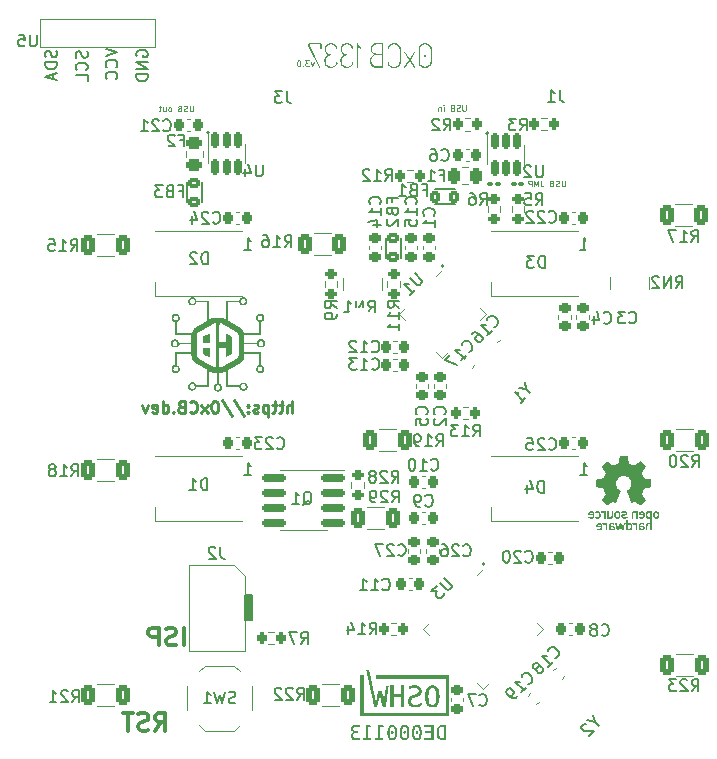
<source format=gbr>
%TF.GenerationSoftware,KiCad,Pcbnew,(5.99.0-11145-g173c9a974c)*%
%TF.CreationDate,2021-06-26T14:33:25+02:00*%
%TF.ProjectId,1337-v3.0,31333337-2d76-4332-9e30-2e6b69636164,3.0*%
%TF.SameCoordinates,Original*%
%TF.FileFunction,Legend,Bot*%
%TF.FilePolarity,Positive*%
%FSLAX46Y46*%
G04 Gerber Fmt 4.6, Leading zero omitted, Abs format (unit mm)*
G04 Created by KiCad (PCBNEW (5.99.0-11145-g173c9a974c)) date 2021-06-26 14:33:25*
%MOMM*%
%LPD*%
G01*
G04 APERTURE LIST*
G04 Aperture macros list*
%AMRoundRect*
0 Rectangle with rounded corners*
0 $1 Rounding radius*
0 $2 $3 $4 $5 $6 $7 $8 $9 X,Y pos of 4 corners*
0 Add a 4 corners polygon primitive as box body*
4,1,4,$2,$3,$4,$5,$6,$7,$8,$9,$2,$3,0*
0 Add four circle primitives for the rounded corners*
1,1,$1+$1,$2,$3*
1,1,$1+$1,$4,$5*
1,1,$1+$1,$6,$7*
1,1,$1+$1,$8,$9*
0 Add four rect primitives between the rounded corners*
20,1,$1+$1,$2,$3,$4,$5,0*
20,1,$1+$1,$4,$5,$6,$7,0*
20,1,$1+$1,$6,$7,$8,$9,0*
20,1,$1+$1,$8,$9,$2,$3,0*%
%AMRotRect*
0 Rectangle, with rotation*
0 The origin of the aperture is its center*
0 $1 length*
0 $2 width*
0 $3 Rotation angle, in degrees counterclockwise*
0 Add horizontal line*
21,1,$1,$2,0,0,$3*%
G04 Aperture macros list end*
%ADD10C,0.150000*%
%ADD11C,0.110000*%
%ADD12C,0.250000*%
%ADD13C,0.300000*%
%ADD14C,0.120000*%
%ADD15C,1.750000*%
%ADD16C,3.987800*%
%ADD17C,2.250000*%
%ADD18C,1.905000*%
%ADD19R,1.905000X1.905000*%
%ADD20R,2.000000X2.000000*%
%ADD21C,2.000000*%
%ADD22C,3.200000*%
%ADD23RoundRect,0.225000X0.225000X0.250000X-0.225000X0.250000X-0.225000X-0.250000X0.225000X-0.250000X0*%
%ADD24RoundRect,0.225000X0.250000X-0.225000X0.250000X0.225000X-0.250000X0.225000X-0.250000X-0.225000X0*%
%ADD25RoundRect,0.200000X-0.200000X-0.275000X0.200000X-0.275000X0.200000X0.275000X-0.200000X0.275000X0*%
%ADD26R,0.500000X0.800000*%
%ADD27R,0.400000X0.800000*%
%ADD28RoundRect,0.200000X0.200000X0.275000X-0.200000X0.275000X-0.200000X-0.275000X0.200000X-0.275000X0*%
%ADD29RoundRect,0.225000X-0.225000X-0.250000X0.225000X-0.250000X0.225000X0.250000X-0.225000X0.250000X0*%
%ADD30RoundRect,0.250000X-0.312500X-0.625000X0.312500X-0.625000X0.312500X0.625000X-0.312500X0.625000X0*%
%ADD31RoundRect,0.250000X0.312500X0.625000X-0.312500X0.625000X-0.312500X-0.625000X0.312500X-0.625000X0*%
%ADD32R,1.500000X1.000000*%
%ADD33RoundRect,0.200000X-0.275000X0.200000X-0.275000X-0.200000X0.275000X-0.200000X0.275000X0.200000X0*%
%ADD34RoundRect,0.225000X-0.250000X0.225000X-0.250000X-0.225000X0.250000X-0.225000X0.250000X0.225000X0*%
%ADD35RoundRect,0.150000X0.825000X0.150000X-0.825000X0.150000X-0.825000X-0.150000X0.825000X-0.150000X0*%
%ADD36RoundRect,0.225000X-0.017678X0.335876X-0.335876X0.017678X0.017678X-0.335876X0.335876X-0.017678X0*%
%ADD37RoundRect,0.243750X-0.456250X0.243750X-0.456250X-0.243750X0.456250X-0.243750X0.456250X0.243750X0*%
%ADD38RoundRect,0.150000X-0.150000X0.512500X-0.150000X-0.512500X0.150000X-0.512500X0.150000X0.512500X0*%
%ADD39RoundRect,0.170000X0.330000X-0.255000X0.330000X0.255000X-0.330000X0.255000X-0.330000X-0.255000X0*%
%ADD40R,0.600000X1.150000*%
%ADD41R,0.300000X1.150000*%
%ADD42O,1.000000X1.800000*%
%ADD43O,1.000000X2.200000*%
%ADD44RoundRect,0.300000X0.070711X0.494975X-0.494975X-0.070711X-0.070711X-0.494975X0.494975X0.070711X0*%
%ADD45RoundRect,0.062500X0.291682X0.380070X-0.380070X-0.291682X-0.291682X-0.380070X0.380070X0.291682X0*%
%ADD46RoundRect,0.062500X-0.291682X0.380070X-0.380070X0.291682X0.291682X-0.380070X0.380070X-0.291682X0*%
%ADD47RotRect,5.200000X5.200000X225.000000*%
%ADD48RoundRect,0.170000X0.255000X0.330000X-0.255000X0.330000X-0.255000X-0.330000X0.255000X-0.330000X0*%
%ADD49RoundRect,0.100000X0.130000X0.100000X-0.130000X0.100000X-0.130000X-0.100000X0.130000X-0.100000X0*%
%ADD50R,1.600000X2.000000*%
%ADD51O,1.600000X2.000000*%
%ADD52R,1.700000X1.000000*%
%ADD53C,1.700000*%
%ADD54RoundRect,0.170000X-0.330000X0.255000X-0.330000X-0.255000X0.330000X-0.255000X0.330000X0.255000X0*%
%ADD55RoundRect,0.200000X0.275000X-0.200000X0.275000X0.200000X-0.275000X0.200000X-0.275000X-0.200000X0*%
%ADD56RoundRect,0.243750X0.243750X0.456250X-0.243750X0.456250X-0.243750X-0.456250X0.243750X-0.456250X0*%
%ADD57RoundRect,0.225000X0.017678X-0.335876X0.335876X-0.017678X-0.017678X0.335876X-0.335876X0.017678X0*%
%ADD58RoundRect,0.062500X0.194454X0.282843X-0.282843X-0.194454X-0.194454X-0.282843X0.282843X0.194454X0*%
%ADD59RoundRect,0.062500X-0.194454X0.282843X-0.282843X0.194454X0.194454X-0.282843X0.282843X-0.194454X0*%
%ADD60RoundRect,0.250000X0.000000X2.015254X-2.015254X0.000000X0.000000X-2.015254X2.015254X0.000000X0*%
G04 APERTURE END LIST*
D10*
X138584956Y-79614000D02*
G75*
G03*
X138584956Y-79614000I-102956J0D01*
G01*
X161882956Y-116150000D02*
G75*
G03*
X161882956Y-116150000I-102956J0D01*
G01*
X142170000Y-120900000D02*
X141570000Y-120900000D01*
X141570000Y-120900000D02*
X141570000Y-118770000D01*
X141570000Y-118770000D02*
X142170000Y-118770000D01*
X142170000Y-118770000D02*
X142170000Y-120900000D01*
G36*
X142170000Y-120900000D02*
G01*
X141570000Y-120900000D01*
X141570000Y-118770000D01*
X142170000Y-118770000D01*
X142170000Y-120900000D01*
G37*
X162224956Y-79681500D02*
G75*
G03*
X162224956Y-79681500I-102956J0D01*
G01*
X158412956Y-90920000D02*
G75*
G03*
X158412956Y-90920000I-102956J0D01*
G01*
D11*
X160296666Y-77286190D02*
X160296666Y-77690952D01*
X160272857Y-77738571D01*
X160249047Y-77762380D01*
X160201428Y-77786190D01*
X160106190Y-77786190D01*
X160058571Y-77762380D01*
X160034761Y-77738571D01*
X160010952Y-77690952D01*
X160010952Y-77286190D01*
X159796666Y-77762380D02*
X159725238Y-77786190D01*
X159606190Y-77786190D01*
X159558571Y-77762380D01*
X159534761Y-77738571D01*
X159510952Y-77690952D01*
X159510952Y-77643333D01*
X159534761Y-77595714D01*
X159558571Y-77571904D01*
X159606190Y-77548095D01*
X159701428Y-77524285D01*
X159749047Y-77500476D01*
X159772857Y-77476666D01*
X159796666Y-77429047D01*
X159796666Y-77381428D01*
X159772857Y-77333809D01*
X159749047Y-77310000D01*
X159701428Y-77286190D01*
X159582380Y-77286190D01*
X159510952Y-77310000D01*
X159130000Y-77524285D02*
X159058571Y-77548095D01*
X159034761Y-77571904D01*
X159010952Y-77619523D01*
X159010952Y-77690952D01*
X159034761Y-77738571D01*
X159058571Y-77762380D01*
X159106190Y-77786190D01*
X159296666Y-77786190D01*
X159296666Y-77286190D01*
X159130000Y-77286190D01*
X159082380Y-77310000D01*
X159058571Y-77333809D01*
X159034761Y-77381428D01*
X159034761Y-77429047D01*
X159058571Y-77476666D01*
X159082380Y-77500476D01*
X159130000Y-77524285D01*
X159296666Y-77524285D01*
X158415714Y-77786190D02*
X158415714Y-77452857D01*
X158415714Y-77286190D02*
X158439523Y-77310000D01*
X158415714Y-77333809D01*
X158391904Y-77310000D01*
X158415714Y-77286190D01*
X158415714Y-77333809D01*
X158177619Y-77452857D02*
X158177619Y-77786190D01*
X158177619Y-77500476D02*
X158153809Y-77476666D01*
X158106190Y-77452857D01*
X158034761Y-77452857D01*
X157987142Y-77476666D01*
X157963333Y-77524285D01*
X157963333Y-77786190D01*
X168697619Y-83686190D02*
X168697619Y-84090952D01*
X168673809Y-84138571D01*
X168650000Y-84162380D01*
X168602380Y-84186190D01*
X168507142Y-84186190D01*
X168459523Y-84162380D01*
X168435714Y-84138571D01*
X168411904Y-84090952D01*
X168411904Y-83686190D01*
X168197619Y-84162380D02*
X168126190Y-84186190D01*
X168007142Y-84186190D01*
X167959523Y-84162380D01*
X167935714Y-84138571D01*
X167911904Y-84090952D01*
X167911904Y-84043333D01*
X167935714Y-83995714D01*
X167959523Y-83971904D01*
X168007142Y-83948095D01*
X168102380Y-83924285D01*
X168150000Y-83900476D01*
X168173809Y-83876666D01*
X168197619Y-83829047D01*
X168197619Y-83781428D01*
X168173809Y-83733809D01*
X168150000Y-83710000D01*
X168102380Y-83686190D01*
X167983333Y-83686190D01*
X167911904Y-83710000D01*
X167530952Y-83924285D02*
X167459523Y-83948095D01*
X167435714Y-83971904D01*
X167411904Y-84019523D01*
X167411904Y-84090952D01*
X167435714Y-84138571D01*
X167459523Y-84162380D01*
X167507142Y-84186190D01*
X167697619Y-84186190D01*
X167697619Y-83686190D01*
X167530952Y-83686190D01*
X167483333Y-83710000D01*
X167459523Y-83733809D01*
X167435714Y-83781428D01*
X167435714Y-83829047D01*
X167459523Y-83876666D01*
X167483333Y-83900476D01*
X167530952Y-83924285D01*
X167697619Y-83924285D01*
X166673809Y-83686190D02*
X166673809Y-84043333D01*
X166697619Y-84114761D01*
X166745238Y-84162380D01*
X166816666Y-84186190D01*
X166864285Y-84186190D01*
X166435714Y-84186190D02*
X166435714Y-83686190D01*
X166269047Y-84043333D01*
X166102380Y-83686190D01*
X166102380Y-84186190D01*
X165864285Y-84186190D02*
X165864285Y-83686190D01*
X165673809Y-83686190D01*
X165626190Y-83710000D01*
X165602380Y-83733809D01*
X165578571Y-83781428D01*
X165578571Y-83852857D01*
X165602380Y-83900476D01*
X165626190Y-83924285D01*
X165673809Y-83948095D01*
X165864285Y-83948095D01*
D12*
X145619523Y-103352380D02*
X145619523Y-102352380D01*
X145190952Y-103352380D02*
X145190952Y-102828571D01*
X145238571Y-102733333D01*
X145333809Y-102685714D01*
X145476666Y-102685714D01*
X145571904Y-102733333D01*
X145619523Y-102780952D01*
X144857619Y-102685714D02*
X144476666Y-102685714D01*
X144714761Y-102352380D02*
X144714761Y-103209523D01*
X144667142Y-103304761D01*
X144571904Y-103352380D01*
X144476666Y-103352380D01*
X144286190Y-102685714D02*
X143905238Y-102685714D01*
X144143333Y-102352380D02*
X144143333Y-103209523D01*
X144095714Y-103304761D01*
X144000476Y-103352380D01*
X143905238Y-103352380D01*
X143571904Y-102685714D02*
X143571904Y-103685714D01*
X143571904Y-102733333D02*
X143476666Y-102685714D01*
X143286190Y-102685714D01*
X143190952Y-102733333D01*
X143143333Y-102780952D01*
X143095714Y-102876190D01*
X143095714Y-103161904D01*
X143143333Y-103257142D01*
X143190952Y-103304761D01*
X143286190Y-103352380D01*
X143476666Y-103352380D01*
X143571904Y-103304761D01*
X142714761Y-103304761D02*
X142619523Y-103352380D01*
X142429047Y-103352380D01*
X142333809Y-103304761D01*
X142286190Y-103209523D01*
X142286190Y-103161904D01*
X142333809Y-103066666D01*
X142429047Y-103019047D01*
X142571904Y-103019047D01*
X142667142Y-102971428D01*
X142714761Y-102876190D01*
X142714761Y-102828571D01*
X142667142Y-102733333D01*
X142571904Y-102685714D01*
X142429047Y-102685714D01*
X142333809Y-102733333D01*
X141857619Y-103257142D02*
X141810000Y-103304761D01*
X141857619Y-103352380D01*
X141905238Y-103304761D01*
X141857619Y-103257142D01*
X141857619Y-103352380D01*
X141857619Y-102733333D02*
X141810000Y-102780952D01*
X141857619Y-102828571D01*
X141905238Y-102780952D01*
X141857619Y-102733333D01*
X141857619Y-102828571D01*
X140667142Y-102304761D02*
X141524285Y-103590476D01*
X139619523Y-102304761D02*
X140476666Y-103590476D01*
X139095714Y-102352380D02*
X139000476Y-102352380D01*
X138905238Y-102400000D01*
X138857619Y-102447619D01*
X138810000Y-102542857D01*
X138762380Y-102733333D01*
X138762380Y-102971428D01*
X138810000Y-103161904D01*
X138857619Y-103257142D01*
X138905238Y-103304761D01*
X139000476Y-103352380D01*
X139095714Y-103352380D01*
X139190952Y-103304761D01*
X139238571Y-103257142D01*
X139286190Y-103161904D01*
X139333809Y-102971428D01*
X139333809Y-102733333D01*
X139286190Y-102542857D01*
X139238571Y-102447619D01*
X139190952Y-102400000D01*
X139095714Y-102352380D01*
X138429047Y-103352380D02*
X137905238Y-102685714D01*
X138429047Y-102685714D02*
X137905238Y-103352380D01*
X136952857Y-103257142D02*
X137000476Y-103304761D01*
X137143333Y-103352380D01*
X137238571Y-103352380D01*
X137381428Y-103304761D01*
X137476666Y-103209523D01*
X137524285Y-103114285D01*
X137571904Y-102923809D01*
X137571904Y-102780952D01*
X137524285Y-102590476D01*
X137476666Y-102495238D01*
X137381428Y-102400000D01*
X137238571Y-102352380D01*
X137143333Y-102352380D01*
X137000476Y-102400000D01*
X136952857Y-102447619D01*
X136190952Y-102828571D02*
X136048095Y-102876190D01*
X136000476Y-102923809D01*
X135952857Y-103019047D01*
X135952857Y-103161904D01*
X136000476Y-103257142D01*
X136048095Y-103304761D01*
X136143333Y-103352380D01*
X136524285Y-103352380D01*
X136524285Y-102352380D01*
X136190952Y-102352380D01*
X136095714Y-102400000D01*
X136048095Y-102447619D01*
X136000476Y-102542857D01*
X136000476Y-102638095D01*
X136048095Y-102733333D01*
X136095714Y-102780952D01*
X136190952Y-102828571D01*
X136524285Y-102828571D01*
X135524285Y-103257142D02*
X135476666Y-103304761D01*
X135524285Y-103352380D01*
X135571904Y-103304761D01*
X135524285Y-103257142D01*
X135524285Y-103352380D01*
X134619523Y-103352380D02*
X134619523Y-102352380D01*
X134619523Y-103304761D02*
X134714761Y-103352380D01*
X134905238Y-103352380D01*
X135000476Y-103304761D01*
X135048095Y-103257142D01*
X135095714Y-103161904D01*
X135095714Y-102876190D01*
X135048095Y-102780952D01*
X135000476Y-102733333D01*
X134905238Y-102685714D01*
X134714761Y-102685714D01*
X134619523Y-102733333D01*
X133762380Y-103304761D02*
X133857619Y-103352380D01*
X134048095Y-103352380D01*
X134143333Y-103304761D01*
X134190952Y-103209523D01*
X134190952Y-102828571D01*
X134143333Y-102733333D01*
X134048095Y-102685714D01*
X133857619Y-102685714D01*
X133762380Y-102733333D01*
X133714761Y-102828571D01*
X133714761Y-102923809D01*
X134190952Y-103019047D01*
X133381428Y-102685714D02*
X133143333Y-103352380D01*
X132905238Y-102685714D01*
D11*
X137226666Y-77336190D02*
X137226666Y-77740952D01*
X137202857Y-77788571D01*
X137179047Y-77812380D01*
X137131428Y-77836190D01*
X137036190Y-77836190D01*
X136988571Y-77812380D01*
X136964761Y-77788571D01*
X136940952Y-77740952D01*
X136940952Y-77336190D01*
X136726666Y-77812380D02*
X136655238Y-77836190D01*
X136536190Y-77836190D01*
X136488571Y-77812380D01*
X136464761Y-77788571D01*
X136440952Y-77740952D01*
X136440952Y-77693333D01*
X136464761Y-77645714D01*
X136488571Y-77621904D01*
X136536190Y-77598095D01*
X136631428Y-77574285D01*
X136679047Y-77550476D01*
X136702857Y-77526666D01*
X136726666Y-77479047D01*
X136726666Y-77431428D01*
X136702857Y-77383809D01*
X136679047Y-77360000D01*
X136631428Y-77336190D01*
X136512380Y-77336190D01*
X136440952Y-77360000D01*
X136060000Y-77574285D02*
X135988571Y-77598095D01*
X135964761Y-77621904D01*
X135940952Y-77669523D01*
X135940952Y-77740952D01*
X135964761Y-77788571D01*
X135988571Y-77812380D01*
X136036190Y-77836190D01*
X136226666Y-77836190D01*
X136226666Y-77336190D01*
X136060000Y-77336190D01*
X136012380Y-77360000D01*
X135988571Y-77383809D01*
X135964761Y-77431428D01*
X135964761Y-77479047D01*
X135988571Y-77526666D01*
X136012380Y-77550476D01*
X136060000Y-77574285D01*
X136226666Y-77574285D01*
X135274285Y-77836190D02*
X135321904Y-77812380D01*
X135345714Y-77788571D01*
X135369523Y-77740952D01*
X135369523Y-77598095D01*
X135345714Y-77550476D01*
X135321904Y-77526666D01*
X135274285Y-77502857D01*
X135202857Y-77502857D01*
X135155238Y-77526666D01*
X135131428Y-77550476D01*
X135107619Y-77598095D01*
X135107619Y-77740952D01*
X135131428Y-77788571D01*
X135155238Y-77812380D01*
X135202857Y-77836190D01*
X135274285Y-77836190D01*
X134679047Y-77502857D02*
X134679047Y-77836190D01*
X134893333Y-77502857D02*
X134893333Y-77764761D01*
X134869523Y-77812380D01*
X134821904Y-77836190D01*
X134750476Y-77836190D01*
X134702857Y-77812380D01*
X134679047Y-77788571D01*
X134512380Y-77502857D02*
X134321904Y-77502857D01*
X134440952Y-77336190D02*
X134440952Y-77764761D01*
X134417142Y-77812380D01*
X134369523Y-77836190D01*
X134321904Y-77836190D01*
D13*
X133991428Y-130258571D02*
X134491428Y-129544285D01*
X134848571Y-130258571D02*
X134848571Y-128758571D01*
X134277142Y-128758571D01*
X134134285Y-128830000D01*
X134062857Y-128901428D01*
X133991428Y-129044285D01*
X133991428Y-129258571D01*
X134062857Y-129401428D01*
X134134285Y-129472857D01*
X134277142Y-129544285D01*
X134848571Y-129544285D01*
X133420000Y-130187142D02*
X133205714Y-130258571D01*
X132848571Y-130258571D01*
X132705714Y-130187142D01*
X132634285Y-130115714D01*
X132562857Y-129972857D01*
X132562857Y-129830000D01*
X132634285Y-129687142D01*
X132705714Y-129615714D01*
X132848571Y-129544285D01*
X133134285Y-129472857D01*
X133277142Y-129401428D01*
X133348571Y-129330000D01*
X133420000Y-129187142D01*
X133420000Y-129044285D01*
X133348571Y-128901428D01*
X133277142Y-128830000D01*
X133134285Y-128758571D01*
X132777142Y-128758571D01*
X132562857Y-128830000D01*
X132134285Y-128758571D02*
X131277142Y-128758571D01*
X131705714Y-130258571D02*
X131705714Y-128758571D01*
D11*
X147414285Y-73682857D02*
X147295238Y-74016190D01*
X147176190Y-73682857D01*
X147033333Y-73516190D02*
X146723809Y-73516190D01*
X146890476Y-73706666D01*
X146819047Y-73706666D01*
X146771428Y-73730476D01*
X146747619Y-73754285D01*
X146723809Y-73801904D01*
X146723809Y-73920952D01*
X146747619Y-73968571D01*
X146771428Y-73992380D01*
X146819047Y-74016190D01*
X146961904Y-74016190D01*
X147009523Y-73992380D01*
X147033333Y-73968571D01*
X146509523Y-73968571D02*
X146485714Y-73992380D01*
X146509523Y-74016190D01*
X146533333Y-73992380D01*
X146509523Y-73968571D01*
X146509523Y-74016190D01*
X146176190Y-73516190D02*
X146128571Y-73516190D01*
X146080952Y-73540000D01*
X146057142Y-73563809D01*
X146033333Y-73611428D01*
X146009523Y-73706666D01*
X146009523Y-73825714D01*
X146033333Y-73920952D01*
X146057142Y-73968571D01*
X146080952Y-73992380D01*
X146128571Y-74016190D01*
X146176190Y-74016190D01*
X146223809Y-73992380D01*
X146247619Y-73968571D01*
X146271428Y-73920952D01*
X146295238Y-73825714D01*
X146295238Y-73706666D01*
X146271428Y-73611428D01*
X146247619Y-73563809D01*
X146223809Y-73540000D01*
X146176190Y-73516190D01*
D13*
X136424285Y-123048571D02*
X136424285Y-121548571D01*
X135781428Y-122977142D02*
X135567142Y-123048571D01*
X135210000Y-123048571D01*
X135067142Y-122977142D01*
X134995714Y-122905714D01*
X134924285Y-122762857D01*
X134924285Y-122620000D01*
X134995714Y-122477142D01*
X135067142Y-122405714D01*
X135210000Y-122334285D01*
X135495714Y-122262857D01*
X135638571Y-122191428D01*
X135710000Y-122120000D01*
X135781428Y-121977142D01*
X135781428Y-121834285D01*
X135710000Y-121691428D01*
X135638571Y-121620000D01*
X135495714Y-121548571D01*
X135138571Y-121548571D01*
X134924285Y-121620000D01*
X134281428Y-123048571D02*
X134281428Y-121548571D01*
X133710000Y-121548571D01*
X133567142Y-121620000D01*
X133495714Y-121691428D01*
X133424285Y-121834285D01*
X133424285Y-122048571D01*
X133495714Y-122191428D01*
X133567142Y-122262857D01*
X133710000Y-122334285D01*
X134281428Y-122334285D01*
D10*
%TO.C,C22*%
X167332857Y-87157142D02*
X167380476Y-87204761D01*
X167523333Y-87252380D01*
X167618571Y-87252380D01*
X167761428Y-87204761D01*
X167856666Y-87109523D01*
X167904285Y-87014285D01*
X167951904Y-86823809D01*
X167951904Y-86680952D01*
X167904285Y-86490476D01*
X167856666Y-86395238D01*
X167761428Y-86300000D01*
X167618571Y-86252380D01*
X167523333Y-86252380D01*
X167380476Y-86300000D01*
X167332857Y-86347619D01*
X166951904Y-86347619D02*
X166904285Y-86300000D01*
X166809047Y-86252380D01*
X166570952Y-86252380D01*
X166475714Y-86300000D01*
X166428095Y-86347619D01*
X166380476Y-86442857D01*
X166380476Y-86538095D01*
X166428095Y-86680952D01*
X166999523Y-87252380D01*
X166380476Y-87252380D01*
X165999523Y-86347619D02*
X165951904Y-86300000D01*
X165856666Y-86252380D01*
X165618571Y-86252380D01*
X165523333Y-86300000D01*
X165475714Y-86347619D01*
X165428095Y-86442857D01*
X165428095Y-86538095D01*
X165475714Y-86680952D01*
X166047142Y-87252380D01*
X165428095Y-87252380D01*
%TO.C,C27*%
X154582857Y-115387142D02*
X154630476Y-115434761D01*
X154773333Y-115482380D01*
X154868571Y-115482380D01*
X155011428Y-115434761D01*
X155106666Y-115339523D01*
X155154285Y-115244285D01*
X155201904Y-115053809D01*
X155201904Y-114910952D01*
X155154285Y-114720476D01*
X155106666Y-114625238D01*
X155011428Y-114530000D01*
X154868571Y-114482380D01*
X154773333Y-114482380D01*
X154630476Y-114530000D01*
X154582857Y-114577619D01*
X154201904Y-114577619D02*
X154154285Y-114530000D01*
X154059047Y-114482380D01*
X153820952Y-114482380D01*
X153725714Y-114530000D01*
X153678095Y-114577619D01*
X153630476Y-114672857D01*
X153630476Y-114768095D01*
X153678095Y-114910952D01*
X154249523Y-115482380D01*
X153630476Y-115482380D01*
X153297142Y-114482380D02*
X152630476Y-114482380D01*
X153059047Y-115482380D01*
%TO.C,C15*%
X156053142Y-85669142D02*
X156100761Y-85621523D01*
X156148380Y-85478666D01*
X156148380Y-85383428D01*
X156100761Y-85240571D01*
X156005523Y-85145333D01*
X155910285Y-85097714D01*
X155719809Y-85050095D01*
X155576952Y-85050095D01*
X155386476Y-85097714D01*
X155291238Y-85145333D01*
X155196000Y-85240571D01*
X155148380Y-85383428D01*
X155148380Y-85478666D01*
X155196000Y-85621523D01*
X155243619Y-85669142D01*
X156148380Y-86621523D02*
X156148380Y-86050095D01*
X156148380Y-86335809D02*
X155148380Y-86335809D01*
X155291238Y-86240571D01*
X155386476Y-86145333D01*
X155434095Y-86050095D01*
X155148380Y-87526285D02*
X155148380Y-87050095D01*
X155624571Y-87002476D01*
X155576952Y-87050095D01*
X155529333Y-87145333D01*
X155529333Y-87383428D01*
X155576952Y-87478666D01*
X155624571Y-87526285D01*
X155719809Y-87573904D01*
X155957904Y-87573904D01*
X156053142Y-87526285D01*
X156100761Y-87478666D01*
X156148380Y-87383428D01*
X156148380Y-87145333D01*
X156100761Y-87050095D01*
X156053142Y-87002476D01*
%TO.C,R7*%
X146336666Y-122932380D02*
X146670000Y-122456190D01*
X146908095Y-122932380D02*
X146908095Y-121932380D01*
X146527142Y-121932380D01*
X146431904Y-121980000D01*
X146384285Y-122027619D01*
X146336666Y-122122857D01*
X146336666Y-122265714D01*
X146384285Y-122360952D01*
X146431904Y-122408571D01*
X146527142Y-122456190D01*
X146908095Y-122456190D01*
X146003333Y-121932380D02*
X145336666Y-121932380D01*
X145765238Y-122932380D01*
%TO.C,RN2*%
X178070476Y-92772380D02*
X178403809Y-92296190D01*
X178641904Y-92772380D02*
X178641904Y-91772380D01*
X178260952Y-91772380D01*
X178165714Y-91820000D01*
X178118095Y-91867619D01*
X178070476Y-91962857D01*
X178070476Y-92105714D01*
X178118095Y-92200952D01*
X178165714Y-92248571D01*
X178260952Y-92296190D01*
X178641904Y-92296190D01*
X177641904Y-92772380D02*
X177641904Y-91772380D01*
X177070476Y-92772380D01*
X177070476Y-91772380D01*
X176641904Y-91867619D02*
X176594285Y-91820000D01*
X176499047Y-91772380D01*
X176260952Y-91772380D01*
X176165714Y-91820000D01*
X176118095Y-91867619D01*
X176070476Y-91962857D01*
X176070476Y-92058095D01*
X176118095Y-92200952D01*
X176689523Y-92772380D01*
X176070476Y-92772380D01*
%TO.C,R3*%
X164876666Y-79442380D02*
X165210000Y-78966190D01*
X165448095Y-79442380D02*
X165448095Y-78442380D01*
X165067142Y-78442380D01*
X164971904Y-78490000D01*
X164924285Y-78537619D01*
X164876666Y-78632857D01*
X164876666Y-78775714D01*
X164924285Y-78870952D01*
X164971904Y-78918571D01*
X165067142Y-78966190D01*
X165448095Y-78966190D01*
X164543333Y-78442380D02*
X163924285Y-78442380D01*
X164257619Y-78823333D01*
X164114761Y-78823333D01*
X164019523Y-78870952D01*
X163971904Y-78918571D01*
X163924285Y-79013809D01*
X163924285Y-79251904D01*
X163971904Y-79347142D01*
X164019523Y-79394761D01*
X164114761Y-79442380D01*
X164400476Y-79442380D01*
X164495714Y-79394761D01*
X164543333Y-79347142D01*
%TO.C,C20*%
X165344857Y-115937142D02*
X165392476Y-115984761D01*
X165535333Y-116032380D01*
X165630571Y-116032380D01*
X165773428Y-115984761D01*
X165868666Y-115889523D01*
X165916285Y-115794285D01*
X165963904Y-115603809D01*
X165963904Y-115460952D01*
X165916285Y-115270476D01*
X165868666Y-115175238D01*
X165773428Y-115080000D01*
X165630571Y-115032380D01*
X165535333Y-115032380D01*
X165392476Y-115080000D01*
X165344857Y-115127619D01*
X164963904Y-115127619D02*
X164916285Y-115080000D01*
X164821047Y-115032380D01*
X164582952Y-115032380D01*
X164487714Y-115080000D01*
X164440095Y-115127619D01*
X164392476Y-115222857D01*
X164392476Y-115318095D01*
X164440095Y-115460952D01*
X165011523Y-116032380D01*
X164392476Y-116032380D01*
X163773428Y-115032380D02*
X163678190Y-115032380D01*
X163582952Y-115080000D01*
X163535333Y-115127619D01*
X163487714Y-115222857D01*
X163440095Y-115413333D01*
X163440095Y-115651428D01*
X163487714Y-115841904D01*
X163535333Y-115937142D01*
X163582952Y-115984761D01*
X163678190Y-116032380D01*
X163773428Y-116032380D01*
X163868666Y-115984761D01*
X163916285Y-115937142D01*
X163963904Y-115841904D01*
X164011523Y-115651428D01*
X164011523Y-115413333D01*
X163963904Y-115222857D01*
X163916285Y-115127619D01*
X163868666Y-115080000D01*
X163773428Y-115032380D01*
%TO.C,R20*%
X179458857Y-107936380D02*
X179792190Y-107460190D01*
X180030285Y-107936380D02*
X180030285Y-106936380D01*
X179649333Y-106936380D01*
X179554095Y-106984000D01*
X179506476Y-107031619D01*
X179458857Y-107126857D01*
X179458857Y-107269714D01*
X179506476Y-107364952D01*
X179554095Y-107412571D01*
X179649333Y-107460190D01*
X180030285Y-107460190D01*
X179077904Y-107031619D02*
X179030285Y-106984000D01*
X178935047Y-106936380D01*
X178696952Y-106936380D01*
X178601714Y-106984000D01*
X178554095Y-107031619D01*
X178506476Y-107126857D01*
X178506476Y-107222095D01*
X178554095Y-107364952D01*
X179125523Y-107936380D01*
X178506476Y-107936380D01*
X177887428Y-106936380D02*
X177792190Y-106936380D01*
X177696952Y-106984000D01*
X177649333Y-107031619D01*
X177601714Y-107126857D01*
X177554095Y-107317333D01*
X177554095Y-107555428D01*
X177601714Y-107745904D01*
X177649333Y-107841142D01*
X177696952Y-107888761D01*
X177792190Y-107936380D01*
X177887428Y-107936380D01*
X177982666Y-107888761D01*
X178030285Y-107841142D01*
X178077904Y-107745904D01*
X178125523Y-107555428D01*
X178125523Y-107317333D01*
X178077904Y-107126857D01*
X178030285Y-107031619D01*
X177982666Y-106984000D01*
X177887428Y-106936380D01*
%TO.C,R18*%
X126902857Y-108722380D02*
X127236190Y-108246190D01*
X127474285Y-108722380D02*
X127474285Y-107722380D01*
X127093333Y-107722380D01*
X126998095Y-107770000D01*
X126950476Y-107817619D01*
X126902857Y-107912857D01*
X126902857Y-108055714D01*
X126950476Y-108150952D01*
X126998095Y-108198571D01*
X127093333Y-108246190D01*
X127474285Y-108246190D01*
X125950476Y-108722380D02*
X126521904Y-108722380D01*
X126236190Y-108722380D02*
X126236190Y-107722380D01*
X126331428Y-107865238D01*
X126426666Y-107960476D01*
X126521904Y-108008095D01*
X125379047Y-108150952D02*
X125474285Y-108103333D01*
X125521904Y-108055714D01*
X125569523Y-107960476D01*
X125569523Y-107912857D01*
X125521904Y-107817619D01*
X125474285Y-107770000D01*
X125379047Y-107722380D01*
X125188571Y-107722380D01*
X125093333Y-107770000D01*
X125045714Y-107817619D01*
X124998095Y-107912857D01*
X124998095Y-107960476D01*
X125045714Y-108055714D01*
X125093333Y-108103333D01*
X125188571Y-108150952D01*
X125379047Y-108150952D01*
X125474285Y-108198571D01*
X125521904Y-108246190D01*
X125569523Y-108341428D01*
X125569523Y-108531904D01*
X125521904Y-108627142D01*
X125474285Y-108674761D01*
X125379047Y-108722380D01*
X125188571Y-108722380D01*
X125093333Y-108674761D01*
X125045714Y-108627142D01*
X124998095Y-108531904D01*
X124998095Y-108341428D01*
X125045714Y-108246190D01*
X125093333Y-108198571D01*
X125188571Y-108150952D01*
%TO.C,D1*%
X138418095Y-109902380D02*
X138418095Y-108902380D01*
X138180000Y-108902380D01*
X138037142Y-108950000D01*
X137941904Y-109045238D01*
X137894285Y-109140476D01*
X137846666Y-109330952D01*
X137846666Y-109473809D01*
X137894285Y-109664285D01*
X137941904Y-109759523D01*
X138037142Y-109854761D01*
X138180000Y-109902380D01*
X138418095Y-109902380D01*
X136894285Y-109902380D02*
X137465714Y-109902380D01*
X137180000Y-109902380D02*
X137180000Y-108902380D01*
X137275238Y-109045238D01*
X137370476Y-109140476D01*
X137465714Y-109188095D01*
X141532285Y-108580380D02*
X142103714Y-108580380D01*
X141818000Y-108580380D02*
X141818000Y-107580380D01*
X141913238Y-107723238D01*
X142008476Y-107818476D01*
X142103714Y-107866095D01*
%TO.C,C14*%
X153005142Y-85669142D02*
X153052761Y-85621523D01*
X153100380Y-85478666D01*
X153100380Y-85383428D01*
X153052761Y-85240571D01*
X152957523Y-85145333D01*
X152862285Y-85097714D01*
X152671809Y-85050095D01*
X152528952Y-85050095D01*
X152338476Y-85097714D01*
X152243238Y-85145333D01*
X152148000Y-85240571D01*
X152100380Y-85383428D01*
X152100380Y-85478666D01*
X152148000Y-85621523D01*
X152195619Y-85669142D01*
X153100380Y-86621523D02*
X153100380Y-86050095D01*
X153100380Y-86335809D02*
X152100380Y-86335809D01*
X152243238Y-86240571D01*
X152338476Y-86145333D01*
X152386095Y-86050095D01*
X152433714Y-87478666D02*
X153100380Y-87478666D01*
X152052761Y-87240571D02*
X152767047Y-87002476D01*
X152767047Y-87621523D01*
%TO.C,R9*%
X149364380Y-94487333D02*
X148888190Y-94154000D01*
X149364380Y-93915904D02*
X148364380Y-93915904D01*
X148364380Y-94296857D01*
X148412000Y-94392095D01*
X148459619Y-94439714D01*
X148554857Y-94487333D01*
X148697714Y-94487333D01*
X148792952Y-94439714D01*
X148840571Y-94392095D01*
X148888190Y-94296857D01*
X148888190Y-93915904D01*
X149364380Y-94963523D02*
X149364380Y-95154000D01*
X149316761Y-95249238D01*
X149269142Y-95296857D01*
X149126285Y-95392095D01*
X148935809Y-95439714D01*
X148554857Y-95439714D01*
X148459619Y-95392095D01*
X148412000Y-95344476D01*
X148364380Y-95249238D01*
X148364380Y-95058761D01*
X148412000Y-94963523D01*
X148459619Y-94915904D01*
X148554857Y-94868285D01*
X148792952Y-94868285D01*
X148888190Y-94915904D01*
X148935809Y-94963523D01*
X148983428Y-95058761D01*
X148983428Y-95249238D01*
X148935809Y-95344476D01*
X148888190Y-95392095D01*
X148792952Y-95439714D01*
%TO.C,C2*%
X158487142Y-103463333D02*
X158534761Y-103415714D01*
X158582380Y-103272857D01*
X158582380Y-103177619D01*
X158534761Y-103034761D01*
X158439523Y-102939523D01*
X158344285Y-102891904D01*
X158153809Y-102844285D01*
X158010952Y-102844285D01*
X157820476Y-102891904D01*
X157725238Y-102939523D01*
X157630000Y-103034761D01*
X157582380Y-103177619D01*
X157582380Y-103272857D01*
X157630000Y-103415714D01*
X157677619Y-103463333D01*
X157677619Y-103844285D02*
X157630000Y-103891904D01*
X157582380Y-103987142D01*
X157582380Y-104225238D01*
X157630000Y-104320476D01*
X157677619Y-104368095D01*
X157772857Y-104415714D01*
X157868095Y-104415714D01*
X158010952Y-104368095D01*
X158582380Y-103796666D01*
X158582380Y-104415714D01*
%TO.C,C1*%
X157577142Y-86653333D02*
X157624761Y-86605714D01*
X157672380Y-86462857D01*
X157672380Y-86367619D01*
X157624761Y-86224761D01*
X157529523Y-86129523D01*
X157434285Y-86081904D01*
X157243809Y-86034285D01*
X157100952Y-86034285D01*
X156910476Y-86081904D01*
X156815238Y-86129523D01*
X156720000Y-86224761D01*
X156672380Y-86367619D01*
X156672380Y-86462857D01*
X156720000Y-86605714D01*
X156767619Y-86653333D01*
X157672380Y-87605714D02*
X157672380Y-87034285D01*
X157672380Y-87320000D02*
X156672380Y-87320000D01*
X156815238Y-87224761D01*
X156910476Y-87129523D01*
X156958095Y-87034285D01*
%TO.C,Q1*%
X146515238Y-111147619D02*
X146610476Y-111100000D01*
X146705714Y-111004761D01*
X146848571Y-110861904D01*
X146943809Y-110814285D01*
X147039047Y-110814285D01*
X146991428Y-111052380D02*
X147086666Y-111004761D01*
X147181904Y-110909523D01*
X147229523Y-110719047D01*
X147229523Y-110385714D01*
X147181904Y-110195238D01*
X147086666Y-110100000D01*
X146991428Y-110052380D01*
X146800952Y-110052380D01*
X146705714Y-110100000D01*
X146610476Y-110195238D01*
X146562857Y-110385714D01*
X146562857Y-110719047D01*
X146610476Y-110909523D01*
X146705714Y-111004761D01*
X146800952Y-111052380D01*
X146991428Y-111052380D01*
X145610476Y-111052380D02*
X146181904Y-111052380D01*
X145896190Y-111052380D02*
X145896190Y-110052380D01*
X145991428Y-110195238D01*
X146086666Y-110290476D01*
X146181904Y-110338095D01*
%TO.C,C16*%
X162707107Y-96057969D02*
X162774451Y-96057969D01*
X162909138Y-95990625D01*
X162976481Y-95923282D01*
X163043825Y-95788595D01*
X163043825Y-95653908D01*
X163010153Y-95552893D01*
X162909138Y-95384534D01*
X162808123Y-95283519D01*
X162639764Y-95182503D01*
X162538749Y-95148832D01*
X162404062Y-95148832D01*
X162269375Y-95216175D01*
X162202031Y-95283519D01*
X162134688Y-95418206D01*
X162134688Y-95485549D01*
X162101016Y-96798748D02*
X162505077Y-96394687D01*
X162303046Y-96596717D02*
X161595939Y-95889610D01*
X161764298Y-95923282D01*
X161898985Y-95923282D01*
X162000001Y-95889610D01*
X160787817Y-96697732D02*
X160922504Y-96563045D01*
X161023520Y-96529374D01*
X161090863Y-96529374D01*
X161259222Y-96563045D01*
X161427581Y-96664061D01*
X161696955Y-96933435D01*
X161730626Y-97034450D01*
X161730626Y-97101793D01*
X161696955Y-97202809D01*
X161562268Y-97337496D01*
X161461252Y-97371167D01*
X161393909Y-97371167D01*
X161292894Y-97337496D01*
X161124535Y-97169137D01*
X161090863Y-97068122D01*
X161090863Y-97000778D01*
X161124535Y-96899763D01*
X161259222Y-96765076D01*
X161360237Y-96731404D01*
X161427581Y-96731404D01*
X161528596Y-96765076D01*
%TO.C,R14*%
X152162857Y-122112380D02*
X152496190Y-121636190D01*
X152734285Y-122112380D02*
X152734285Y-121112380D01*
X152353333Y-121112380D01*
X152258095Y-121160000D01*
X152210476Y-121207619D01*
X152162857Y-121302857D01*
X152162857Y-121445714D01*
X152210476Y-121540952D01*
X152258095Y-121588571D01*
X152353333Y-121636190D01*
X152734285Y-121636190D01*
X151210476Y-122112380D02*
X151781904Y-122112380D01*
X151496190Y-122112380D02*
X151496190Y-121112380D01*
X151591428Y-121255238D01*
X151686666Y-121350476D01*
X151781904Y-121398095D01*
X150353333Y-121445714D02*
X150353333Y-122112380D01*
X150591428Y-121064761D02*
X150829523Y-121779047D01*
X150210476Y-121779047D01*
%TO.C,F2*%
X136113333Y-80278571D02*
X136446666Y-80278571D01*
X136446666Y-80802380D02*
X136446666Y-79802380D01*
X135970476Y-79802380D01*
X135637142Y-79897619D02*
X135589523Y-79850000D01*
X135494285Y-79802380D01*
X135256190Y-79802380D01*
X135160952Y-79850000D01*
X135113333Y-79897619D01*
X135065714Y-79992857D01*
X135065714Y-80088095D01*
X135113333Y-80230952D01*
X135684761Y-80802380D01*
X135065714Y-80802380D01*
%TO.C,R16*%
X144962857Y-89332380D02*
X145296190Y-88856190D01*
X145534285Y-89332380D02*
X145534285Y-88332380D01*
X145153333Y-88332380D01*
X145058095Y-88380000D01*
X145010476Y-88427619D01*
X144962857Y-88522857D01*
X144962857Y-88665714D01*
X145010476Y-88760952D01*
X145058095Y-88808571D01*
X145153333Y-88856190D01*
X145534285Y-88856190D01*
X144010476Y-89332380D02*
X144581904Y-89332380D01*
X144296190Y-89332380D02*
X144296190Y-88332380D01*
X144391428Y-88475238D01*
X144486666Y-88570476D01*
X144581904Y-88618095D01*
X143153333Y-88332380D02*
X143343809Y-88332380D01*
X143439047Y-88380000D01*
X143486666Y-88427619D01*
X143581904Y-88570476D01*
X143629523Y-88760952D01*
X143629523Y-89141904D01*
X143581904Y-89237142D01*
X143534285Y-89284761D01*
X143439047Y-89332380D01*
X143248571Y-89332380D01*
X143153333Y-89284761D01*
X143105714Y-89237142D01*
X143058095Y-89141904D01*
X143058095Y-88903809D01*
X143105714Y-88808571D01*
X143153333Y-88760952D01*
X143248571Y-88713333D01*
X143439047Y-88713333D01*
X143534285Y-88760952D01*
X143581904Y-88808571D01*
X143629523Y-88903809D01*
%TO.C,C9*%
X156884666Y-111195142D02*
X156932285Y-111242761D01*
X157075142Y-111290380D01*
X157170380Y-111290380D01*
X157313238Y-111242761D01*
X157408476Y-111147523D01*
X157456095Y-111052285D01*
X157503714Y-110861809D01*
X157503714Y-110718952D01*
X157456095Y-110528476D01*
X157408476Y-110433238D01*
X157313238Y-110338000D01*
X157170380Y-110290380D01*
X157075142Y-110290380D01*
X156932285Y-110338000D01*
X156884666Y-110385619D01*
X156408476Y-111290380D02*
X156218000Y-111290380D01*
X156122761Y-111242761D01*
X156075142Y-111195142D01*
X155979904Y-111052285D01*
X155932285Y-110861809D01*
X155932285Y-110480857D01*
X155979904Y-110385619D01*
X156027523Y-110338000D01*
X156122761Y-110290380D01*
X156313238Y-110290380D01*
X156408476Y-110338000D01*
X156456095Y-110385619D01*
X156503714Y-110480857D01*
X156503714Y-110718952D01*
X156456095Y-110814190D01*
X156408476Y-110861809D01*
X156313238Y-110909428D01*
X156122761Y-110909428D01*
X156027523Y-110861809D01*
X155979904Y-110814190D01*
X155932285Y-110718952D01*
%TO.C,C24*%
X138892857Y-87237142D02*
X138940476Y-87284761D01*
X139083333Y-87332380D01*
X139178571Y-87332380D01*
X139321428Y-87284761D01*
X139416666Y-87189523D01*
X139464285Y-87094285D01*
X139511904Y-86903809D01*
X139511904Y-86760952D01*
X139464285Y-86570476D01*
X139416666Y-86475238D01*
X139321428Y-86380000D01*
X139178571Y-86332380D01*
X139083333Y-86332380D01*
X138940476Y-86380000D01*
X138892857Y-86427619D01*
X138511904Y-86427619D02*
X138464285Y-86380000D01*
X138369047Y-86332380D01*
X138130952Y-86332380D01*
X138035714Y-86380000D01*
X137988095Y-86427619D01*
X137940476Y-86522857D01*
X137940476Y-86618095D01*
X137988095Y-86760952D01*
X138559523Y-87332380D01*
X137940476Y-87332380D01*
X137083333Y-86665714D02*
X137083333Y-87332380D01*
X137321428Y-86284761D02*
X137559523Y-86999047D01*
X136940476Y-86999047D01*
%TO.C,U2*%
X166811904Y-82412380D02*
X166811904Y-83221904D01*
X166764285Y-83317142D01*
X166716666Y-83364761D01*
X166621428Y-83412380D01*
X166430952Y-83412380D01*
X166335714Y-83364761D01*
X166288095Y-83317142D01*
X166240476Y-83221904D01*
X166240476Y-82412380D01*
X165811904Y-82507619D02*
X165764285Y-82460000D01*
X165669047Y-82412380D01*
X165430952Y-82412380D01*
X165335714Y-82460000D01*
X165288095Y-82507619D01*
X165240476Y-82602857D01*
X165240476Y-82698095D01*
X165288095Y-82840952D01*
X165859523Y-83412380D01*
X165240476Y-83412380D01*
%TO.C,FB2*%
X154072571Y-85478666D02*
X154072571Y-85145333D01*
X154596380Y-85145333D02*
X153596380Y-85145333D01*
X153596380Y-85621523D01*
X154072571Y-86335809D02*
X154120190Y-86478666D01*
X154167809Y-86526285D01*
X154263047Y-86573904D01*
X154405904Y-86573904D01*
X154501142Y-86526285D01*
X154548761Y-86478666D01*
X154596380Y-86383428D01*
X154596380Y-86002476D01*
X153596380Y-86002476D01*
X153596380Y-86335809D01*
X153644000Y-86431047D01*
X153691619Y-86478666D01*
X153786857Y-86526285D01*
X153882095Y-86526285D01*
X153977333Y-86478666D01*
X154024952Y-86431047D01*
X154072571Y-86335809D01*
X154072571Y-86002476D01*
X153691619Y-86954857D02*
X153644000Y-87002476D01*
X153596380Y-87097714D01*
X153596380Y-87335809D01*
X153644000Y-87431047D01*
X153691619Y-87478666D01*
X153786857Y-87526285D01*
X153882095Y-87526285D01*
X154024952Y-87478666D01*
X154596380Y-86907238D01*
X154596380Y-87526285D01*
%TO.C,J1*%
X168263333Y-76012380D02*
X168263333Y-76726666D01*
X168310952Y-76869523D01*
X168406190Y-76964761D01*
X168549047Y-77012380D01*
X168644285Y-77012380D01*
X167263333Y-77012380D02*
X167834761Y-77012380D01*
X167549047Y-77012380D02*
X167549047Y-76012380D01*
X167644285Y-76155238D01*
X167739523Y-76250476D01*
X167834761Y-76298095D01*
%TO.C,R21*%
X126972857Y-127852380D02*
X127306190Y-127376190D01*
X127544285Y-127852380D02*
X127544285Y-126852380D01*
X127163333Y-126852380D01*
X127068095Y-126900000D01*
X127020476Y-126947619D01*
X126972857Y-127042857D01*
X126972857Y-127185714D01*
X127020476Y-127280952D01*
X127068095Y-127328571D01*
X127163333Y-127376190D01*
X127544285Y-127376190D01*
X126591904Y-126947619D02*
X126544285Y-126900000D01*
X126449047Y-126852380D01*
X126210952Y-126852380D01*
X126115714Y-126900000D01*
X126068095Y-126947619D01*
X126020476Y-127042857D01*
X126020476Y-127138095D01*
X126068095Y-127280952D01*
X126639523Y-127852380D01*
X126020476Y-127852380D01*
X125068095Y-127852380D02*
X125639523Y-127852380D01*
X125353809Y-127852380D02*
X125353809Y-126852380D01*
X125449047Y-126995238D01*
X125544285Y-127090476D01*
X125639523Y-127138095D01*
%TO.C,C21*%
X134692857Y-79417142D02*
X134740476Y-79464761D01*
X134883333Y-79512380D01*
X134978571Y-79512380D01*
X135121428Y-79464761D01*
X135216666Y-79369523D01*
X135264285Y-79274285D01*
X135311904Y-79083809D01*
X135311904Y-78940952D01*
X135264285Y-78750476D01*
X135216666Y-78655238D01*
X135121428Y-78560000D01*
X134978571Y-78512380D01*
X134883333Y-78512380D01*
X134740476Y-78560000D01*
X134692857Y-78607619D01*
X134311904Y-78607619D02*
X134264285Y-78560000D01*
X134169047Y-78512380D01*
X133930952Y-78512380D01*
X133835714Y-78560000D01*
X133788095Y-78607619D01*
X133740476Y-78702857D01*
X133740476Y-78798095D01*
X133788095Y-78940952D01*
X134359523Y-79512380D01*
X133740476Y-79512380D01*
X132788095Y-79512380D02*
X133359523Y-79512380D01*
X133073809Y-79512380D02*
X133073809Y-78512380D01*
X133169047Y-78655238D01*
X133264285Y-78750476D01*
X133359523Y-78798095D01*
%TO.C,R22*%
X146012857Y-127642380D02*
X146346190Y-127166190D01*
X146584285Y-127642380D02*
X146584285Y-126642380D01*
X146203333Y-126642380D01*
X146108095Y-126690000D01*
X146060476Y-126737619D01*
X146012857Y-126832857D01*
X146012857Y-126975714D01*
X146060476Y-127070952D01*
X146108095Y-127118571D01*
X146203333Y-127166190D01*
X146584285Y-127166190D01*
X145631904Y-126737619D02*
X145584285Y-126690000D01*
X145489047Y-126642380D01*
X145250952Y-126642380D01*
X145155714Y-126690000D01*
X145108095Y-126737619D01*
X145060476Y-126832857D01*
X145060476Y-126928095D01*
X145108095Y-127070952D01*
X145679523Y-127642380D01*
X145060476Y-127642380D01*
X144679523Y-126737619D02*
X144631904Y-126690000D01*
X144536666Y-126642380D01*
X144298571Y-126642380D01*
X144203333Y-126690000D01*
X144155714Y-126737619D01*
X144108095Y-126832857D01*
X144108095Y-126928095D01*
X144155714Y-127070952D01*
X144727142Y-127642380D01*
X144108095Y-127642380D01*
%TO.C,Y1*%
X165435932Y-101352497D02*
X165772650Y-101689215D01*
X165301245Y-100746406D02*
X165435932Y-101352497D01*
X164829841Y-101217810D01*
X164930856Y-102531008D02*
X165334917Y-102126947D01*
X165132886Y-102328978D02*
X164425780Y-101621871D01*
X164594138Y-101655543D01*
X164728825Y-101655543D01*
X164829841Y-101621871D01*
%TO.C,D4*%
X166918095Y-110102380D02*
X166918095Y-109102380D01*
X166680000Y-109102380D01*
X166537142Y-109150000D01*
X166441904Y-109245238D01*
X166394285Y-109340476D01*
X166346666Y-109530952D01*
X166346666Y-109673809D01*
X166394285Y-109864285D01*
X166441904Y-109959523D01*
X166537142Y-110054761D01*
X166680000Y-110102380D01*
X166918095Y-110102380D01*
X165489523Y-109435714D02*
X165489523Y-110102380D01*
X165727619Y-109054761D02*
X165965714Y-109769047D01*
X165346666Y-109769047D01*
X169980285Y-108580380D02*
X170551714Y-108580380D01*
X170266000Y-108580380D02*
X170266000Y-107580380D01*
X170361238Y-107723238D01*
X170456476Y-107818476D01*
X170551714Y-107866095D01*
%TO.C,C7*%
X161456666Y-128067142D02*
X161504285Y-128114761D01*
X161647142Y-128162380D01*
X161742380Y-128162380D01*
X161885238Y-128114761D01*
X161980476Y-128019523D01*
X162028095Y-127924285D01*
X162075714Y-127733809D01*
X162075714Y-127590952D01*
X162028095Y-127400476D01*
X161980476Y-127305238D01*
X161885238Y-127210000D01*
X161742380Y-127162380D01*
X161647142Y-127162380D01*
X161504285Y-127210000D01*
X161456666Y-127257619D01*
X161123333Y-127162380D02*
X160456666Y-127162380D01*
X160885238Y-128162380D01*
%TO.C,C26*%
X160092857Y-115407142D02*
X160140476Y-115454761D01*
X160283333Y-115502380D01*
X160378571Y-115502380D01*
X160521428Y-115454761D01*
X160616666Y-115359523D01*
X160664285Y-115264285D01*
X160711904Y-115073809D01*
X160711904Y-114930952D01*
X160664285Y-114740476D01*
X160616666Y-114645238D01*
X160521428Y-114550000D01*
X160378571Y-114502380D01*
X160283333Y-114502380D01*
X160140476Y-114550000D01*
X160092857Y-114597619D01*
X159711904Y-114597619D02*
X159664285Y-114550000D01*
X159569047Y-114502380D01*
X159330952Y-114502380D01*
X159235714Y-114550000D01*
X159188095Y-114597619D01*
X159140476Y-114692857D01*
X159140476Y-114788095D01*
X159188095Y-114930952D01*
X159759523Y-115502380D01*
X159140476Y-115502380D01*
X158283333Y-114502380D02*
X158473809Y-114502380D01*
X158569047Y-114550000D01*
X158616666Y-114597619D01*
X158711904Y-114740476D01*
X158759523Y-114930952D01*
X158759523Y-115311904D01*
X158711904Y-115407142D01*
X158664285Y-115454761D01*
X158569047Y-115502380D01*
X158378571Y-115502380D01*
X158283333Y-115454761D01*
X158235714Y-115407142D01*
X158188095Y-115311904D01*
X158188095Y-115073809D01*
X158235714Y-114978571D01*
X158283333Y-114930952D01*
X158378571Y-114883333D01*
X158569047Y-114883333D01*
X158664285Y-114930952D01*
X158711904Y-114978571D01*
X158759523Y-115073809D01*
%TO.C,J3*%
X145123333Y-76122380D02*
X145123333Y-76836666D01*
X145170952Y-76979523D01*
X145266190Y-77074761D01*
X145409047Y-77122380D01*
X145504285Y-77122380D01*
X144742380Y-76122380D02*
X144123333Y-76122380D01*
X144456666Y-76503333D01*
X144313809Y-76503333D01*
X144218571Y-76550952D01*
X144170952Y-76598571D01*
X144123333Y-76693809D01*
X144123333Y-76931904D01*
X144170952Y-77027142D01*
X144218571Y-77074761D01*
X144313809Y-77122380D01*
X144599523Y-77122380D01*
X144694761Y-77074761D01*
X144742380Y-77027142D01*
%TO.C,U3*%
X158493867Y-117331771D02*
X159066287Y-117904191D01*
X159099959Y-118005206D01*
X159099959Y-118072550D01*
X159066287Y-118173565D01*
X158931600Y-118308252D01*
X158830585Y-118341924D01*
X158763241Y-118341924D01*
X158662226Y-118308252D01*
X158089806Y-117735832D01*
X157820432Y-118005206D02*
X157382700Y-118442939D01*
X157887776Y-118476611D01*
X157786761Y-118577626D01*
X157753089Y-118678641D01*
X157753089Y-118745985D01*
X157786761Y-118847000D01*
X157955119Y-119015359D01*
X158056135Y-119049031D01*
X158123478Y-119049031D01*
X158224493Y-119015359D01*
X158426524Y-118813328D01*
X158460196Y-118712313D01*
X158460196Y-118644970D01*
%TO.C,C13*%
X152352857Y-99617142D02*
X152400476Y-99664761D01*
X152543333Y-99712380D01*
X152638571Y-99712380D01*
X152781428Y-99664761D01*
X152876666Y-99569523D01*
X152924285Y-99474285D01*
X152971904Y-99283809D01*
X152971904Y-99140952D01*
X152924285Y-98950476D01*
X152876666Y-98855238D01*
X152781428Y-98760000D01*
X152638571Y-98712380D01*
X152543333Y-98712380D01*
X152400476Y-98760000D01*
X152352857Y-98807619D01*
X151400476Y-99712380D02*
X151971904Y-99712380D01*
X151686190Y-99712380D02*
X151686190Y-98712380D01*
X151781428Y-98855238D01*
X151876666Y-98950476D01*
X151971904Y-98998095D01*
X151067142Y-98712380D02*
X150448095Y-98712380D01*
X150781428Y-99093333D01*
X150638571Y-99093333D01*
X150543333Y-99140952D01*
X150495714Y-99188571D01*
X150448095Y-99283809D01*
X150448095Y-99521904D01*
X150495714Y-99617142D01*
X150543333Y-99664761D01*
X150638571Y-99712380D01*
X150924285Y-99712380D01*
X151019523Y-99664761D01*
X151067142Y-99617142D01*
%TO.C,C23*%
X144322857Y-106337142D02*
X144370476Y-106384761D01*
X144513333Y-106432380D01*
X144608571Y-106432380D01*
X144751428Y-106384761D01*
X144846666Y-106289523D01*
X144894285Y-106194285D01*
X144941904Y-106003809D01*
X144941904Y-105860952D01*
X144894285Y-105670476D01*
X144846666Y-105575238D01*
X144751428Y-105480000D01*
X144608571Y-105432380D01*
X144513333Y-105432380D01*
X144370476Y-105480000D01*
X144322857Y-105527619D01*
X143941904Y-105527619D02*
X143894285Y-105480000D01*
X143799047Y-105432380D01*
X143560952Y-105432380D01*
X143465714Y-105480000D01*
X143418095Y-105527619D01*
X143370476Y-105622857D01*
X143370476Y-105718095D01*
X143418095Y-105860952D01*
X143989523Y-106432380D01*
X143370476Y-106432380D01*
X143037142Y-105432380D02*
X142418095Y-105432380D01*
X142751428Y-105813333D01*
X142608571Y-105813333D01*
X142513333Y-105860952D01*
X142465714Y-105908571D01*
X142418095Y-106003809D01*
X142418095Y-106241904D01*
X142465714Y-106337142D01*
X142513333Y-106384761D01*
X142608571Y-106432380D01*
X142894285Y-106432380D01*
X142989523Y-106384761D01*
X143037142Y-106337142D01*
%TO.C,FB1*%
X156693333Y-84448571D02*
X157026666Y-84448571D01*
X157026666Y-84972380D02*
X157026666Y-83972380D01*
X156550476Y-83972380D01*
X155836190Y-84448571D02*
X155693333Y-84496190D01*
X155645714Y-84543809D01*
X155598095Y-84639047D01*
X155598095Y-84781904D01*
X155645714Y-84877142D01*
X155693333Y-84924761D01*
X155788571Y-84972380D01*
X156169523Y-84972380D01*
X156169523Y-83972380D01*
X155836190Y-83972380D01*
X155740952Y-84020000D01*
X155693333Y-84067619D01*
X155645714Y-84162857D01*
X155645714Y-84258095D01*
X155693333Y-84353333D01*
X155740952Y-84400952D01*
X155836190Y-84448571D01*
X156169523Y-84448571D01*
X154645714Y-84972380D02*
X155217142Y-84972380D01*
X154931428Y-84972380D02*
X154931428Y-83972380D01*
X155026666Y-84115238D01*
X155121904Y-84210476D01*
X155217142Y-84258095D01*
%TO.C,C4*%
X171986666Y-95717142D02*
X172034285Y-95764761D01*
X172177142Y-95812380D01*
X172272380Y-95812380D01*
X172415238Y-95764761D01*
X172510476Y-95669523D01*
X172558095Y-95574285D01*
X172605714Y-95383809D01*
X172605714Y-95240952D01*
X172558095Y-95050476D01*
X172510476Y-94955238D01*
X172415238Y-94860000D01*
X172272380Y-94812380D01*
X172177142Y-94812380D01*
X172034285Y-94860000D01*
X171986666Y-94907619D01*
X171129523Y-95145714D02*
X171129523Y-95812380D01*
X171367619Y-94764761D02*
X171605714Y-95479047D01*
X170986666Y-95479047D01*
%TO.C,D2*%
X138468095Y-90762380D02*
X138468095Y-89762380D01*
X138230000Y-89762380D01*
X138087142Y-89810000D01*
X137991904Y-89905238D01*
X137944285Y-90000476D01*
X137896666Y-90190952D01*
X137896666Y-90333809D01*
X137944285Y-90524285D01*
X137991904Y-90619523D01*
X138087142Y-90714761D01*
X138230000Y-90762380D01*
X138468095Y-90762380D01*
X137515714Y-89857619D02*
X137468095Y-89810000D01*
X137372857Y-89762380D01*
X137134761Y-89762380D01*
X137039523Y-89810000D01*
X136991904Y-89857619D01*
X136944285Y-89952857D01*
X136944285Y-90048095D01*
X136991904Y-90190952D01*
X137563333Y-90762380D01*
X136944285Y-90762380D01*
X141532285Y-89530380D02*
X142103714Y-89530380D01*
X141818000Y-89530380D02*
X141818000Y-88530380D01*
X141913238Y-88673238D01*
X142008476Y-88768476D01*
X142103714Y-88816095D01*
%TO.C,U4*%
X143091904Y-82342380D02*
X143091904Y-83151904D01*
X143044285Y-83247142D01*
X142996666Y-83294761D01*
X142901428Y-83342380D01*
X142710952Y-83342380D01*
X142615714Y-83294761D01*
X142568095Y-83247142D01*
X142520476Y-83151904D01*
X142520476Y-82342380D01*
X141615714Y-82675714D02*
X141615714Y-83342380D01*
X141853809Y-82294761D02*
X142091904Y-83009047D01*
X141472857Y-83009047D01*
%TO.C,C3*%
X174126666Y-95697142D02*
X174174285Y-95744761D01*
X174317142Y-95792380D01*
X174412380Y-95792380D01*
X174555238Y-95744761D01*
X174650476Y-95649523D01*
X174698095Y-95554285D01*
X174745714Y-95363809D01*
X174745714Y-95220952D01*
X174698095Y-95030476D01*
X174650476Y-94935238D01*
X174555238Y-94840000D01*
X174412380Y-94792380D01*
X174317142Y-94792380D01*
X174174285Y-94840000D01*
X174126666Y-94887619D01*
X173793333Y-94792380D02*
X173174285Y-94792380D01*
X173507619Y-95173333D01*
X173364761Y-95173333D01*
X173269523Y-95220952D01*
X173221904Y-95268571D01*
X173174285Y-95363809D01*
X173174285Y-95601904D01*
X173221904Y-95697142D01*
X173269523Y-95744761D01*
X173364761Y-95792380D01*
X173650476Y-95792380D01*
X173745714Y-95744761D01*
X173793333Y-95697142D01*
%TO.C,R17*%
X179397357Y-88886380D02*
X179730690Y-88410190D01*
X179968785Y-88886380D02*
X179968785Y-87886380D01*
X179587833Y-87886380D01*
X179492595Y-87934000D01*
X179444976Y-87981619D01*
X179397357Y-88076857D01*
X179397357Y-88219714D01*
X179444976Y-88314952D01*
X179492595Y-88362571D01*
X179587833Y-88410190D01*
X179968785Y-88410190D01*
X178444976Y-88886380D02*
X179016404Y-88886380D01*
X178730690Y-88886380D02*
X178730690Y-87886380D01*
X178825928Y-88029238D01*
X178921166Y-88124476D01*
X179016404Y-88172095D01*
X178111642Y-87886380D02*
X177444976Y-87886380D01*
X177873547Y-88886380D01*
%TO.C,R13*%
X160916857Y-105354380D02*
X161250190Y-104878190D01*
X161488285Y-105354380D02*
X161488285Y-104354380D01*
X161107333Y-104354380D01*
X161012095Y-104402000D01*
X160964476Y-104449619D01*
X160916857Y-104544857D01*
X160916857Y-104687714D01*
X160964476Y-104782952D01*
X161012095Y-104830571D01*
X161107333Y-104878190D01*
X161488285Y-104878190D01*
X159964476Y-105354380D02*
X160535904Y-105354380D01*
X160250190Y-105354380D02*
X160250190Y-104354380D01*
X160345428Y-104497238D01*
X160440666Y-104592476D01*
X160535904Y-104640095D01*
X159631142Y-104354380D02*
X159012095Y-104354380D01*
X159345428Y-104735333D01*
X159202571Y-104735333D01*
X159107333Y-104782952D01*
X159059714Y-104830571D01*
X159012095Y-104925809D01*
X159012095Y-105163904D01*
X159059714Y-105259142D01*
X159107333Y-105306761D01*
X159202571Y-105354380D01*
X159488285Y-105354380D01*
X159583523Y-105306761D01*
X159631142Y-105259142D01*
%TO.C,U5*%
X123951904Y-71334380D02*
X123951904Y-72143904D01*
X123904285Y-72239142D01*
X123856666Y-72286761D01*
X123761428Y-72334380D01*
X123570952Y-72334380D01*
X123475714Y-72286761D01*
X123428095Y-72239142D01*
X123380476Y-72143904D01*
X123380476Y-71334380D01*
X122428095Y-71334380D02*
X122904285Y-71334380D01*
X122951904Y-71810571D01*
X122904285Y-71762952D01*
X122809047Y-71715333D01*
X122570952Y-71715333D01*
X122475714Y-71762952D01*
X122428095Y-71810571D01*
X122380476Y-71905809D01*
X122380476Y-72143904D01*
X122428095Y-72239142D01*
X122475714Y-72286761D01*
X122570952Y-72334380D01*
X122809047Y-72334380D01*
X122904285Y-72286761D01*
X122951904Y-72239142D01*
X129798380Y-72514666D02*
X130798380Y-72848000D01*
X129798380Y-73181333D01*
X130703142Y-74086095D02*
X130750761Y-74038476D01*
X130798380Y-73895619D01*
X130798380Y-73800380D01*
X130750761Y-73657523D01*
X130655523Y-73562285D01*
X130560285Y-73514666D01*
X130369809Y-73467047D01*
X130226952Y-73467047D01*
X130036476Y-73514666D01*
X129941238Y-73562285D01*
X129846000Y-73657523D01*
X129798380Y-73800380D01*
X129798380Y-73895619D01*
X129846000Y-74038476D01*
X129893619Y-74086095D01*
X130703142Y-75086095D02*
X130750761Y-75038476D01*
X130798380Y-74895619D01*
X130798380Y-74800380D01*
X130750761Y-74657523D01*
X130655523Y-74562285D01*
X130560285Y-74514666D01*
X130369809Y-74467047D01*
X130226952Y-74467047D01*
X130036476Y-74514666D01*
X129941238Y-74562285D01*
X129846000Y-74657523D01*
X129798380Y-74800380D01*
X129798380Y-74895619D01*
X129846000Y-75038476D01*
X129893619Y-75086095D01*
X125620761Y-72693714D02*
X125668380Y-72836571D01*
X125668380Y-73074666D01*
X125620761Y-73169904D01*
X125573142Y-73217523D01*
X125477904Y-73265142D01*
X125382666Y-73265142D01*
X125287428Y-73217523D01*
X125239809Y-73169904D01*
X125192190Y-73074666D01*
X125144571Y-72884190D01*
X125096952Y-72788952D01*
X125049333Y-72741333D01*
X124954095Y-72693714D01*
X124858857Y-72693714D01*
X124763619Y-72741333D01*
X124716000Y-72788952D01*
X124668380Y-72884190D01*
X124668380Y-73122285D01*
X124716000Y-73265142D01*
X125668380Y-73693714D02*
X124668380Y-73693714D01*
X124668380Y-73931809D01*
X124716000Y-74074666D01*
X124811238Y-74169904D01*
X124906476Y-74217523D01*
X125096952Y-74265142D01*
X125239809Y-74265142D01*
X125430285Y-74217523D01*
X125525523Y-74169904D01*
X125620761Y-74074666D01*
X125668380Y-73931809D01*
X125668380Y-73693714D01*
X125382666Y-74646095D02*
X125382666Y-75122285D01*
X125668380Y-74550857D02*
X124668380Y-74884190D01*
X125668380Y-75217523D01*
X128230761Y-72747523D02*
X128278380Y-72890380D01*
X128278380Y-73128476D01*
X128230761Y-73223714D01*
X128183142Y-73271333D01*
X128087904Y-73318952D01*
X127992666Y-73318952D01*
X127897428Y-73271333D01*
X127849809Y-73223714D01*
X127802190Y-73128476D01*
X127754571Y-72938000D01*
X127706952Y-72842761D01*
X127659333Y-72795142D01*
X127564095Y-72747523D01*
X127468857Y-72747523D01*
X127373619Y-72795142D01*
X127326000Y-72842761D01*
X127278380Y-72938000D01*
X127278380Y-73176095D01*
X127326000Y-73318952D01*
X128183142Y-74318952D02*
X128230761Y-74271333D01*
X128278380Y-74128476D01*
X128278380Y-74033238D01*
X128230761Y-73890380D01*
X128135523Y-73795142D01*
X128040285Y-73747523D01*
X127849809Y-73699904D01*
X127706952Y-73699904D01*
X127516476Y-73747523D01*
X127421238Y-73795142D01*
X127326000Y-73890380D01*
X127278380Y-74033238D01*
X127278380Y-74128476D01*
X127326000Y-74271333D01*
X127373619Y-74318952D01*
X128278380Y-75223714D02*
X128278380Y-74747523D01*
X127278380Y-74747523D01*
X132436000Y-73186095D02*
X132388380Y-73090857D01*
X132388380Y-72948000D01*
X132436000Y-72805142D01*
X132531238Y-72709904D01*
X132626476Y-72662285D01*
X132816952Y-72614666D01*
X132959809Y-72614666D01*
X133150285Y-72662285D01*
X133245523Y-72709904D01*
X133340761Y-72805142D01*
X133388380Y-72948000D01*
X133388380Y-73043238D01*
X133340761Y-73186095D01*
X133293142Y-73233714D01*
X132959809Y-73233714D01*
X132959809Y-73043238D01*
X133388380Y-73662285D02*
X132388380Y-73662285D01*
X133388380Y-74233714D01*
X132388380Y-74233714D01*
X133388380Y-74709904D02*
X132388380Y-74709904D01*
X132388380Y-74948000D01*
X132436000Y-75090857D01*
X132531238Y-75186095D01*
X132626476Y-75233714D01*
X132816952Y-75281333D01*
X132959809Y-75281333D01*
X133150285Y-75233714D01*
X133245523Y-75186095D01*
X133340761Y-75090857D01*
X133388380Y-74948000D01*
X133388380Y-74709904D01*
%TO.C,R11*%
X154672380Y-94467142D02*
X154196190Y-94133809D01*
X154672380Y-93895714D02*
X153672380Y-93895714D01*
X153672380Y-94276666D01*
X153720000Y-94371904D01*
X153767619Y-94419523D01*
X153862857Y-94467142D01*
X154005714Y-94467142D01*
X154100952Y-94419523D01*
X154148571Y-94371904D01*
X154196190Y-94276666D01*
X154196190Y-93895714D01*
X154672380Y-95419523D02*
X154672380Y-94848095D01*
X154672380Y-95133809D02*
X153672380Y-95133809D01*
X153815238Y-95038571D01*
X153910476Y-94943333D01*
X153958095Y-94848095D01*
X154672380Y-96371904D02*
X154672380Y-95800476D01*
X154672380Y-96086190D02*
X153672380Y-96086190D01*
X153815238Y-95990952D01*
X153910476Y-95895714D01*
X153958095Y-95800476D01*
%TO.C,SW1*%
X140779333Y-127912761D02*
X140636476Y-127960380D01*
X140398380Y-127960380D01*
X140303142Y-127912761D01*
X140255523Y-127865142D01*
X140207904Y-127769904D01*
X140207904Y-127674666D01*
X140255523Y-127579428D01*
X140303142Y-127531809D01*
X140398380Y-127484190D01*
X140588857Y-127436571D01*
X140684095Y-127388952D01*
X140731714Y-127341333D01*
X140779333Y-127246095D01*
X140779333Y-127150857D01*
X140731714Y-127055619D01*
X140684095Y-127008000D01*
X140588857Y-126960380D01*
X140350761Y-126960380D01*
X140207904Y-127008000D01*
X139874571Y-126960380D02*
X139636476Y-127960380D01*
X139446000Y-127246095D01*
X139255523Y-127960380D01*
X139017428Y-126960380D01*
X138112666Y-127960380D02*
X138684095Y-127960380D01*
X138398380Y-127960380D02*
X138398380Y-126960380D01*
X138493619Y-127103238D01*
X138588857Y-127198476D01*
X138684095Y-127246095D01*
%TO.C,J2*%
X139525333Y-114700380D02*
X139525333Y-115414666D01*
X139572952Y-115557523D01*
X139668190Y-115652761D01*
X139811047Y-115700380D01*
X139906285Y-115700380D01*
X139096761Y-114795619D02*
X139049142Y-114748000D01*
X138953904Y-114700380D01*
X138715809Y-114700380D01*
X138620571Y-114748000D01*
X138572952Y-114795619D01*
X138525333Y-114890857D01*
X138525333Y-114986095D01*
X138572952Y-115128952D01*
X139144380Y-115700380D01*
X138525333Y-115700380D01*
%TO.C,R23*%
X179412857Y-126922380D02*
X179746190Y-126446190D01*
X179984285Y-126922380D02*
X179984285Y-125922380D01*
X179603333Y-125922380D01*
X179508095Y-125970000D01*
X179460476Y-126017619D01*
X179412857Y-126112857D01*
X179412857Y-126255714D01*
X179460476Y-126350952D01*
X179508095Y-126398571D01*
X179603333Y-126446190D01*
X179984285Y-126446190D01*
X179031904Y-126017619D02*
X178984285Y-125970000D01*
X178889047Y-125922380D01*
X178650952Y-125922380D01*
X178555714Y-125970000D01*
X178508095Y-126017619D01*
X178460476Y-126112857D01*
X178460476Y-126208095D01*
X178508095Y-126350952D01*
X179079523Y-126922380D01*
X178460476Y-126922380D01*
X178127142Y-125922380D02*
X177508095Y-125922380D01*
X177841428Y-126303333D01*
X177698571Y-126303333D01*
X177603333Y-126350952D01*
X177555714Y-126398571D01*
X177508095Y-126493809D01*
X177508095Y-126731904D01*
X177555714Y-126827142D01*
X177603333Y-126874761D01*
X177698571Y-126922380D01*
X177984285Y-126922380D01*
X178079523Y-126874761D01*
X178127142Y-126827142D01*
%TO.C,C5*%
X156963142Y-103463333D02*
X157010761Y-103415714D01*
X157058380Y-103272857D01*
X157058380Y-103177619D01*
X157010761Y-103034761D01*
X156915523Y-102939523D01*
X156820285Y-102891904D01*
X156629809Y-102844285D01*
X156486952Y-102844285D01*
X156296476Y-102891904D01*
X156201238Y-102939523D01*
X156106000Y-103034761D01*
X156058380Y-103177619D01*
X156058380Y-103272857D01*
X156106000Y-103415714D01*
X156153619Y-103463333D01*
X156058380Y-104368095D02*
X156058380Y-103891904D01*
X156534571Y-103844285D01*
X156486952Y-103891904D01*
X156439333Y-103987142D01*
X156439333Y-104225238D01*
X156486952Y-104320476D01*
X156534571Y-104368095D01*
X156629809Y-104415714D01*
X156867904Y-104415714D01*
X156963142Y-104368095D01*
X157010761Y-104320476D01*
X157058380Y-104225238D01*
X157058380Y-103987142D01*
X157010761Y-103891904D01*
X156963142Y-103844285D01*
%TO.C,FB3*%
X136053333Y-84568571D02*
X136386666Y-84568571D01*
X136386666Y-85092380D02*
X136386666Y-84092380D01*
X135910476Y-84092380D01*
X135196190Y-84568571D02*
X135053333Y-84616190D01*
X135005714Y-84663809D01*
X134958095Y-84759047D01*
X134958095Y-84901904D01*
X135005714Y-84997142D01*
X135053333Y-85044761D01*
X135148571Y-85092380D01*
X135529523Y-85092380D01*
X135529523Y-84092380D01*
X135196190Y-84092380D01*
X135100952Y-84140000D01*
X135053333Y-84187619D01*
X135005714Y-84282857D01*
X135005714Y-84378095D01*
X135053333Y-84473333D01*
X135100952Y-84520952D01*
X135196190Y-84568571D01*
X135529523Y-84568571D01*
X134624761Y-84092380D02*
X134005714Y-84092380D01*
X134339047Y-84473333D01*
X134196190Y-84473333D01*
X134100952Y-84520952D01*
X134053333Y-84568571D01*
X134005714Y-84663809D01*
X134005714Y-84901904D01*
X134053333Y-84997142D01*
X134100952Y-85044761D01*
X134196190Y-85092380D01*
X134481904Y-85092380D01*
X134577142Y-85044761D01*
X134624761Y-84997142D01*
%TO.C,R6*%
X161506666Y-85742380D02*
X161840000Y-85266190D01*
X162078095Y-85742380D02*
X162078095Y-84742380D01*
X161697142Y-84742380D01*
X161601904Y-84790000D01*
X161554285Y-84837619D01*
X161506666Y-84932857D01*
X161506666Y-85075714D01*
X161554285Y-85170952D01*
X161601904Y-85218571D01*
X161697142Y-85266190D01*
X162078095Y-85266190D01*
X160649523Y-84742380D02*
X160840000Y-84742380D01*
X160935238Y-84790000D01*
X160982857Y-84837619D01*
X161078095Y-84980476D01*
X161125714Y-85170952D01*
X161125714Y-85551904D01*
X161078095Y-85647142D01*
X161030476Y-85694761D01*
X160935238Y-85742380D01*
X160744761Y-85742380D01*
X160649523Y-85694761D01*
X160601904Y-85647142D01*
X160554285Y-85551904D01*
X160554285Y-85313809D01*
X160601904Y-85218571D01*
X160649523Y-85170952D01*
X160744761Y-85123333D01*
X160935238Y-85123333D01*
X161030476Y-85170952D01*
X161078095Y-85218571D01*
X161125714Y-85313809D01*
%TO.C,C6*%
X158236666Y-81937142D02*
X158284285Y-81984761D01*
X158427142Y-82032380D01*
X158522380Y-82032380D01*
X158665238Y-81984761D01*
X158760476Y-81889523D01*
X158808095Y-81794285D01*
X158855714Y-81603809D01*
X158855714Y-81460952D01*
X158808095Y-81270476D01*
X158760476Y-81175238D01*
X158665238Y-81080000D01*
X158522380Y-81032380D01*
X158427142Y-81032380D01*
X158284285Y-81080000D01*
X158236666Y-81127619D01*
X157379523Y-81032380D02*
X157570000Y-81032380D01*
X157665238Y-81080000D01*
X157712857Y-81127619D01*
X157808095Y-81270476D01*
X157855714Y-81460952D01*
X157855714Y-81841904D01*
X157808095Y-81937142D01*
X157760476Y-81984761D01*
X157665238Y-82032380D01*
X157474761Y-82032380D01*
X157379523Y-81984761D01*
X157331904Y-81937142D01*
X157284285Y-81841904D01*
X157284285Y-81603809D01*
X157331904Y-81508571D01*
X157379523Y-81460952D01*
X157474761Y-81413333D01*
X157665238Y-81413333D01*
X157760476Y-81460952D01*
X157808095Y-81508571D01*
X157855714Y-81603809D01*
%TO.C,F1*%
X158143333Y-83238571D02*
X158476666Y-83238571D01*
X158476666Y-83762380D02*
X158476666Y-82762380D01*
X158000476Y-82762380D01*
X157095714Y-83762380D02*
X157667142Y-83762380D01*
X157381428Y-83762380D02*
X157381428Y-82762380D01*
X157476666Y-82905238D01*
X157571904Y-83000476D01*
X157667142Y-83048095D01*
%TO.C,C25*%
X167322857Y-106397142D02*
X167370476Y-106444761D01*
X167513333Y-106492380D01*
X167608571Y-106492380D01*
X167751428Y-106444761D01*
X167846666Y-106349523D01*
X167894285Y-106254285D01*
X167941904Y-106063809D01*
X167941904Y-105920952D01*
X167894285Y-105730476D01*
X167846666Y-105635238D01*
X167751428Y-105540000D01*
X167608571Y-105492380D01*
X167513333Y-105492380D01*
X167370476Y-105540000D01*
X167322857Y-105587619D01*
X166941904Y-105587619D02*
X166894285Y-105540000D01*
X166799047Y-105492380D01*
X166560952Y-105492380D01*
X166465714Y-105540000D01*
X166418095Y-105587619D01*
X166370476Y-105682857D01*
X166370476Y-105778095D01*
X166418095Y-105920952D01*
X166989523Y-106492380D01*
X166370476Y-106492380D01*
X165465714Y-105492380D02*
X165941904Y-105492380D01*
X165989523Y-105968571D01*
X165941904Y-105920952D01*
X165846666Y-105873333D01*
X165608571Y-105873333D01*
X165513333Y-105920952D01*
X165465714Y-105968571D01*
X165418095Y-106063809D01*
X165418095Y-106301904D01*
X165465714Y-106397142D01*
X165513333Y-106444761D01*
X165608571Y-106492380D01*
X165846666Y-106492380D01*
X165941904Y-106444761D01*
X165989523Y-106397142D01*
%TO.C,D3*%
X166988095Y-91072380D02*
X166988095Y-90072380D01*
X166750000Y-90072380D01*
X166607142Y-90120000D01*
X166511904Y-90215238D01*
X166464285Y-90310476D01*
X166416666Y-90500952D01*
X166416666Y-90643809D01*
X166464285Y-90834285D01*
X166511904Y-90929523D01*
X166607142Y-91024761D01*
X166750000Y-91072380D01*
X166988095Y-91072380D01*
X166083333Y-90072380D02*
X165464285Y-90072380D01*
X165797619Y-90453333D01*
X165654761Y-90453333D01*
X165559523Y-90500952D01*
X165511904Y-90548571D01*
X165464285Y-90643809D01*
X165464285Y-90881904D01*
X165511904Y-90977142D01*
X165559523Y-91024761D01*
X165654761Y-91072380D01*
X165940476Y-91072380D01*
X166035714Y-91024761D01*
X166083333Y-90977142D01*
X169980285Y-89530380D02*
X170551714Y-89530380D01*
X170266000Y-89530380D02*
X170266000Y-88530380D01*
X170361238Y-88673238D01*
X170456476Y-88768476D01*
X170551714Y-88816095D01*
%TO.C,RN1*%
X152020476Y-94852380D02*
X152353809Y-94376190D01*
X152591904Y-94852380D02*
X152591904Y-93852380D01*
X152210952Y-93852380D01*
X152115714Y-93900000D01*
X152068095Y-93947619D01*
X152020476Y-94042857D01*
X152020476Y-94185714D01*
X152068095Y-94280952D01*
X152115714Y-94328571D01*
X152210952Y-94376190D01*
X152591904Y-94376190D01*
X151591904Y-94852380D02*
X151591904Y-93852380D01*
X151020476Y-94852380D01*
X151020476Y-93852380D01*
X150020476Y-94852380D02*
X150591904Y-94852380D01*
X150306190Y-94852380D02*
X150306190Y-93852380D01*
X150401428Y-93995238D01*
X150496666Y-94090476D01*
X150591904Y-94138095D01*
%TO.C,R12*%
X153462857Y-83732380D02*
X153796190Y-83256190D01*
X154034285Y-83732380D02*
X154034285Y-82732380D01*
X153653333Y-82732380D01*
X153558095Y-82780000D01*
X153510476Y-82827619D01*
X153462857Y-82922857D01*
X153462857Y-83065714D01*
X153510476Y-83160952D01*
X153558095Y-83208571D01*
X153653333Y-83256190D01*
X154034285Y-83256190D01*
X152510476Y-83732380D02*
X153081904Y-83732380D01*
X152796190Y-83732380D02*
X152796190Y-82732380D01*
X152891428Y-82875238D01*
X152986666Y-82970476D01*
X153081904Y-83018095D01*
X152129523Y-82827619D02*
X152081904Y-82780000D01*
X151986666Y-82732380D01*
X151748571Y-82732380D01*
X151653333Y-82780000D01*
X151605714Y-82827619D01*
X151558095Y-82922857D01*
X151558095Y-83018095D01*
X151605714Y-83160952D01*
X152177142Y-83732380D01*
X151558095Y-83732380D01*
%TO.C,C19*%
X165597106Y-126287969D02*
X165664450Y-126287969D01*
X165799137Y-126220625D01*
X165866480Y-126153282D01*
X165933824Y-126018595D01*
X165933824Y-125883908D01*
X165900152Y-125782893D01*
X165799137Y-125614534D01*
X165698122Y-125513519D01*
X165529763Y-125412503D01*
X165428748Y-125378832D01*
X165294061Y-125378832D01*
X165159374Y-125446175D01*
X165092030Y-125513519D01*
X165024687Y-125648206D01*
X165024687Y-125715549D01*
X164991015Y-127028748D02*
X165395076Y-126624687D01*
X165193045Y-126826717D02*
X164485938Y-126119610D01*
X164654297Y-126153282D01*
X164788984Y-126153282D01*
X164890000Y-126119610D01*
X164654297Y-127365465D02*
X164519610Y-127500152D01*
X164418595Y-127533824D01*
X164351251Y-127533824D01*
X164182893Y-127500152D01*
X164014534Y-127399137D01*
X163745160Y-127129763D01*
X163711488Y-127028748D01*
X163711488Y-126961404D01*
X163745160Y-126860389D01*
X163879847Y-126725702D01*
X163980862Y-126692030D01*
X164048206Y-126692030D01*
X164149221Y-126725702D01*
X164317580Y-126894061D01*
X164351251Y-126995076D01*
X164351251Y-127062419D01*
X164317580Y-127163435D01*
X164182893Y-127298122D01*
X164081877Y-127331793D01*
X164014534Y-127331793D01*
X163913519Y-127298122D01*
%TO.C,C18*%
X167847105Y-124097969D02*
X167914449Y-124097969D01*
X168049136Y-124030625D01*
X168116479Y-123963282D01*
X168183823Y-123828595D01*
X168183823Y-123693908D01*
X168150151Y-123592893D01*
X168049136Y-123424534D01*
X167948121Y-123323519D01*
X167779762Y-123222503D01*
X167678747Y-123188832D01*
X167544060Y-123188832D01*
X167409373Y-123256175D01*
X167342029Y-123323519D01*
X167274686Y-123458206D01*
X167274686Y-123525549D01*
X167241014Y-124838748D02*
X167645075Y-124434687D01*
X167443044Y-124636717D02*
X166735937Y-123929610D01*
X166904296Y-123963282D01*
X167038983Y-123963282D01*
X167139999Y-123929610D01*
X166432892Y-124838748D02*
X166466563Y-124737732D01*
X166466563Y-124670389D01*
X166432892Y-124569374D01*
X166399220Y-124535702D01*
X166298205Y-124502030D01*
X166230861Y-124502030D01*
X166129846Y-124535702D01*
X165995159Y-124670389D01*
X165961487Y-124771404D01*
X165961487Y-124838748D01*
X165995159Y-124939763D01*
X166028831Y-124973435D01*
X166129846Y-125007106D01*
X166197189Y-125007106D01*
X166298205Y-124973435D01*
X166432892Y-124838748D01*
X166533907Y-124805076D01*
X166601250Y-124805076D01*
X166702266Y-124838748D01*
X166836953Y-124973435D01*
X166870624Y-125074450D01*
X166870624Y-125141793D01*
X166836953Y-125242809D01*
X166702266Y-125377496D01*
X166601250Y-125411167D01*
X166533907Y-125411167D01*
X166432892Y-125377496D01*
X166298205Y-125242809D01*
X166264533Y-125141793D01*
X166264533Y-125074450D01*
X166298205Y-124973435D01*
%TO.C,R29*%
X154058857Y-110942380D02*
X154392190Y-110466190D01*
X154630285Y-110942380D02*
X154630285Y-109942380D01*
X154249333Y-109942380D01*
X154154095Y-109990000D01*
X154106476Y-110037619D01*
X154058857Y-110132857D01*
X154058857Y-110275714D01*
X154106476Y-110370952D01*
X154154095Y-110418571D01*
X154249333Y-110466190D01*
X154630285Y-110466190D01*
X153677904Y-110037619D02*
X153630285Y-109990000D01*
X153535047Y-109942380D01*
X153296952Y-109942380D01*
X153201714Y-109990000D01*
X153154095Y-110037619D01*
X153106476Y-110132857D01*
X153106476Y-110228095D01*
X153154095Y-110370952D01*
X153725523Y-110942380D01*
X153106476Y-110942380D01*
X152630285Y-110942380D02*
X152439809Y-110942380D01*
X152344571Y-110894761D01*
X152296952Y-110847142D01*
X152201714Y-110704285D01*
X152154095Y-110513809D01*
X152154095Y-110132857D01*
X152201714Y-110037619D01*
X152249333Y-109990000D01*
X152344571Y-109942380D01*
X152535047Y-109942380D01*
X152630285Y-109990000D01*
X152677904Y-110037619D01*
X152725523Y-110132857D01*
X152725523Y-110370952D01*
X152677904Y-110466190D01*
X152630285Y-110513809D01*
X152535047Y-110561428D01*
X152344571Y-110561428D01*
X152249333Y-110513809D01*
X152201714Y-110466190D01*
X152154095Y-110370952D01*
%TO.C,R19*%
X157802857Y-106182380D02*
X158136190Y-105706190D01*
X158374285Y-106182380D02*
X158374285Y-105182380D01*
X157993333Y-105182380D01*
X157898095Y-105230000D01*
X157850476Y-105277619D01*
X157802857Y-105372857D01*
X157802857Y-105515714D01*
X157850476Y-105610952D01*
X157898095Y-105658571D01*
X157993333Y-105706190D01*
X158374285Y-105706190D01*
X156850476Y-106182380D02*
X157421904Y-106182380D01*
X157136190Y-106182380D02*
X157136190Y-105182380D01*
X157231428Y-105325238D01*
X157326666Y-105420476D01*
X157421904Y-105468095D01*
X156374285Y-106182380D02*
X156183809Y-106182380D01*
X156088571Y-106134761D01*
X156040952Y-106087142D01*
X155945714Y-105944285D01*
X155898095Y-105753809D01*
X155898095Y-105372857D01*
X155945714Y-105277619D01*
X155993333Y-105230000D01*
X156088571Y-105182380D01*
X156279047Y-105182380D01*
X156374285Y-105230000D01*
X156421904Y-105277619D01*
X156469523Y-105372857D01*
X156469523Y-105610952D01*
X156421904Y-105706190D01*
X156374285Y-105753809D01*
X156279047Y-105801428D01*
X156088571Y-105801428D01*
X155993333Y-105753809D01*
X155945714Y-105706190D01*
X155898095Y-105610952D01*
%TO.C,R5*%
X166216666Y-85782380D02*
X166550000Y-85306190D01*
X166788095Y-85782380D02*
X166788095Y-84782380D01*
X166407142Y-84782380D01*
X166311904Y-84830000D01*
X166264285Y-84877619D01*
X166216666Y-84972857D01*
X166216666Y-85115714D01*
X166264285Y-85210952D01*
X166311904Y-85258571D01*
X166407142Y-85306190D01*
X166788095Y-85306190D01*
X165311904Y-84782380D02*
X165788095Y-84782380D01*
X165835714Y-85258571D01*
X165788095Y-85210952D01*
X165692857Y-85163333D01*
X165454761Y-85163333D01*
X165359523Y-85210952D01*
X165311904Y-85258571D01*
X165264285Y-85353809D01*
X165264285Y-85591904D01*
X165311904Y-85687142D01*
X165359523Y-85734761D01*
X165454761Y-85782380D01*
X165692857Y-85782380D01*
X165788095Y-85734761D01*
X165835714Y-85687142D01*
%TO.C,C12*%
X152342857Y-98137142D02*
X152390476Y-98184761D01*
X152533333Y-98232380D01*
X152628571Y-98232380D01*
X152771428Y-98184761D01*
X152866666Y-98089523D01*
X152914285Y-97994285D01*
X152961904Y-97803809D01*
X152961904Y-97660952D01*
X152914285Y-97470476D01*
X152866666Y-97375238D01*
X152771428Y-97280000D01*
X152628571Y-97232380D01*
X152533333Y-97232380D01*
X152390476Y-97280000D01*
X152342857Y-97327619D01*
X151390476Y-98232380D02*
X151961904Y-98232380D01*
X151676190Y-98232380D02*
X151676190Y-97232380D01*
X151771428Y-97375238D01*
X151866666Y-97470476D01*
X151961904Y-97518095D01*
X151009523Y-97327619D02*
X150961904Y-97280000D01*
X150866666Y-97232380D01*
X150628571Y-97232380D01*
X150533333Y-97280000D01*
X150485714Y-97327619D01*
X150438095Y-97422857D01*
X150438095Y-97518095D01*
X150485714Y-97660952D01*
X151057142Y-98232380D01*
X150438095Y-98232380D01*
%TO.C,R15*%
X126842857Y-89652380D02*
X127176190Y-89176190D01*
X127414285Y-89652380D02*
X127414285Y-88652380D01*
X127033333Y-88652380D01*
X126938095Y-88700000D01*
X126890476Y-88747619D01*
X126842857Y-88842857D01*
X126842857Y-88985714D01*
X126890476Y-89080952D01*
X126938095Y-89128571D01*
X127033333Y-89176190D01*
X127414285Y-89176190D01*
X125890476Y-89652380D02*
X126461904Y-89652380D01*
X126176190Y-89652380D02*
X126176190Y-88652380D01*
X126271428Y-88795238D01*
X126366666Y-88890476D01*
X126461904Y-88938095D01*
X124985714Y-88652380D02*
X125461904Y-88652380D01*
X125509523Y-89128571D01*
X125461904Y-89080952D01*
X125366666Y-89033333D01*
X125128571Y-89033333D01*
X125033333Y-89080952D01*
X124985714Y-89128571D01*
X124938095Y-89223809D01*
X124938095Y-89461904D01*
X124985714Y-89557142D01*
X125033333Y-89604761D01*
X125128571Y-89652380D01*
X125366666Y-89652380D01*
X125461904Y-89604761D01*
X125509523Y-89557142D01*
%TO.C,R2*%
X158416666Y-79442380D02*
X158750000Y-78966190D01*
X158988095Y-79442380D02*
X158988095Y-78442380D01*
X158607142Y-78442380D01*
X158511904Y-78490000D01*
X158464285Y-78537619D01*
X158416666Y-78632857D01*
X158416666Y-78775714D01*
X158464285Y-78870952D01*
X158511904Y-78918571D01*
X158607142Y-78966190D01*
X158988095Y-78966190D01*
X158035714Y-78537619D02*
X157988095Y-78490000D01*
X157892857Y-78442380D01*
X157654761Y-78442380D01*
X157559523Y-78490000D01*
X157511904Y-78537619D01*
X157464285Y-78632857D01*
X157464285Y-78728095D01*
X157511904Y-78870952D01*
X158083333Y-79442380D01*
X157464285Y-79442380D01*
%TO.C,R28*%
X154012857Y-109262380D02*
X154346190Y-108786190D01*
X154584285Y-109262380D02*
X154584285Y-108262380D01*
X154203333Y-108262380D01*
X154108095Y-108310000D01*
X154060476Y-108357619D01*
X154012857Y-108452857D01*
X154012857Y-108595714D01*
X154060476Y-108690952D01*
X154108095Y-108738571D01*
X154203333Y-108786190D01*
X154584285Y-108786190D01*
X153631904Y-108357619D02*
X153584285Y-108310000D01*
X153489047Y-108262380D01*
X153250952Y-108262380D01*
X153155714Y-108310000D01*
X153108095Y-108357619D01*
X153060476Y-108452857D01*
X153060476Y-108548095D01*
X153108095Y-108690952D01*
X153679523Y-109262380D01*
X153060476Y-109262380D01*
X152489047Y-108690952D02*
X152584285Y-108643333D01*
X152631904Y-108595714D01*
X152679523Y-108500476D01*
X152679523Y-108452857D01*
X152631904Y-108357619D01*
X152584285Y-108310000D01*
X152489047Y-108262380D01*
X152298571Y-108262380D01*
X152203333Y-108310000D01*
X152155714Y-108357619D01*
X152108095Y-108452857D01*
X152108095Y-108500476D01*
X152155714Y-108595714D01*
X152203333Y-108643333D01*
X152298571Y-108690952D01*
X152489047Y-108690952D01*
X152584285Y-108738571D01*
X152631904Y-108786190D01*
X152679523Y-108881428D01*
X152679523Y-109071904D01*
X152631904Y-109167142D01*
X152584285Y-109214761D01*
X152489047Y-109262380D01*
X152298571Y-109262380D01*
X152203333Y-109214761D01*
X152155714Y-109167142D01*
X152108095Y-109071904D01*
X152108095Y-108881428D01*
X152155714Y-108786190D01*
X152203333Y-108738571D01*
X152298571Y-108690952D01*
%TO.C,Y2*%
X171199880Y-129536446D02*
X171536598Y-129873164D01*
X171065193Y-128930355D02*
X171199880Y-129536446D01*
X170593789Y-129401759D01*
X170459102Y-129671133D02*
X170391758Y-129671133D01*
X170290743Y-129704805D01*
X170122384Y-129873164D01*
X170088712Y-129974179D01*
X170088712Y-130041522D01*
X170122384Y-130142538D01*
X170189728Y-130209881D01*
X170324415Y-130277225D01*
X171132537Y-130277225D01*
X170694804Y-130714957D01*
%TO.C,C10*%
X157360857Y-108147142D02*
X157408476Y-108194761D01*
X157551333Y-108242380D01*
X157646571Y-108242380D01*
X157789428Y-108194761D01*
X157884666Y-108099523D01*
X157932285Y-108004285D01*
X157979904Y-107813809D01*
X157979904Y-107670952D01*
X157932285Y-107480476D01*
X157884666Y-107385238D01*
X157789428Y-107290000D01*
X157646571Y-107242380D01*
X157551333Y-107242380D01*
X157408476Y-107290000D01*
X157360857Y-107337619D01*
X156408476Y-108242380D02*
X156979904Y-108242380D01*
X156694190Y-108242380D02*
X156694190Y-107242380D01*
X156789428Y-107385238D01*
X156884666Y-107480476D01*
X156979904Y-107528095D01*
X155789428Y-107242380D02*
X155694190Y-107242380D01*
X155598952Y-107290000D01*
X155551333Y-107337619D01*
X155503714Y-107432857D01*
X155456095Y-107623333D01*
X155456095Y-107861428D01*
X155503714Y-108051904D01*
X155551333Y-108147142D01*
X155598952Y-108194761D01*
X155694190Y-108242380D01*
X155789428Y-108242380D01*
X155884666Y-108194761D01*
X155932285Y-108147142D01*
X155979904Y-108051904D01*
X156027523Y-107861428D01*
X156027523Y-107623333D01*
X155979904Y-107432857D01*
X155932285Y-107337619D01*
X155884666Y-107290000D01*
X155789428Y-107242380D01*
%TO.C,U1*%
X155961522Y-91544026D02*
X156533942Y-92116446D01*
X156567614Y-92217461D01*
X156567614Y-92284805D01*
X156533942Y-92385820D01*
X156399255Y-92520507D01*
X156298240Y-92554179D01*
X156230896Y-92554179D01*
X156129881Y-92520507D01*
X155557461Y-91948087D01*
X155557461Y-93362301D02*
X155961522Y-92958240D01*
X155759492Y-93160270D02*
X155052385Y-92453164D01*
X155220744Y-92486835D01*
X155355431Y-92486835D01*
X155456446Y-92453164D01*
%TO.C,C17*%
X160527106Y-98167969D02*
X160594450Y-98167969D01*
X160729137Y-98100625D01*
X160796480Y-98033282D01*
X160863824Y-97898595D01*
X160863824Y-97763908D01*
X160830152Y-97662893D01*
X160729137Y-97494534D01*
X160628122Y-97393519D01*
X160459763Y-97292503D01*
X160358748Y-97258832D01*
X160224061Y-97258832D01*
X160089374Y-97326175D01*
X160022030Y-97393519D01*
X159954687Y-97528206D01*
X159954687Y-97595549D01*
X159921015Y-98908748D02*
X160325076Y-98504687D01*
X160123045Y-98706717D02*
X159415938Y-97999610D01*
X159584297Y-98033282D01*
X159718984Y-98033282D01*
X159820000Y-97999610D01*
X158978206Y-98437343D02*
X158506801Y-98908748D01*
X159516954Y-99312809D01*
%TO.C,C11*%
X153242857Y-118297142D02*
X153290476Y-118344761D01*
X153433333Y-118392380D01*
X153528571Y-118392380D01*
X153671428Y-118344761D01*
X153766666Y-118249523D01*
X153814285Y-118154285D01*
X153861904Y-117963809D01*
X153861904Y-117820952D01*
X153814285Y-117630476D01*
X153766666Y-117535238D01*
X153671428Y-117440000D01*
X153528571Y-117392380D01*
X153433333Y-117392380D01*
X153290476Y-117440000D01*
X153242857Y-117487619D01*
X152290476Y-118392380D02*
X152861904Y-118392380D01*
X152576190Y-118392380D02*
X152576190Y-117392380D01*
X152671428Y-117535238D01*
X152766666Y-117630476D01*
X152861904Y-117678095D01*
X151338095Y-118392380D02*
X151909523Y-118392380D01*
X151623809Y-118392380D02*
X151623809Y-117392380D01*
X151719047Y-117535238D01*
X151814285Y-117630476D01*
X151909523Y-117678095D01*
%TO.C,C8*%
X171796666Y-122137142D02*
X171844285Y-122184761D01*
X171987142Y-122232380D01*
X172082380Y-122232380D01*
X172225238Y-122184761D01*
X172320476Y-122089523D01*
X172368095Y-121994285D01*
X172415714Y-121803809D01*
X172415714Y-121660952D01*
X172368095Y-121470476D01*
X172320476Y-121375238D01*
X172225238Y-121280000D01*
X172082380Y-121232380D01*
X171987142Y-121232380D01*
X171844285Y-121280000D01*
X171796666Y-121327619D01*
X171225238Y-121660952D02*
X171320476Y-121613333D01*
X171368095Y-121565714D01*
X171415714Y-121470476D01*
X171415714Y-121422857D01*
X171368095Y-121327619D01*
X171320476Y-121280000D01*
X171225238Y-121232380D01*
X171034761Y-121232380D01*
X170939523Y-121280000D01*
X170891904Y-121327619D01*
X170844285Y-121422857D01*
X170844285Y-121470476D01*
X170891904Y-121565714D01*
X170939523Y-121613333D01*
X171034761Y-121660952D01*
X171225238Y-121660952D01*
X171320476Y-121708571D01*
X171368095Y-121756190D01*
X171415714Y-121851428D01*
X171415714Y-122041904D01*
X171368095Y-122137142D01*
X171320476Y-122184761D01*
X171225238Y-122232380D01*
X171034761Y-122232380D01*
X170939523Y-122184761D01*
X170891904Y-122137142D01*
X170844285Y-122041904D01*
X170844285Y-121851428D01*
X170891904Y-121756190D01*
X170939523Y-121708571D01*
X171034761Y-121660952D01*
D14*
%TO.C,C22*%
X169558580Y-86358000D02*
X169277420Y-86358000D01*
X169558580Y-87378000D02*
X169277420Y-87378000D01*
%TO.C,C27*%
X156440000Y-115200580D02*
X156440000Y-114919420D01*
X155420000Y-115200580D02*
X155420000Y-114919420D01*
%TO.C,C15*%
X155186000Y-89500580D02*
X155186000Y-89219420D01*
X156206000Y-89500580D02*
X156206000Y-89219420D01*
%TO.C,R7*%
X143589742Y-121905500D02*
X144064258Y-121905500D01*
X143589742Y-122950500D02*
X144064258Y-122950500D01*
%TO.C,RN2*%
X172480000Y-92860000D02*
X172480000Y-91860000D01*
X175840000Y-92860000D02*
X175840000Y-91860000D01*
%TO.C,R3*%
X167159258Y-79446500D02*
X166684742Y-79446500D01*
X167159258Y-78401500D02*
X166684742Y-78401500D01*
%TO.C,C20*%
X167279420Y-116140000D02*
X167560580Y-116140000D01*
X167279420Y-115120000D02*
X167560580Y-115120000D01*
%TO.C,R20*%
X178088936Y-106574000D02*
X179543064Y-106574000D01*
X178088936Y-104754000D02*
X179543064Y-104754000D01*
%TO.C,R18*%
X130521064Y-107294000D02*
X129066936Y-107294000D01*
X130521064Y-109114000D02*
X129066936Y-109114000D01*
%TO.C,D1*%
X141318000Y-112478000D02*
X134018000Y-112478000D01*
X141318000Y-106978000D02*
X134018000Y-106978000D01*
X134018000Y-112478000D02*
X134018000Y-111328000D01*
%TO.C,C14*%
X153158000Y-89500580D02*
X153158000Y-89219420D01*
X152138000Y-89500580D02*
X152138000Y-89219420D01*
%TO.C,R9*%
X149412500Y-92212742D02*
X149412500Y-92687258D01*
X148367500Y-92212742D02*
X148367500Y-92687258D01*
%TO.C,L2*%
G36*
X174588676Y-112670717D02*
G01*
X174627231Y-112685440D01*
X174661956Y-112707897D01*
X174687313Y-112728550D01*
X174687313Y-112672185D01*
X174818579Y-112672185D01*
X174818579Y-113300388D01*
X174687588Y-113300388D01*
X174686279Y-113088252D01*
X174686005Y-113046041D01*
X174685667Y-113002726D01*
X174685285Y-112967190D01*
X174684821Y-112938559D01*
X174684236Y-112915959D01*
X174683489Y-112898513D01*
X174682543Y-112885347D01*
X174681357Y-112875588D01*
X174679893Y-112868358D01*
X174678111Y-112862785D01*
X174675973Y-112857993D01*
X174658896Y-112832446D01*
X174635631Y-112812380D01*
X174608187Y-112799562D01*
X174577907Y-112794402D01*
X174546138Y-112797310D01*
X174514222Y-112808696D01*
X174513551Y-112809030D01*
X174498540Y-112815675D01*
X174486946Y-112819335D01*
X174481167Y-112819244D01*
X174480294Y-112818262D01*
X174474207Y-112811158D01*
X174463719Y-112798773D01*
X174450020Y-112782518D01*
X174434306Y-112763804D01*
X174432726Y-112761918D01*
X174416352Y-112742205D01*
X174405305Y-112728279D01*
X174398856Y-112718918D01*
X174396276Y-112712903D01*
X174396836Y-112709010D01*
X174399807Y-112706020D01*
X174425845Y-112689389D01*
X174464875Y-112673065D01*
X174506013Y-112664520D01*
X174547775Y-112663740D01*
X174588676Y-112670717D01*
G37*
G36*
X172399532Y-111881394D02*
G01*
X172399549Y-111918253D01*
X172399687Y-111965098D01*
X172400054Y-112004067D01*
X172400755Y-112036054D01*
X172401897Y-112061951D01*
X172403586Y-112082653D01*
X172405926Y-112099050D01*
X172409025Y-112112038D01*
X172412988Y-112122507D01*
X172417921Y-112131352D01*
X172423930Y-112139465D01*
X172431121Y-112147740D01*
X172434180Y-112151024D01*
X172460456Y-112172195D01*
X172489923Y-112184638D01*
X172521972Y-112188181D01*
X172555993Y-112182654D01*
X172559145Y-112181693D01*
X172588497Y-112167606D01*
X172612276Y-112146120D01*
X172629859Y-112117781D01*
X172631005Y-112115234D01*
X172633476Y-112109368D01*
X172635510Y-112103297D01*
X172637156Y-112096103D01*
X172638464Y-112086870D01*
X172639485Y-112074681D01*
X172640269Y-112058618D01*
X172640864Y-112037765D01*
X172641322Y-112011204D01*
X172641692Y-111978018D01*
X172642024Y-111937291D01*
X172642368Y-111888105D01*
X172643769Y-111683001D01*
X172774578Y-111683001D01*
X172774485Y-111892793D01*
X172774429Y-111921458D01*
X172774179Y-111965276D01*
X172773749Y-112006582D01*
X172773163Y-112044233D01*
X172772442Y-112077085D01*
X172771610Y-112103992D01*
X172770688Y-112123813D01*
X172769700Y-112135401D01*
X172769305Y-112138052D01*
X172758120Y-112181358D01*
X172739065Y-112220214D01*
X172712872Y-112253848D01*
X172680271Y-112281489D01*
X172641995Y-112302367D01*
X172598775Y-112315708D01*
X172566390Y-112319382D01*
X172526373Y-112316780D01*
X172487283Y-112307087D01*
X172451390Y-112290901D01*
X172420965Y-112268821D01*
X172399532Y-112249064D01*
X172399532Y-112311203D01*
X172268265Y-112311203D01*
X172268265Y-111683001D01*
X172399532Y-111683001D01*
X172399532Y-111881394D01*
G37*
G36*
X173771591Y-111677971D02*
G01*
X173815402Y-111687225D01*
X173854998Y-111701879D01*
X173889343Y-111721650D01*
X173917407Y-111746255D01*
X173938154Y-111775411D01*
X173941770Y-111782565D01*
X173954639Y-111818729D01*
X173960279Y-111856724D01*
X173958883Y-111894788D01*
X173950646Y-111931159D01*
X173935760Y-111964076D01*
X173914419Y-111991776D01*
X173911443Y-111994695D01*
X173891844Y-112011075D01*
X173869920Y-112024177D01*
X173844268Y-112034470D01*
X173813489Y-112042421D01*
X173776182Y-112048501D01*
X173730945Y-112053178D01*
X173699814Y-112056065D01*
X173665774Y-112060414D01*
X173639589Y-112065735D01*
X173620391Y-112072473D01*
X173607311Y-112081077D01*
X173599480Y-112091992D01*
X173596029Y-112105665D01*
X173596091Y-112122544D01*
X173596911Y-112129486D01*
X173604098Y-112151733D01*
X173618144Y-112168954D01*
X173639457Y-112181409D01*
X173668446Y-112189362D01*
X173705518Y-112193077D01*
X173728260Y-112193414D01*
X173773138Y-112189661D01*
X173813252Y-112179303D01*
X173850392Y-112161783D01*
X173886350Y-112136539D01*
X173912524Y-112115220D01*
X174003994Y-112207034D01*
X173976467Y-112228913D01*
X173945371Y-112251339D01*
X173892842Y-112280694D01*
X173837117Y-112302451D01*
X173780170Y-112315736D01*
X173761480Y-112317719D01*
X173728382Y-112318483D01*
X173692456Y-112316785D01*
X173657372Y-112312839D01*
X173626798Y-112306857D01*
X173619282Y-112304858D01*
X173579882Y-112291117D01*
X173546555Y-112272963D01*
X173516876Y-112249123D01*
X173498948Y-112230122D01*
X173480972Y-112202840D01*
X173470002Y-112172304D01*
X173464934Y-112136113D01*
X173464429Y-112124752D01*
X173466928Y-112081313D01*
X173476920Y-112043244D01*
X173494546Y-112010144D01*
X173519949Y-111981614D01*
X173527103Y-111975499D01*
X173549917Y-111960118D01*
X173576030Y-111948850D01*
X173607398Y-111940985D01*
X173645976Y-111935814D01*
X173656500Y-111934814D01*
X173685065Y-111932089D01*
X173714083Y-111929307D01*
X173738661Y-111926937D01*
X173746936Y-111926053D01*
X173778491Y-111920540D01*
X173801816Y-111912101D01*
X173817609Y-111900258D01*
X173826564Y-111884532D01*
X173829377Y-111864444D01*
X173829199Y-111860249D01*
X173823038Y-111839596D01*
X173808986Y-111821793D01*
X173788249Y-111808484D01*
X173779991Y-111805161D01*
X173765395Y-111801288D01*
X173747746Y-111799415D01*
X173723913Y-111799083D01*
X173707128Y-111799668D01*
X173666470Y-111805341D01*
X173627966Y-111817707D01*
X173588516Y-111837648D01*
X173588001Y-111837950D01*
X173571584Y-111847192D01*
X173561146Y-111851869D01*
X173554888Y-111852567D01*
X173551012Y-111849872D01*
X173546966Y-111844949D01*
X173537818Y-111834082D01*
X173525284Y-111819328D01*
X173510830Y-111802416D01*
X173475893Y-111761660D01*
X173492078Y-111748211D01*
X173505258Y-111738471D01*
X173530534Y-111723283D01*
X173559703Y-111708689D01*
X173589607Y-111696226D01*
X173617087Y-111687429D01*
X173625187Y-111685441D01*
X173675450Y-111676796D01*
X173724596Y-111674400D01*
X173771591Y-111677971D01*
G37*
G36*
X173392460Y-112069919D02*
G01*
X173390176Y-112097274D01*
X173386826Y-112118551D01*
X173383244Y-112133610D01*
X173366511Y-112179471D01*
X173342504Y-112219898D01*
X173311812Y-112254315D01*
X173275022Y-112282145D01*
X173232723Y-112302812D01*
X173185503Y-112315740D01*
X173182918Y-112316157D01*
X173165139Y-112317769D01*
X173143008Y-112318376D01*
X173120704Y-112317841D01*
X173099791Y-112316177D01*
X173056651Y-112308472D01*
X173018887Y-112294731D01*
X172984687Y-112274183D01*
X172952240Y-112246055D01*
X172941729Y-112235107D01*
X172919148Y-112206758D01*
X172902169Y-112176195D01*
X172888677Y-112139888D01*
X172888534Y-112139423D01*
X172885784Y-112129201D01*
X172883686Y-112117919D01*
X172882158Y-112104191D01*
X172881114Y-112086631D01*
X172880472Y-112063853D01*
X172880149Y-112034472D01*
X172880065Y-111999670D01*
X173005774Y-111999670D01*
X173007056Y-112036193D01*
X173010651Y-112070304D01*
X173016562Y-112099781D01*
X173024791Y-112122398D01*
X173025556Y-112123887D01*
X173039049Y-112145319D01*
X173055488Y-112161237D01*
X173078073Y-112174786D01*
X173096785Y-112182187D01*
X173128754Y-112187520D01*
X173161399Y-112185202D01*
X173192357Y-112175503D01*
X173219268Y-112158691D01*
X173222956Y-112155391D01*
X173240649Y-112132362D01*
X173253724Y-112101400D01*
X173262128Y-112062725D01*
X173265812Y-112016557D01*
X173264722Y-111963117D01*
X173263705Y-111948352D01*
X173260397Y-111917448D01*
X173255477Y-111893256D01*
X173248327Y-111873898D01*
X173238326Y-111857496D01*
X173224856Y-111842173D01*
X173212399Y-111831234D01*
X173184749Y-111815138D01*
X173154841Y-111806676D01*
X173124207Y-111805626D01*
X173094382Y-111811767D01*
X173066899Y-111824876D01*
X173043292Y-111844731D01*
X173025093Y-111871109D01*
X173023720Y-111873968D01*
X173015777Y-111897886D01*
X173010137Y-111928293D01*
X173006802Y-111962962D01*
X173005774Y-111999670D01*
X172880065Y-111999670D01*
X172880059Y-111997102D01*
X172880060Y-111995197D01*
X172880158Y-111958223D01*
X172880494Y-111929175D01*
X172881153Y-111906666D01*
X172882216Y-111889312D01*
X172883769Y-111875726D01*
X172885895Y-111864523D01*
X172888677Y-111854316D01*
X172900527Y-111822599D01*
X172923878Y-111780657D01*
X172953573Y-111745121D01*
X172988975Y-111716382D01*
X173029449Y-111694836D01*
X173074357Y-111680875D01*
X173123065Y-111674892D01*
X173174936Y-111677282D01*
X173205833Y-111682876D01*
X173249394Y-111697848D01*
X173288398Y-111720816D01*
X173323591Y-111752157D01*
X173334608Y-111764371D01*
X173352783Y-111787892D01*
X173367066Y-111812341D01*
X173377858Y-111839108D01*
X173385558Y-111869579D01*
X173390566Y-111905144D01*
X173393280Y-111947189D01*
X173394101Y-111997102D01*
X173393919Y-112016557D01*
X173393744Y-112035362D01*
X173392460Y-112069919D01*
G37*
G36*
X174578621Y-111676361D02*
G01*
X174619612Y-111685329D01*
X174657220Y-111702004D01*
X174690123Y-111726124D01*
X174710753Y-111745140D01*
X174710753Y-111683001D01*
X174842020Y-111683001D01*
X174842020Y-112311203D01*
X174710753Y-112311203D01*
X174710753Y-112112705D01*
X174710748Y-112089052D01*
X174710660Y-112041035D01*
X174710396Y-112001073D01*
X174709863Y-111968244D01*
X174708973Y-111941629D01*
X174707633Y-111920306D01*
X174705754Y-111903355D01*
X174703245Y-111889856D01*
X174700015Y-111878887D01*
X174695974Y-111869527D01*
X174691031Y-111860857D01*
X174685096Y-111851955D01*
X174678903Y-111844537D01*
X174664481Y-111831591D01*
X174648442Y-111820767D01*
X174637418Y-111815058D01*
X174623992Y-111810130D01*
X174609123Y-111807856D01*
X174588863Y-111807345D01*
X174575929Y-111807822D01*
X174544458Y-111813818D01*
X174518535Y-111827093D01*
X174497356Y-111848166D01*
X174480117Y-111877556D01*
X174479245Y-111879459D01*
X174476800Y-111885158D01*
X174474784Y-111891097D01*
X174473149Y-111898190D01*
X174471845Y-111907351D01*
X174470825Y-111919492D01*
X174470039Y-111935528D01*
X174469439Y-111956372D01*
X174468975Y-111982937D01*
X174468599Y-112016138D01*
X174468263Y-112056888D01*
X174467917Y-112106100D01*
X174466516Y-112311203D01*
X174335076Y-112311203D01*
X174336762Y-112080316D01*
X174337059Y-112040585D01*
X174337441Y-111994346D01*
X174337840Y-111955951D01*
X174338296Y-111924523D01*
X174338848Y-111899179D01*
X174339539Y-111879041D01*
X174340407Y-111863227D01*
X174341495Y-111850859D01*
X174342843Y-111841055D01*
X174344490Y-111832936D01*
X174346479Y-111825621D01*
X174348848Y-111818231D01*
X174362439Y-111787120D01*
X174385305Y-111753151D01*
X174414019Y-111723788D01*
X174447003Y-111700597D01*
X174482682Y-111685148D01*
X174491770Y-111682585D01*
X174535567Y-111675359D01*
X174578621Y-111676361D01*
G37*
G36*
X176669009Y-112039958D02*
G01*
X176667439Y-112073031D01*
X176665188Y-112102388D01*
X176662293Y-112126149D01*
X176658788Y-112142433D01*
X176642770Y-112182019D01*
X176617659Y-112222541D01*
X176586144Y-112256750D01*
X176548872Y-112284085D01*
X176506487Y-112303983D01*
X176459638Y-112315880D01*
X176446620Y-112317385D01*
X176417741Y-112318284D01*
X176386348Y-112316877D01*
X176356360Y-112313401D01*
X176331694Y-112308095D01*
X176289802Y-112291564D01*
X176250623Y-112266868D01*
X176217462Y-112235423D01*
X176190838Y-112197834D01*
X176171267Y-112154706D01*
X176159269Y-112106645D01*
X176156876Y-112085671D01*
X176155169Y-112056855D01*
X176154317Y-112023669D01*
X176154300Y-111998187D01*
X176282283Y-111998187D01*
X176283502Y-112034811D01*
X176287091Y-112069095D01*
X176293051Y-112098795D01*
X176301387Y-112121668D01*
X176302625Y-112124068D01*
X176316198Y-112145504D01*
X176332581Y-112161333D01*
X176355039Y-112174786D01*
X176363378Y-112178288D01*
X176382559Y-112183770D01*
X176401919Y-112186830D01*
X176418877Y-112187291D01*
X176452598Y-112182303D01*
X176481707Y-112169222D01*
X176505935Y-112148195D01*
X176525010Y-112119370D01*
X176526660Y-112115842D01*
X176533993Y-112092483D01*
X176539083Y-112062658D01*
X176541946Y-112028580D01*
X176542596Y-111992462D01*
X176541047Y-111956516D01*
X176537316Y-111922955D01*
X176531415Y-111893991D01*
X176523361Y-111871839D01*
X176517256Y-111861116D01*
X176496326Y-111836330D01*
X176470137Y-111818513D01*
X176439923Y-111808157D01*
X176406918Y-111805752D01*
X176372355Y-111811789D01*
X176345003Y-111824122D01*
X176320349Y-111844701D01*
X176301689Y-111871839D01*
X176301044Y-111873145D01*
X176292813Y-111896701D01*
X176286941Y-111926889D01*
X176283430Y-111961465D01*
X176282283Y-111998187D01*
X176154300Y-111998187D01*
X176154294Y-111988402D01*
X176155073Y-111953338D01*
X176156628Y-111920764D01*
X176158932Y-111892968D01*
X176161961Y-111872235D01*
X176168483Y-111847012D01*
X176186711Y-111803624D01*
X176212237Y-111765319D01*
X176244283Y-111732820D01*
X176282071Y-111706848D01*
X176324824Y-111688124D01*
X176371766Y-111677372D01*
X176384754Y-111675897D01*
X176435346Y-111675328D01*
X176482848Y-111682989D01*
X176526561Y-111698405D01*
X176565786Y-111721101D01*
X176599822Y-111750604D01*
X176627970Y-111786440D01*
X176649530Y-111828134D01*
X176663803Y-111875212D01*
X176665422Y-111884718D01*
X176667782Y-111908146D01*
X176669285Y-111937265D01*
X176669968Y-111970195D01*
X176669902Y-111992462D01*
X176669864Y-112005053D01*
X176669009Y-112039958D01*
G37*
G36*
X175457122Y-113153512D02*
G01*
X175455093Y-113167539D01*
X175451540Y-113179664D01*
X175446040Y-113192562D01*
X175443735Y-113197321D01*
X175421462Y-113231460D01*
X175392077Y-113259968D01*
X175356334Y-113282238D01*
X175314989Y-113297666D01*
X175308408Y-113299145D01*
X175288289Y-113301983D01*
X175263186Y-113303948D01*
X175236126Y-113304767D01*
X175203356Y-113304114D01*
X175172028Y-113300912D01*
X175146638Y-113294658D01*
X175125476Y-113284911D01*
X175106835Y-113271226D01*
X175085800Y-113252710D01*
X175085800Y-113300388D01*
X174954141Y-113300388D01*
X174955639Y-113032189D01*
X175085800Y-113032189D01*
X175085800Y-113076222D01*
X175086177Y-113092898D01*
X175089584Y-113121807D01*
X175096957Y-113143715D01*
X175108807Y-113159845D01*
X175125648Y-113171422D01*
X175136800Y-113175481D01*
X175158686Y-113179749D01*
X175185286Y-113182228D01*
X175213960Y-113182883D01*
X175242066Y-113181678D01*
X175266963Y-113178578D01*
X175286009Y-113173549D01*
X175293749Y-113170158D01*
X175315786Y-113155428D01*
X175330436Y-113137170D01*
X175337643Y-113116857D01*
X175337351Y-113095964D01*
X175329504Y-113075964D01*
X175314046Y-113058332D01*
X175290920Y-113044541D01*
X175282987Y-113041735D01*
X175272113Y-113039304D01*
X175257667Y-113037464D01*
X175238198Y-113036083D01*
X175212256Y-113035026D01*
X175178389Y-113034160D01*
X175085800Y-113032189D01*
X174955639Y-113032189D01*
X174956877Y-112810484D01*
X174968112Y-112782592D01*
X174973752Y-112770164D01*
X174995002Y-112738429D01*
X175023858Y-112711675D01*
X175059848Y-112690280D01*
X175102503Y-112674620D01*
X175115884Y-112671784D01*
X175138328Y-112668643D01*
X175165151Y-112666082D01*
X175193625Y-112664405D01*
X175211334Y-112663883D01*
X175253035Y-112664620D01*
X175288785Y-112668695D01*
X175320740Y-112676435D01*
X175351055Y-112688164D01*
X175354610Y-112689910D01*
X175369224Y-112698767D01*
X175385389Y-112710488D01*
X175401229Y-112723471D01*
X175414867Y-112736112D01*
X175424426Y-112746806D01*
X175428029Y-112753949D01*
X175426826Y-112755862D01*
X175419775Y-112762812D01*
X175407884Y-112773200D01*
X175392851Y-112785657D01*
X175376375Y-112798812D01*
X175360153Y-112811297D01*
X175345883Y-112821742D01*
X175335263Y-112828777D01*
X175333207Y-112829321D01*
X175324141Y-112826018D01*
X175311263Y-112816123D01*
X175307901Y-112813157D01*
X175293158Y-112802245D01*
X175277355Y-112794755D01*
X175258434Y-112790142D01*
X175234336Y-112787858D01*
X175203001Y-112787356D01*
X175190616Y-112787485D01*
X175168338Y-112788265D01*
X175151919Y-112789991D01*
X175138930Y-112792989D01*
X175126945Y-112797586D01*
X175110743Y-112806377D01*
X175098536Y-112817802D01*
X175090895Y-112833013D01*
X175086947Y-112853806D01*
X175085817Y-112881977D01*
X175085800Y-112925342D01*
X175178389Y-112925377D01*
X175212252Y-112925579D01*
X175248969Y-112926496D01*
X175278936Y-112928327D01*
X175303626Y-112931259D01*
X175324512Y-112935478D01*
X175343066Y-112941171D01*
X175360761Y-112948526D01*
X175362163Y-112949184D01*
X175395450Y-112969895D01*
X175422562Y-112997577D01*
X175443728Y-113032458D01*
X175445676Y-113036597D01*
X175451610Y-113050231D01*
X175455350Y-113062132D01*
X175457384Y-113075079D01*
X175458200Y-113091845D01*
X175458286Y-113115209D01*
X175458266Y-113116857D01*
X175458052Y-113134906D01*
X175457122Y-113153512D01*
G37*
G36*
X174393891Y-113027763D02*
G01*
X174393191Y-113062584D01*
X174391962Y-113093441D01*
X174390192Y-113118595D01*
X174387870Y-113136305D01*
X174385942Y-113145301D01*
X174371842Y-113186877D01*
X174350585Y-113223679D01*
X174322958Y-113254782D01*
X174289749Y-113279260D01*
X174251749Y-113296185D01*
X174243215Y-113298553D01*
X174216222Y-113303074D01*
X174185368Y-113304824D01*
X174154993Y-113303478D01*
X174111583Y-113295089D01*
X174073357Y-113278983D01*
X174040147Y-113255102D01*
X174021606Y-113238352D01*
X174021606Y-113300388D01*
X173890340Y-113300388D01*
X173890340Y-112962454D01*
X174022482Y-112962454D01*
X174022574Y-112993354D01*
X174023741Y-113024637D01*
X174025893Y-113053871D01*
X174028940Y-113078621D01*
X174032791Y-113096456D01*
X174034252Y-113100818D01*
X174047214Y-113126665D01*
X174065382Y-113148673D01*
X174086570Y-113164092D01*
X174101090Y-113169629D01*
X174124840Y-113174530D01*
X174149838Y-113176266D01*
X174171625Y-113174302D01*
X174194120Y-113166973D01*
X174220109Y-113150420D01*
X174240300Y-113127023D01*
X174253715Y-113097694D01*
X174255873Y-113089207D01*
X174259661Y-113065924D01*
X174262440Y-113037057D01*
X174264103Y-113005139D01*
X174264544Y-112972699D01*
X174263656Y-112942270D01*
X174261334Y-112916385D01*
X174254208Y-112880011D01*
X174242237Y-112848077D01*
X174225541Y-112823891D01*
X174203759Y-112807078D01*
X174176530Y-112797264D01*
X174143496Y-112794075D01*
X174117525Y-112795973D01*
X174088887Y-112804324D01*
X174065776Y-112819664D01*
X174047823Y-112842359D01*
X174034662Y-112872775D01*
X174025925Y-112911277D01*
X174025885Y-112911537D01*
X174023556Y-112934371D01*
X174022482Y-112962454D01*
X173890340Y-112962454D01*
X173890340Y-112419029D01*
X174021606Y-112419029D01*
X174021606Y-112573736D01*
X174021643Y-112599006D01*
X174021826Y-112634003D01*
X174022144Y-112665088D01*
X174022578Y-112691167D01*
X174023108Y-112711147D01*
X174023714Y-112723936D01*
X174024377Y-112728442D01*
X174026618Y-112727382D01*
X174034488Y-112721734D01*
X174045368Y-112712846D01*
X174069344Y-112695033D01*
X174106267Y-112676293D01*
X174144923Y-112665496D01*
X174184222Y-112662291D01*
X174223076Y-112666326D01*
X174260396Y-112677248D01*
X174295092Y-112694707D01*
X174326076Y-112718350D01*
X174352259Y-112747825D01*
X174372552Y-112782780D01*
X174385866Y-112822864D01*
X174387596Y-112833043D01*
X174389839Y-112855106D01*
X174391619Y-112883645D01*
X174392926Y-112916920D01*
X174393747Y-112953192D01*
X174393916Y-112972699D01*
X174394073Y-112990719D01*
X174393891Y-113027763D01*
G37*
G36*
X175463988Y-112027575D02*
G01*
X175457805Y-112084736D01*
X175445067Y-112138379D01*
X175426025Y-112185330D01*
X175400774Y-112225469D01*
X175369407Y-112258676D01*
X175332017Y-112284831D01*
X175288699Y-112303813D01*
X175239545Y-112315503D01*
X175238276Y-112315695D01*
X175188995Y-112319041D01*
X175138523Y-112315104D01*
X175089642Y-112304291D01*
X175045133Y-112287011D01*
X175036774Y-112282485D01*
X175020260Y-112271896D01*
X175002869Y-112259168D01*
X174986349Y-112245751D01*
X174972446Y-112233096D01*
X174962907Y-112222655D01*
X174959479Y-112215877D01*
X174959496Y-112215760D01*
X174963301Y-112210857D01*
X174972590Y-112201623D01*
X174985657Y-112189547D01*
X175000796Y-112176119D01*
X175016301Y-112162826D01*
X175030466Y-112151159D01*
X175041586Y-112142605D01*
X175047955Y-112138654D01*
X175052342Y-112139888D01*
X175062238Y-112145598D01*
X175074867Y-112154539D01*
X175095003Y-112168976D01*
X175115159Y-112180219D01*
X175135520Y-112187069D01*
X175159107Y-112190505D01*
X175188937Y-112191503D01*
X175192620Y-112191513D01*
X175214160Y-112191324D01*
X175229363Y-112190333D01*
X175240891Y-112188046D01*
X175251407Y-112183964D01*
X175263574Y-112177593D01*
X175267985Y-112175011D01*
X175288242Y-112159771D01*
X175304304Y-112142433D01*
X175305220Y-112141144D01*
X175315893Y-112122371D01*
X175325196Y-112099886D01*
X175331774Y-112077472D01*
X175334268Y-112058912D01*
X175334268Y-112048671D01*
X174945157Y-112048671D01*
X174945157Y-111979211D01*
X174945160Y-111975609D01*
X174945673Y-111940845D01*
X175075117Y-111940845D01*
X175334268Y-111940845D01*
X175334268Y-111929619D01*
X175333215Y-111919057D01*
X175328251Y-111898885D01*
X175320415Y-111876834D01*
X175311049Y-111856512D01*
X175301494Y-111841522D01*
X175290926Y-111830600D01*
X175265351Y-111813302D01*
X175235333Y-111802279D01*
X175203318Y-111798598D01*
X175181344Y-111800553D01*
X175149772Y-111810326D01*
X175122861Y-111827636D01*
X175101391Y-111851746D01*
X175086142Y-111881916D01*
X175077893Y-111917410D01*
X175075117Y-111940845D01*
X174945673Y-111940845D01*
X174945712Y-111938173D01*
X174947469Y-111907805D01*
X174950799Y-111882411D01*
X174956068Y-111859896D01*
X174963644Y-111838167D01*
X174973893Y-111815129D01*
X174991674Y-111784219D01*
X175020639Y-111749233D01*
X175055187Y-111720502D01*
X175094227Y-111698390D01*
X175136669Y-111683261D01*
X175181421Y-111675481D01*
X175227391Y-111675413D01*
X175273489Y-111683425D01*
X175318624Y-111699879D01*
X175339668Y-111712273D01*
X175365218Y-111732681D01*
X175389834Y-111757327D01*
X175411158Y-111783813D01*
X175426826Y-111809741D01*
X175444624Y-111855019D01*
X175457462Y-111908501D01*
X175459842Y-111929619D01*
X175464000Y-111966504D01*
X175463988Y-112027575D01*
G37*
G36*
X171863421Y-112948577D02*
G01*
X171864391Y-112985433D01*
X171863893Y-113021703D01*
X171861870Y-113054786D01*
X171858263Y-113082083D01*
X171854988Y-113097875D01*
X171839501Y-113148685D01*
X171817790Y-113192605D01*
X171789937Y-113229541D01*
X171756019Y-113259405D01*
X171716116Y-113282104D01*
X171670307Y-113297547D01*
X171656662Y-113300163D01*
X171628547Y-113303138D01*
X171596465Y-113304401D01*
X171563695Y-113303945D01*
X171533518Y-113301764D01*
X171509210Y-113297852D01*
X171494994Y-113293927D01*
X171471539Y-113285854D01*
X171450609Y-113277032D01*
X171449987Y-113276730D01*
X171433227Y-113267421D01*
X171414666Y-113255334D01*
X171396278Y-113241974D01*
X171380039Y-113228852D01*
X171367927Y-113217474D01*
X171361916Y-113209348D01*
X171363043Y-113204373D01*
X171370413Y-113194816D01*
X171384627Y-113180666D01*
X171406079Y-113161496D01*
X171453010Y-113120857D01*
X171468011Y-113134877D01*
X171481836Y-113146472D01*
X171513693Y-113165523D01*
X171548401Y-113177634D01*
X171584309Y-113182659D01*
X171619768Y-113180452D01*
X171653129Y-113170869D01*
X171682741Y-113153765D01*
X171690367Y-113147312D01*
X171710912Y-113122609D01*
X171725469Y-113093037D01*
X171732575Y-113061313D01*
X171735127Y-113033167D01*
X171343418Y-113033167D01*
X171345880Y-112954642D01*
X171346677Y-112934541D01*
X171347634Y-112921825D01*
X171476054Y-112921825D01*
X171476093Y-112921914D01*
X171481377Y-112922825D01*
X171494729Y-112923644D01*
X171514954Y-112924338D01*
X171540855Y-112924874D01*
X171571236Y-112925219D01*
X171604903Y-112925342D01*
X171733825Y-112925342D01*
X171733825Y-112912128D01*
X171732989Y-112901383D01*
X171727450Y-112877969D01*
X171717988Y-112853967D01*
X171706089Y-112833589D01*
X171699264Y-112825711D01*
X171683877Y-112812117D01*
X171667257Y-112801016D01*
X171661633Y-112798040D01*
X171646043Y-112791428D01*
X171630203Y-112788192D01*
X171609591Y-112787250D01*
X171575313Y-112790320D01*
X171545331Y-112800649D01*
X171520737Y-112818455D01*
X171501142Y-112843940D01*
X171496995Y-112851978D01*
X171489705Y-112869708D01*
X171483022Y-112889626D01*
X171478091Y-112908182D01*
X171476054Y-112921825D01*
X171347634Y-112921825D01*
X171349748Y-112893732D01*
X171354856Y-112859686D01*
X171362409Y-112830660D01*
X171372814Y-112804905D01*
X171386479Y-112780677D01*
X171397208Y-112765411D01*
X171427785Y-112732201D01*
X171464045Y-112704238D01*
X171504017Y-112682896D01*
X171545730Y-112669552D01*
X171567879Y-112665658D01*
X171617729Y-112662975D01*
X171664726Y-112668913D01*
X171708275Y-112683093D01*
X171747778Y-112705138D01*
X171782639Y-112734668D01*
X171812260Y-112771307D01*
X171836045Y-112814676D01*
X171853396Y-112864397D01*
X171857312Y-112883505D01*
X171860844Y-112912128D01*
X171861042Y-112913734D01*
X171863421Y-112948577D01*
G37*
G36*
X172927688Y-113156680D02*
G01*
X172914070Y-113196353D01*
X172892862Y-113230795D01*
X172864509Y-113259524D01*
X172829457Y-113282057D01*
X172788151Y-113297910D01*
X172776538Y-113300499D01*
X172756679Y-113302854D01*
X172730789Y-113303922D01*
X172697224Y-113303808D01*
X172672464Y-113303271D01*
X172652565Y-113302405D01*
X172637974Y-113300928D01*
X172626572Y-113298513D01*
X172616237Y-113294833D01*
X172604850Y-113289560D01*
X172592618Y-113282808D01*
X172577038Y-113272151D01*
X172566173Y-113262284D01*
X172554238Y-113248099D01*
X172554238Y-113300388D01*
X172422972Y-113300388D01*
X172423117Y-113083564D01*
X172423196Y-113048855D01*
X172423296Y-113032181D01*
X172552820Y-113032181D01*
X172555430Y-113079534D01*
X172555899Y-113086895D01*
X172559981Y-113118293D01*
X172567507Y-113142040D01*
X172579192Y-113159268D01*
X172595749Y-113171110D01*
X172617890Y-113178697D01*
X172618707Y-113178881D01*
X172636903Y-113181375D01*
X172660605Y-113182578D01*
X172686846Y-113182556D01*
X172712659Y-113181373D01*
X172735078Y-113179094D01*
X172751137Y-113175784D01*
X172770339Y-113167803D01*
X172790803Y-113152444D01*
X172803212Y-113132536D01*
X172807377Y-113108305D01*
X172807199Y-113102703D01*
X172801547Y-113078887D01*
X172787914Y-113059976D01*
X172766249Y-113045893D01*
X172759132Y-113042906D01*
X172750295Y-113040143D01*
X172739627Y-113038095D01*
X172725618Y-113036609D01*
X172706761Y-113035532D01*
X172681545Y-113034713D01*
X172648463Y-113033998D01*
X172552820Y-113032181D01*
X172423296Y-113032181D01*
X172423463Y-113004420D01*
X172423895Y-112962561D01*
X172424469Y-112924413D01*
X172425167Y-112891107D01*
X172425966Y-112863777D01*
X172426846Y-112843557D01*
X172427785Y-112831580D01*
X172436803Y-112791323D01*
X172453341Y-112755575D01*
X172477188Y-112725632D01*
X172508293Y-112701525D01*
X172546604Y-112683287D01*
X172592070Y-112670947D01*
X172644638Y-112664538D01*
X172704257Y-112664090D01*
X172725280Y-112665255D01*
X172762325Y-112669548D01*
X172793648Y-112676941D01*
X172821526Y-112688059D01*
X172848238Y-112703524D01*
X172849372Y-112704286D01*
X172863197Y-112714781D01*
X172877154Y-112727145D01*
X172889354Y-112739480D01*
X172897907Y-112749887D01*
X172900925Y-112756467D01*
X172899287Y-112758379D01*
X172891575Y-112764983D01*
X172879094Y-112774899D01*
X172863568Y-112786834D01*
X172846723Y-112799497D01*
X172830283Y-112811595D01*
X172815974Y-112821836D01*
X172805520Y-112828929D01*
X172800647Y-112831580D01*
X172800643Y-112831580D01*
X172795470Y-112828254D01*
X172788126Y-112820269D01*
X172784070Y-112816041D01*
X172771738Y-112806601D01*
X172756979Y-112798012D01*
X172746894Y-112793499D01*
X172735985Y-112790175D01*
X172722944Y-112788243D01*
X172705359Y-112787361D01*
X172680816Y-112787186D01*
X172680595Y-112787187D01*
X172642101Y-112788673D01*
X172611802Y-112793353D01*
X172588870Y-112801886D01*
X172572476Y-112814927D01*
X172561792Y-112833136D01*
X172555988Y-112857170D01*
X172554238Y-112887686D01*
X172554238Y-112925342D01*
X172651516Y-112925423D01*
X172686834Y-112925732D01*
X172729347Y-112927250D01*
X172764665Y-112930298D01*
X172794027Y-112935171D01*
X172818674Y-112942163D01*
X172839848Y-112951568D01*
X172858789Y-112963681D01*
X172876738Y-112978794D01*
X172892317Y-112995665D01*
X172912881Y-113028220D01*
X172926461Y-113064981D01*
X172932453Y-113104087D01*
X172932219Y-113108305D01*
X172930253Y-113143677D01*
X172927688Y-113156680D01*
G37*
G36*
X171479692Y-111676389D02*
G01*
X171525845Y-111685418D01*
X171569768Y-111702053D01*
X171610362Y-111726285D01*
X171646532Y-111758103D01*
X171656931Y-111769687D01*
X171681689Y-111803816D01*
X171700854Y-111842117D01*
X171715685Y-111886933D01*
X171717541Y-111894541D01*
X171722700Y-111926204D01*
X171725686Y-111963164D01*
X171726496Y-112002538D01*
X171725127Y-112041444D01*
X171721579Y-112076997D01*
X171715849Y-112106315D01*
X171709852Y-112126683D01*
X171693613Y-112168057D01*
X171672954Y-112203724D01*
X171646656Y-112235970D01*
X171614276Y-112265380D01*
X171577577Y-112288482D01*
X171535883Y-112305157D01*
X171487701Y-112316158D01*
X171473069Y-112317744D01*
X171445336Y-112318286D01*
X171415021Y-112316704D01*
X171386045Y-112313247D01*
X171362332Y-112308166D01*
X171359637Y-112307355D01*
X171319671Y-112291176D01*
X171280092Y-112267928D01*
X171243911Y-112239361D01*
X171211925Y-112210082D01*
X171259472Y-112166881D01*
X171264746Y-112162098D01*
X171281529Y-112147012D01*
X171295320Y-112134815D01*
X171304811Y-112126655D01*
X171308695Y-112123680D01*
X171311662Y-112125783D01*
X171319729Y-112132825D01*
X171330793Y-112143107D01*
X171339503Y-112150608D01*
X171358499Y-112164139D01*
X171377265Y-112174751D01*
X171390348Y-112180350D01*
X171404675Y-112184438D01*
X171421068Y-112186341D01*
X171443164Y-112186720D01*
X171470559Y-112185073D01*
X171501654Y-112177931D01*
X171527921Y-112164505D01*
X171551110Y-112144104D01*
X171564325Y-112127889D01*
X171578314Y-112103249D01*
X171588073Y-112074085D01*
X171594531Y-112038123D01*
X171596027Y-112024135D01*
X171596956Y-111980390D01*
X171592276Y-111939285D01*
X171582333Y-111902254D01*
X171567475Y-111870729D01*
X171548047Y-111846143D01*
X171532467Y-111832880D01*
X171506940Y-111818124D01*
X171477934Y-111809873D01*
X171443164Y-111807281D01*
X171418406Y-111808551D01*
X171387054Y-111815464D01*
X171358455Y-111829307D01*
X171329927Y-111851119D01*
X171308107Y-111870531D01*
X171211933Y-111784209D01*
X171243784Y-111754621D01*
X171253872Y-111745663D01*
X171294719Y-111716521D01*
X171338822Y-111695032D01*
X171385084Y-111681187D01*
X171432406Y-111674976D01*
X171479692Y-111676389D01*
G37*
G36*
X171870917Y-111676433D02*
G01*
X171911720Y-111685218D01*
X171949949Y-111701659D01*
X171984046Y-111725653D01*
X172005733Y-111744743D01*
X172005733Y-111683001D01*
X172136999Y-111683001D01*
X172136999Y-112311203D01*
X172006186Y-112311203D01*
X172004788Y-112103756D01*
X172003389Y-111896309D01*
X171990143Y-111869334D01*
X171988960Y-111866986D01*
X171970392Y-111840694D01*
X171945589Y-111821362D01*
X171914841Y-111809222D01*
X171903266Y-111806816D01*
X171873239Y-111805914D01*
X171843775Y-111813424D01*
X171813336Y-111829657D01*
X171801429Y-111837494D01*
X171758175Y-111786218D01*
X171752588Y-111779563D01*
X171737468Y-111761223D01*
X171724925Y-111745530D01*
X171716135Y-111733972D01*
X171712273Y-111728041D01*
X171711980Y-111726727D01*
X171715843Y-111718852D01*
X171728145Y-111708886D01*
X171748652Y-111697038D01*
X171787824Y-111682241D01*
X171829099Y-111675407D01*
X171870917Y-111676433D01*
G37*
G36*
X173383489Y-112673209D02*
G01*
X173432542Y-112674529D01*
X173500875Y-112886577D01*
X173500967Y-112886865D01*
X173514726Y-112929411D01*
X173527653Y-112969102D01*
X173539459Y-113005069D01*
X173549854Y-113036444D01*
X173558550Y-113062359D01*
X173565258Y-113081948D01*
X173569688Y-113094341D01*
X173571551Y-113098672D01*
X173573074Y-113094733D01*
X173576819Y-113082594D01*
X173582514Y-113063127D01*
X173589908Y-113037218D01*
X173598751Y-113005752D01*
X173608792Y-112969616D01*
X173619780Y-112929694D01*
X173631466Y-112886873D01*
X173642497Y-112846356D01*
X173653494Y-112806131D01*
X173663527Y-112769592D01*
X173672351Y-112737632D01*
X173679716Y-112711147D01*
X173685375Y-112691030D01*
X173689082Y-112678175D01*
X173690587Y-112673477D01*
X173691618Y-112673256D01*
X173700001Y-112672888D01*
X173715354Y-112672757D01*
X173735980Y-112672868D01*
X173760182Y-112673228D01*
X173828227Y-112674529D01*
X173730703Y-112979254D01*
X173721214Y-113008908D01*
X173705160Y-113059107D01*
X173690054Y-113106374D01*
X173676135Y-113149960D01*
X173663642Y-113189114D01*
X173652813Y-113223089D01*
X173643889Y-113251132D01*
X173637108Y-113272496D01*
X173632710Y-113286429D01*
X173630932Y-113292184D01*
X173630518Y-113293407D01*
X173627945Y-113296489D01*
X173622252Y-113298515D01*
X173611874Y-113299698D01*
X173595250Y-113300251D01*
X173570814Y-113300388D01*
X173512943Y-113300388D01*
X173450000Y-113088252D01*
X173437663Y-113046787D01*
X173425635Y-113006586D01*
X173414622Y-112970009D01*
X173404898Y-112937950D01*
X173396735Y-112911306D01*
X173390407Y-112890971D01*
X173386184Y-112877840D01*
X173384342Y-112872807D01*
X173384321Y-112872789D01*
X173382401Y-112876752D01*
X173378114Y-112888826D01*
X173371728Y-112908158D01*
X173363514Y-112933892D01*
X173353742Y-112965175D01*
X173342681Y-113001152D01*
X173330600Y-113040969D01*
X173317769Y-113083770D01*
X173253911Y-113298044D01*
X173195907Y-113299344D01*
X173137904Y-113300645D01*
X173039454Y-112992843D01*
X173029040Y-112960273D01*
X173012987Y-112910030D01*
X172997910Y-112862792D01*
X172984043Y-112819301D01*
X172971623Y-112780296D01*
X172960885Y-112746518D01*
X172952065Y-112718707D01*
X172945398Y-112697605D01*
X172941119Y-112683951D01*
X172939464Y-112678486D01*
X172939416Y-112677296D01*
X172941720Y-112675099D01*
X172948422Y-112673690D01*
X172960766Y-112672973D01*
X172979992Y-112672852D01*
X173007344Y-112673230D01*
X173076765Y-112674529D01*
X173134066Y-112883149D01*
X173144250Y-112920253D01*
X173155351Y-112960760D01*
X173165485Y-112997807D01*
X173174399Y-113030463D01*
X173181840Y-113057800D01*
X173187554Y-113078886D01*
X173191287Y-113092792D01*
X173192787Y-113098588D01*
X173192844Y-113098691D01*
X173194847Y-113094702D01*
X173199391Y-113082707D01*
X173206195Y-113063527D01*
X173214980Y-113037985D01*
X173225466Y-113006904D01*
X173237371Y-112971106D01*
X173250416Y-112931413D01*
X173264321Y-112888648D01*
X173334435Y-112671888D01*
X173383489Y-112673209D01*
G37*
G36*
X172039764Y-112666948D02*
G01*
X172078268Y-112677255D01*
X172113299Y-112693863D01*
X172142859Y-112716457D01*
X172160440Y-112733582D01*
X172160440Y-112672185D01*
X172291706Y-112672185D01*
X172291706Y-113300388D01*
X172160440Y-113300388D01*
X172160440Y-113099651D01*
X172160405Y-113057944D01*
X172160251Y-113013823D01*
X172159949Y-112977524D01*
X172159472Y-112948187D01*
X172158794Y-112924951D01*
X172157889Y-112906955D01*
X172156729Y-112893337D01*
X172155289Y-112883238D01*
X172153542Y-112875796D01*
X172144561Y-112854026D01*
X172126568Y-112829360D01*
X172103178Y-112810727D01*
X172075841Y-112798708D01*
X172046006Y-112793884D01*
X172015121Y-112796834D01*
X171984637Y-112808140D01*
X171971502Y-112814937D01*
X171960901Y-112820192D01*
X171956206Y-112822204D01*
X171955109Y-112821268D01*
X171948996Y-112814626D01*
X171938528Y-112802658D01*
X171924782Y-112786605D01*
X171908838Y-112767708D01*
X171863164Y-112713212D01*
X171874676Y-112703737D01*
X171883493Y-112697681D01*
X171898435Y-112689079D01*
X171915283Y-112680534D01*
X171923372Y-112676989D01*
X171960320Y-112666500D01*
X171999782Y-112663258D01*
X172039764Y-112666948D01*
G37*
G36*
X173990619Y-107010161D02*
G01*
X173991151Y-107011414D01*
X173993714Y-107020865D01*
X173997737Y-107038455D01*
X174003061Y-107063383D01*
X174009524Y-107094850D01*
X174016966Y-107132056D01*
X174025226Y-107174201D01*
X174034144Y-107220487D01*
X174043559Y-107270112D01*
X174053310Y-107322278D01*
X174060777Y-107362478D01*
X174071024Y-107417425D01*
X174079829Y-107464261D01*
X174087340Y-107503662D01*
X174093702Y-107536304D01*
X174099060Y-107562864D01*
X174103560Y-107584018D01*
X174107347Y-107600441D01*
X174110567Y-107612810D01*
X174113365Y-107621801D01*
X174115888Y-107628090D01*
X174118280Y-107632352D01*
X174120687Y-107635265D01*
X174122650Y-107636796D01*
X174133077Y-107642687D01*
X174150624Y-107651261D01*
X174174245Y-107662089D01*
X174202891Y-107674744D01*
X174235513Y-107688798D01*
X174271064Y-107703824D01*
X174308496Y-107719392D01*
X174346760Y-107735077D01*
X174384809Y-107750449D01*
X174421594Y-107765081D01*
X174456067Y-107778546D01*
X174487181Y-107790415D01*
X174513886Y-107800261D01*
X174535136Y-107807656D01*
X174549881Y-107812172D01*
X174557074Y-107813381D01*
X174558369Y-107812888D01*
X174566955Y-107808063D01*
X174582326Y-107798516D01*
X174603803Y-107784697D01*
X174630703Y-107767057D01*
X174662346Y-107746048D01*
X174698053Y-107722120D01*
X174737141Y-107695725D01*
X174778930Y-107667314D01*
X174822740Y-107637337D01*
X174827411Y-107634131D01*
X174878942Y-107598820D01*
X174923364Y-107568505D01*
X174961209Y-107542843D01*
X174993009Y-107521490D01*
X175019297Y-107504101D01*
X175040605Y-107490331D01*
X175057463Y-107479837D01*
X175070406Y-107472275D01*
X175079964Y-107467299D01*
X175086671Y-107464567D01*
X175091058Y-107463732D01*
X175092964Y-107463854D01*
X175096861Y-107464880D01*
X175101773Y-107467349D01*
X175108208Y-107471734D01*
X175116674Y-107478508D01*
X175127681Y-107488145D01*
X175141737Y-107501117D01*
X175159351Y-107517899D01*
X175181031Y-107538965D01*
X175207286Y-107564786D01*
X175238624Y-107595838D01*
X175275555Y-107632593D01*
X175318586Y-107675524D01*
X175327937Y-107684867D01*
X175364606Y-107721643D01*
X175399229Y-107756581D01*
X175431228Y-107789086D01*
X175460028Y-107818562D01*
X175485051Y-107844415D01*
X175505721Y-107866050D01*
X175521460Y-107882870D01*
X175531693Y-107894282D01*
X175535841Y-107899690D01*
X175538045Y-107907070D01*
X175536522Y-107923474D01*
X175536275Y-107924000D01*
X175531930Y-107931176D01*
X175522808Y-107945243D01*
X175509375Y-107965510D01*
X175492096Y-107991288D01*
X175471438Y-108021886D01*
X175447867Y-108056613D01*
X175421848Y-108094778D01*
X175393848Y-108135692D01*
X175364332Y-108178664D01*
X175360070Y-108184858D01*
X175324710Y-108236368D01*
X175294396Y-108280763D01*
X175268810Y-108318534D01*
X175247630Y-108350174D01*
X175230537Y-108376177D01*
X175217210Y-108397033D01*
X175207329Y-108413237D01*
X175200574Y-108425279D01*
X175196624Y-108433654D01*
X175195161Y-108438852D01*
X175195783Y-108443520D01*
X175199703Y-108456859D01*
X175206804Y-108476937D01*
X175216642Y-108502723D01*
X175228770Y-108533189D01*
X175242742Y-108567305D01*
X175258112Y-108604045D01*
X175274433Y-108642377D01*
X175291259Y-108681275D01*
X175308145Y-108719708D01*
X175324644Y-108756648D01*
X175340309Y-108791067D01*
X175354696Y-108821936D01*
X175367356Y-108848225D01*
X175377846Y-108868906D01*
X175385717Y-108882951D01*
X175390525Y-108889330D01*
X175392109Y-108890168D01*
X175401531Y-108893246D01*
X175418643Y-108897553D01*
X175443666Y-108903135D01*
X175476824Y-108910037D01*
X175518338Y-108918304D01*
X175568432Y-108927983D01*
X175627328Y-108939118D01*
X175695250Y-108951757D01*
X175749522Y-108961811D01*
X175801822Y-108971562D01*
X175846157Y-108979922D01*
X175883191Y-108987032D01*
X175913589Y-108993033D01*
X175938017Y-108998068D01*
X175957140Y-109002278D01*
X175971623Y-109005805D01*
X175982132Y-109008790D01*
X175989330Y-109011375D01*
X175993884Y-109013702D01*
X175996458Y-109015912D01*
X175998035Y-109018280D01*
X175999454Y-109021861D01*
X176000655Y-109027250D01*
X176001658Y-109035134D01*
X176002479Y-109046202D01*
X176003137Y-109061143D01*
X176003649Y-109080643D01*
X176004033Y-109105391D01*
X176004307Y-109136075D01*
X176004489Y-109173383D01*
X176004598Y-109218003D01*
X176004649Y-109270623D01*
X176004663Y-109331931D01*
X176004651Y-109390948D01*
X176004601Y-109443900D01*
X176004495Y-109488823D01*
X176004317Y-109526406D01*
X176004047Y-109557336D01*
X176003668Y-109582300D01*
X176003162Y-109601986D01*
X176002511Y-109617082D01*
X176001697Y-109628276D01*
X176000703Y-109636254D01*
X175999510Y-109641706D01*
X175998102Y-109645318D01*
X175996458Y-109647778D01*
X175995061Y-109649104D01*
X175991153Y-109651396D01*
X175984686Y-109653926D01*
X175974993Y-109656837D01*
X175961406Y-109660270D01*
X175943260Y-109664370D01*
X175919886Y-109669277D01*
X175890619Y-109675136D01*
X175854792Y-109682088D01*
X175811738Y-109690277D01*
X175760790Y-109699845D01*
X175701282Y-109710934D01*
X175649303Y-109720674D01*
X175599755Y-109730113D01*
X175554047Y-109738977D01*
X175512948Y-109747109D01*
X175477228Y-109754354D01*
X175447657Y-109760556D01*
X175425003Y-109765557D01*
X175410038Y-109769203D01*
X175403529Y-109771337D01*
X175401720Y-109773416D01*
X175395985Y-109783521D01*
X175387579Y-109800852D01*
X175376896Y-109824420D01*
X175364335Y-109853232D01*
X175350291Y-109886300D01*
X175335160Y-109922630D01*
X175319339Y-109961233D01*
X175303224Y-110001118D01*
X175287212Y-110041293D01*
X175271699Y-110080767D01*
X175257081Y-110118550D01*
X175243755Y-110153651D01*
X175232117Y-110185078D01*
X175222563Y-110211841D01*
X175215491Y-110232949D01*
X175211295Y-110247411D01*
X175210373Y-110254236D01*
X175213378Y-110259607D01*
X175221269Y-110272076D01*
X175233555Y-110290872D01*
X175249761Y-110315288D01*
X175269414Y-110344617D01*
X175292039Y-110378150D01*
X175317163Y-110415181D01*
X175344310Y-110455002D01*
X175373008Y-110496906D01*
X175400701Y-110537324D01*
X175427946Y-110577232D01*
X175453200Y-110614372D01*
X175475989Y-110648037D01*
X175495835Y-110677519D01*
X175512264Y-110702111D01*
X175524798Y-110721105D01*
X175532962Y-110733795D01*
X175536280Y-110739473D01*
X175538106Y-110747395D01*
X175537456Y-110758237D01*
X175536842Y-110759197D01*
X175530845Y-110766128D01*
X175518974Y-110778894D01*
X175501788Y-110796921D01*
X175479847Y-110819632D01*
X175453712Y-110846452D01*
X175423944Y-110876805D01*
X175391102Y-110910116D01*
X175355747Y-110945808D01*
X175318439Y-110983306D01*
X175306355Y-110995425D01*
X175264086Y-111037793D01*
X175227787Y-111074075D01*
X175196944Y-111104712D01*
X175171041Y-111130141D01*
X175149562Y-111150803D01*
X175131991Y-111167136D01*
X175117813Y-111179579D01*
X175106512Y-111188572D01*
X175097573Y-111194553D01*
X175090480Y-111197961D01*
X175084717Y-111199236D01*
X175079769Y-111198816D01*
X175075120Y-111197142D01*
X175070255Y-111194650D01*
X175066082Y-111192014D01*
X175054576Y-111184359D01*
X175036668Y-111172270D01*
X175013077Y-111156239D01*
X174984520Y-111136755D01*
X174951715Y-111114307D01*
X174915379Y-111089386D01*
X174876231Y-111062482D01*
X174834987Y-111034084D01*
X174818443Y-111022685D01*
X174772717Y-110991243D01*
X174733872Y-110964654D01*
X174701299Y-110942529D01*
X174674389Y-110924480D01*
X174652536Y-110910116D01*
X174635130Y-110899050D01*
X174621565Y-110890891D01*
X174611233Y-110885251D01*
X174603525Y-110881742D01*
X174597834Y-110879973D01*
X174593551Y-110879555D01*
X174583779Y-110881790D01*
X174567444Y-110888242D01*
X174544247Y-110899085D01*
X174513813Y-110914492D01*
X174475769Y-110934640D01*
X174473872Y-110935660D01*
X174438446Y-110954477D01*
X174410173Y-110968884D01*
X174388150Y-110979177D01*
X174371474Y-110985655D01*
X174359241Y-110988616D01*
X174350549Y-110988359D01*
X174344495Y-110985180D01*
X174340175Y-110979377D01*
X174337313Y-110973364D01*
X174330910Y-110958842D01*
X174321578Y-110937076D01*
X174309589Y-110908729D01*
X174295215Y-110874464D01*
X174278726Y-110834942D01*
X174260395Y-110790828D01*
X174240493Y-110742784D01*
X174219292Y-110691472D01*
X174197062Y-110637556D01*
X174174076Y-110581698D01*
X174150605Y-110524560D01*
X174126921Y-110466807D01*
X174103295Y-110409100D01*
X174079999Y-110352102D01*
X174057304Y-110296476D01*
X174035481Y-110242885D01*
X174014803Y-110191992D01*
X173995541Y-110144458D01*
X173977966Y-110100948D01*
X173962350Y-110062124D01*
X173948965Y-110028648D01*
X173938081Y-110001184D01*
X173929971Y-109980394D01*
X173924905Y-109966941D01*
X173923157Y-109961487D01*
X173924028Y-109954666D01*
X173929642Y-109945442D01*
X173942115Y-109935476D01*
X173979706Y-109909683D01*
X174023729Y-109878384D01*
X174060713Y-109850615D01*
X174091358Y-109825845D01*
X174116362Y-109803547D01*
X174144003Y-109775823D01*
X174193782Y-109716243D01*
X174235531Y-109651837D01*
X174269212Y-109582678D01*
X174294788Y-109508835D01*
X174312222Y-109430380D01*
X174314863Y-109409307D01*
X174316997Y-109375134D01*
X174317541Y-109336984D01*
X174316529Y-109297870D01*
X174313995Y-109260803D01*
X174309972Y-109228793D01*
X174305321Y-109203973D01*
X174285438Y-109130595D01*
X174257337Y-109060808D01*
X174221555Y-108995170D01*
X174178632Y-108934244D01*
X174129105Y-108878591D01*
X174073513Y-108828769D01*
X174012395Y-108785342D01*
X173946289Y-108748868D01*
X173875733Y-108719910D01*
X173801267Y-108699027D01*
X173790475Y-108696932D01*
X173758276Y-108692653D01*
X173720746Y-108689770D01*
X173680708Y-108688352D01*
X173640984Y-108688466D01*
X173604396Y-108690181D01*
X173573766Y-108693562D01*
X173511585Y-108706474D01*
X173438733Y-108729811D01*
X173369958Y-108760949D01*
X173305789Y-108799369D01*
X173246758Y-108844549D01*
X173193393Y-108895968D01*
X173146223Y-108953104D01*
X173105780Y-109015437D01*
X173072592Y-109082446D01*
X173047189Y-109153609D01*
X173030101Y-109228406D01*
X173028869Y-109236320D01*
X173024730Y-109275360D01*
X173022733Y-109318539D01*
X173022884Y-109362542D01*
X173025189Y-109404052D01*
X173029656Y-109439756D01*
X173030507Y-109444527D01*
X173047456Y-109517134D01*
X173071290Y-109585095D01*
X173102352Y-109648883D01*
X173140983Y-109708972D01*
X173187527Y-109765836D01*
X173242324Y-109819948D01*
X173305719Y-109871782D01*
X173378052Y-109921811D01*
X173380648Y-109923489D01*
X173400236Y-109937736D01*
X173411988Y-109950282D01*
X173416812Y-109962421D01*
X173415611Y-109975444D01*
X173413745Y-109980313D01*
X173408523Y-109993280D01*
X173400237Y-110013614D01*
X173389163Y-110040648D01*
X173375577Y-110073714D01*
X173359756Y-110112145D01*
X173341976Y-110155273D01*
X173322514Y-110202432D01*
X173301646Y-110252955D01*
X173279649Y-110306173D01*
X173256798Y-110361419D01*
X173233371Y-110418027D01*
X173209643Y-110475329D01*
X173185892Y-110532657D01*
X173162393Y-110589344D01*
X173139422Y-110644724D01*
X173117257Y-110698128D01*
X173096174Y-110748890D01*
X173076449Y-110796342D01*
X173058358Y-110839816D01*
X173042178Y-110878646D01*
X173028185Y-110912164D01*
X173016656Y-110939703D01*
X173007867Y-110960595D01*
X173002095Y-110974174D01*
X172999615Y-110979772D01*
X172995362Y-110985428D01*
X172989179Y-110988586D01*
X172980272Y-110988763D01*
X172967750Y-110985663D01*
X172950718Y-110978989D01*
X172928286Y-110968444D01*
X172899561Y-110953732D01*
X172863651Y-110934556D01*
X172862766Y-110934078D01*
X172825213Y-110914109D01*
X172795218Y-110898865D01*
X172772368Y-110888152D01*
X172756249Y-110881776D01*
X172746449Y-110879543D01*
X172744354Y-110879622D01*
X172739454Y-110880705D01*
X172732823Y-110883334D01*
X172723863Y-110887890D01*
X172711980Y-110894756D01*
X172696577Y-110904313D01*
X172677060Y-110916943D01*
X172652832Y-110933028D01*
X172623297Y-110952951D01*
X172587860Y-110977093D01*
X172545925Y-111005836D01*
X172496896Y-111039563D01*
X172446150Y-111074426D01*
X172400106Y-111105854D01*
X172360976Y-111132311D01*
X172328390Y-111154036D01*
X172301979Y-111171272D01*
X172281375Y-111184258D01*
X172266207Y-111193236D01*
X172256107Y-111198446D01*
X172250705Y-111200129D01*
X172248857Y-111199854D01*
X172244466Y-111197891D01*
X172238168Y-111193662D01*
X172229496Y-111186727D01*
X172217982Y-111176644D01*
X172203158Y-111162972D01*
X172184558Y-111145270D01*
X172161715Y-111123095D01*
X172134161Y-111096006D01*
X172101428Y-111063563D01*
X172063049Y-111025323D01*
X172018558Y-110980845D01*
X172002039Y-110964297D01*
X171965365Y-110927445D01*
X171930954Y-110892712D01*
X171899354Y-110860661D01*
X171871113Y-110831852D01*
X171846778Y-110806849D01*
X171826897Y-110786212D01*
X171812018Y-110770505D01*
X171802689Y-110760288D01*
X171799458Y-110756123D01*
X171799464Y-110755673D01*
X171800027Y-110751754D01*
X171801766Y-110746575D01*
X171805059Y-110739549D01*
X171810286Y-110730093D01*
X171817824Y-110717618D01*
X171828053Y-110701539D01*
X171841351Y-110681270D01*
X171858097Y-110656225D01*
X171878669Y-110625818D01*
X171903445Y-110589463D01*
X171932805Y-110546573D01*
X171967127Y-110496563D01*
X171994671Y-110456375D01*
X172021886Y-110416490D01*
X172047094Y-110379366D01*
X172069821Y-110345710D01*
X172089592Y-110316232D01*
X172105934Y-110291637D01*
X172118371Y-110272635D01*
X172126428Y-110259932D01*
X172129632Y-110254236D01*
X172129572Y-110251647D01*
X172126862Y-110240677D01*
X172121092Y-110222593D01*
X172112657Y-110198386D01*
X172101954Y-110169046D01*
X172089379Y-110135566D01*
X172075328Y-110098934D01*
X172060196Y-110060143D01*
X172044381Y-110020183D01*
X172028278Y-109980045D01*
X172012283Y-109940720D01*
X171996793Y-109903199D01*
X171982203Y-109868472D01*
X171968910Y-109837531D01*
X171957309Y-109811366D01*
X171947798Y-109790968D01*
X171940771Y-109777329D01*
X171936626Y-109771438D01*
X171936369Y-109771294D01*
X171929026Y-109769049D01*
X171913358Y-109765310D01*
X171890177Y-109760242D01*
X171860298Y-109754010D01*
X171824532Y-109746778D01*
X171783694Y-109738711D01*
X171738596Y-109729974D01*
X171690051Y-109720730D01*
X171638873Y-109711146D01*
X171595962Y-109703163D01*
X171542647Y-109693188D01*
X171497416Y-109684633D01*
X171459598Y-109677355D01*
X171428524Y-109671211D01*
X171403524Y-109666057D01*
X171383927Y-109661750D01*
X171369063Y-109658146D01*
X171358263Y-109655101D01*
X171350856Y-109652472D01*
X171346172Y-109650116D01*
X171343542Y-109647889D01*
X171341964Y-109645529D01*
X171340545Y-109641959D01*
X171339344Y-109636578D01*
X171338342Y-109628701D01*
X171337521Y-109617639D01*
X171336863Y-109602704D01*
X171336352Y-109583207D01*
X171335967Y-109558463D01*
X171335693Y-109527781D01*
X171335511Y-109490475D01*
X171335403Y-109445857D01*
X171335351Y-109393238D01*
X171335338Y-109331931D01*
X171335350Y-109273153D01*
X171335400Y-109220162D01*
X171335505Y-109175201D01*
X171335684Y-109137582D01*
X171335954Y-109106617D01*
X171336333Y-109081619D01*
X171336839Y-109061898D01*
X171337490Y-109046767D01*
X171338303Y-109035539D01*
X171339297Y-109027524D01*
X171340490Y-109022034D01*
X171341899Y-109018382D01*
X171343542Y-109015880D01*
X171346059Y-109013701D01*
X171350553Y-109011380D01*
X171357663Y-109008800D01*
X171368051Y-109005820D01*
X171382378Y-109002297D01*
X171401304Y-108998092D01*
X171425490Y-108993061D01*
X171455598Y-108987064D01*
X171492287Y-108979959D01*
X171536220Y-108971604D01*
X171588056Y-108961858D01*
X171648457Y-108950580D01*
X171705573Y-108939906D01*
X171759297Y-108929781D01*
X171804970Y-108921056D01*
X171843210Y-108913601D01*
X171874630Y-108907287D01*
X171899845Y-108901984D01*
X171919470Y-108897562D01*
X171934120Y-108893893D01*
X171944409Y-108890846D01*
X171950953Y-108888293D01*
X171954365Y-108886102D01*
X171957314Y-108881467D01*
X171963774Y-108868802D01*
X171972994Y-108849369D01*
X171984536Y-108824189D01*
X171997960Y-108794285D01*
X172012827Y-108760678D01*
X172028701Y-108724391D01*
X172045141Y-108686445D01*
X172061709Y-108647864D01*
X172077966Y-108609668D01*
X172093475Y-108572881D01*
X172107796Y-108538524D01*
X172120490Y-108507619D01*
X172131120Y-108481189D01*
X172139246Y-108460255D01*
X172144431Y-108445841D01*
X172146234Y-108438967D01*
X172146234Y-108438953D01*
X172143453Y-108432224D01*
X172135275Y-108417988D01*
X172121773Y-108396353D01*
X172103018Y-108367428D01*
X172079081Y-108331323D01*
X172050035Y-108288145D01*
X172015949Y-108238003D01*
X171976896Y-108181008D01*
X171969978Y-108170939D01*
X171940640Y-108128128D01*
X171912923Y-108087503D01*
X171887292Y-108049756D01*
X171864208Y-108015577D01*
X171844138Y-107985657D01*
X171827544Y-107960686D01*
X171814889Y-107941357D01*
X171806639Y-107928359D01*
X171803256Y-107922382D01*
X171801318Y-107910916D01*
X171805824Y-107896598D01*
X171806207Y-107895991D01*
X171811957Y-107889165D01*
X171823665Y-107876461D01*
X171840744Y-107858482D01*
X171862609Y-107835830D01*
X171888672Y-107809105D01*
X171918349Y-107778911D01*
X171951052Y-107745848D01*
X171986195Y-107710518D01*
X172023191Y-107673524D01*
X172042961Y-107653813D01*
X172083070Y-107613879D01*
X172117304Y-107579909D01*
X172146173Y-107551426D01*
X172170188Y-107527958D01*
X172189859Y-107509028D01*
X172205698Y-107494162D01*
X172218214Y-107482886D01*
X172227918Y-107474725D01*
X172235322Y-107469203D01*
X172240934Y-107465847D01*
X172245267Y-107464182D01*
X172248830Y-107463732D01*
X172248876Y-107463732D01*
X172253310Y-107464617D01*
X172260147Y-107467454D01*
X172269915Y-107472587D01*
X172283142Y-107480357D01*
X172300357Y-107491105D01*
X172322087Y-107505174D01*
X172348860Y-107522906D01*
X172381205Y-107544643D01*
X172419650Y-107570726D01*
X172464724Y-107601497D01*
X172516953Y-107637299D01*
X172532759Y-107648136D01*
X172575926Y-107677605D01*
X172616836Y-107705347D01*
X172654805Y-107730912D01*
X172689154Y-107753847D01*
X172719201Y-107773702D01*
X172744263Y-107790025D01*
X172763661Y-107802365D01*
X172776712Y-107810271D01*
X172782735Y-107813292D01*
X172784742Y-107813211D01*
X172795194Y-107810560D01*
X172812764Y-107804786D01*
X172836405Y-107796315D01*
X172865067Y-107785576D01*
X172897703Y-107772995D01*
X172933265Y-107759000D01*
X172970706Y-107744018D01*
X173008977Y-107728477D01*
X173047031Y-107712803D01*
X173083820Y-107697424D01*
X173118295Y-107682768D01*
X173149409Y-107669261D01*
X173176115Y-107657331D01*
X173197363Y-107647405D01*
X173212107Y-107639911D01*
X173219298Y-107635275D01*
X173220364Y-107634102D01*
X173222718Y-107630558D01*
X173225165Y-107625174D01*
X173227849Y-107617279D01*
X173230916Y-107606201D01*
X173234508Y-107591270D01*
X173238770Y-107571814D01*
X173243846Y-107547162D01*
X173249881Y-107516642D01*
X173257019Y-107479583D01*
X173265403Y-107435314D01*
X173275179Y-107383163D01*
X173286490Y-107322458D01*
X173290055Y-107303343D01*
X173299727Y-107251990D01*
X173309005Y-107203466D01*
X173317726Y-107158570D01*
X173325730Y-107118103D01*
X173332856Y-107082862D01*
X173338944Y-107053649D01*
X173343831Y-107031261D01*
X173347357Y-107016499D01*
X173349362Y-107010161D01*
X173356115Y-106999613D01*
X173983885Y-106999613D01*
X173990619Y-107010161D01*
G37*
G36*
X175920730Y-113300388D02*
G01*
X175919332Y-113092940D01*
X175919323Y-113091626D01*
X175918973Y-113042198D01*
X175918621Y-113001225D01*
X175918225Y-112967805D01*
X175917739Y-112941040D01*
X175917119Y-112920029D01*
X175916321Y-112903872D01*
X175915302Y-112891669D01*
X175914016Y-112882520D01*
X175912420Y-112875525D01*
X175910470Y-112869784D01*
X175908121Y-112864397D01*
X175904650Y-112857793D01*
X175893140Y-112840676D01*
X175880181Y-112825770D01*
X175859672Y-112810409D01*
X175832401Y-112799142D01*
X175803024Y-112794614D01*
X175773412Y-112796669D01*
X175745433Y-112805150D01*
X175720957Y-112819900D01*
X175701855Y-112840760D01*
X175699204Y-112844814D01*
X175693761Y-112853780D01*
X175689265Y-112862843D01*
X175685624Y-112872932D01*
X175682749Y-112884973D01*
X175680550Y-112899896D01*
X175678936Y-112918627D01*
X175677818Y-112942095D01*
X175677105Y-112971227D01*
X175676707Y-113006952D01*
X175676535Y-113050196D01*
X175676497Y-113101890D01*
X175676497Y-113300388D01*
X175545231Y-113300388D01*
X175545231Y-113080688D01*
X175545265Y-113052447D01*
X175545477Y-113005472D01*
X175545870Y-112962283D01*
X175546425Y-112923811D01*
X175547125Y-112890990D01*
X175547951Y-112864749D01*
X175548887Y-112846020D01*
X175549913Y-112835736D01*
X175549996Y-112835297D01*
X175554661Y-112818000D01*
X175562211Y-112797065D01*
X175571053Y-112776926D01*
X175578026Y-112763928D01*
X175602522Y-112730558D01*
X175632565Y-112703599D01*
X175666991Y-112683274D01*
X175704635Y-112669810D01*
X175744331Y-112663431D01*
X175784916Y-112664363D01*
X175825224Y-112672830D01*
X175864091Y-112689058D01*
X175900353Y-112713272D01*
X175920277Y-112729572D01*
X175920277Y-112249955D01*
X175895665Y-112268496D01*
X175892039Y-112271191D01*
X175851408Y-112296315D01*
X175810512Y-112312190D01*
X175768945Y-112318933D01*
X175726300Y-112316659D01*
X175688416Y-112307424D01*
X175649188Y-112289536D01*
X175615357Y-112264535D01*
X175587647Y-112233101D01*
X175566777Y-112195915D01*
X175553470Y-112153657D01*
X175553247Y-112152524D01*
X175551304Y-112136764D01*
X175549762Y-112113477D01*
X175548619Y-112084333D01*
X175547873Y-112051000D01*
X175547523Y-112015148D01*
X175547546Y-111997102D01*
X175676660Y-111997102D01*
X175676715Y-112007545D01*
X175678564Y-112052415D01*
X175683256Y-112089296D01*
X175691084Y-112119059D01*
X175702341Y-112142573D01*
X175717319Y-112160709D01*
X175736311Y-112174336D01*
X175738509Y-112175494D01*
X175761195Y-112183333D01*
X175788258Y-112187331D01*
X175815829Y-112187181D01*
X175840039Y-112182577D01*
X175864666Y-112169911D01*
X175885811Y-112149297D01*
X175901768Y-112122077D01*
X175908036Y-112103303D01*
X175913988Y-112073168D01*
X175917660Y-112038219D01*
X175919052Y-112000773D01*
X175918163Y-111963149D01*
X175914994Y-111927665D01*
X175909543Y-111896639D01*
X175901811Y-111872390D01*
X175893398Y-111856223D01*
X175873587Y-111831974D01*
X175848567Y-111815479D01*
X175818535Y-111806850D01*
X175783690Y-111806197D01*
X175770751Y-111807854D01*
X175743964Y-111815424D01*
X175722133Y-111828579D01*
X175704952Y-111847861D01*
X175692118Y-111873813D01*
X175683328Y-111906975D01*
X175678276Y-111947891D01*
X175676660Y-111997102D01*
X175547546Y-111997102D01*
X175547569Y-111978445D01*
X175548009Y-111942559D01*
X175548841Y-111909160D01*
X175550066Y-111879917D01*
X175551681Y-111856499D01*
X175553686Y-111840574D01*
X175554689Y-111835534D01*
X175566083Y-111798041D01*
X175584150Y-111765207D01*
X175610238Y-111734507D01*
X175612674Y-111732117D01*
X175646347Y-111705864D01*
X175684132Y-111687466D01*
X175724814Y-111677116D01*
X175767176Y-111675004D01*
X175810000Y-111681325D01*
X175852071Y-111696270D01*
X175866905Y-111704062D01*
X175885927Y-111716021D01*
X175900931Y-111727559D01*
X175920277Y-111745037D01*
X175920277Y-111683001D01*
X176051543Y-111683001D01*
X176051543Y-113300388D01*
X175920730Y-113300388D01*
G37*
G36*
X171184728Y-112043074D02*
G01*
X171179616Y-112088625D01*
X171167315Y-112141494D01*
X171148584Y-112187546D01*
X171123407Y-112226799D01*
X171091771Y-112259272D01*
X171053659Y-112284982D01*
X171009056Y-112303949D01*
X170957948Y-112316189D01*
X170953721Y-112316765D01*
X170935845Y-112318024D01*
X170913685Y-112318419D01*
X170891069Y-112317856D01*
X170841295Y-112311902D01*
X170794594Y-112298420D01*
X170750739Y-112276842D01*
X170708098Y-112246532D01*
X170703424Y-112242692D01*
X170691542Y-112232255D01*
X170685186Y-112223869D01*
X170684676Y-112215902D01*
X170690328Y-112206723D01*
X170702460Y-112194699D01*
X170721389Y-112178200D01*
X170737389Y-112164688D01*
X170752609Y-112152323D01*
X170764167Y-112143468D01*
X170770371Y-112139461D01*
X170772931Y-112139219D01*
X170782554Y-112143007D01*
X170794811Y-112152010D01*
X170822043Y-112170901D01*
X170856337Y-112185346D01*
X170893331Y-112193135D01*
X170930579Y-112193769D01*
X170965637Y-112186751D01*
X170980452Y-112180730D01*
X171007930Y-112162404D01*
X171030080Y-112137039D01*
X171046254Y-112105486D01*
X171055800Y-112068596D01*
X171058852Y-112048671D01*
X170669631Y-112048671D01*
X170669631Y-111970823D01*
X170669633Y-111968273D01*
X170670040Y-111940845D01*
X170796444Y-111940845D01*
X171058852Y-111940845D01*
X171055800Y-111920921D01*
X171050138Y-111894948D01*
X171036435Y-111861471D01*
X171016856Y-111834683D01*
X170991873Y-111815032D01*
X170961958Y-111802970D01*
X170927585Y-111798944D01*
X170911081Y-111799682D01*
X170882611Y-111805595D01*
X170858374Y-111818279D01*
X170835997Y-111838765D01*
X170825980Y-111851109D01*
X170814332Y-111871026D01*
X170805746Y-111894975D01*
X170799093Y-111925609D01*
X170796444Y-111940845D01*
X170670040Y-111940845D01*
X170670204Y-111929799D01*
X170672044Y-111898606D01*
X170675502Y-111872755D01*
X170680930Y-111850307D01*
X170688677Y-111829324D01*
X170699095Y-111807868D01*
X170723285Y-111770831D01*
X170756084Y-111736741D01*
X170795294Y-111709116D01*
X170840268Y-111688502D01*
X170846074Y-111686489D01*
X170863000Y-111681519D01*
X170879686Y-111678508D01*
X170899330Y-111677005D01*
X170925131Y-111676562D01*
X170944132Y-111676806D01*
X170976817Y-111679134D01*
X171000485Y-111683916D01*
X171015034Y-111688908D01*
X171058365Y-111709761D01*
X171095510Y-111737565D01*
X171126402Y-111772190D01*
X171150974Y-111813506D01*
X171169159Y-111861383D01*
X171180891Y-111915690D01*
X171183054Y-111940845D01*
X171186103Y-111976297D01*
X171184728Y-112043074D01*
G37*
%TO.C,C2*%
X158640000Y-100949420D02*
X158640000Y-101230580D01*
X157620000Y-100949420D02*
X157620000Y-101230580D01*
%TO.C,C1*%
X156710000Y-89500580D02*
X156710000Y-89219420D01*
X157730000Y-89500580D02*
X157730000Y-89219420D01*
%TO.C,Q1*%
X146558000Y-113304000D02*
X144608000Y-113304000D01*
X146558000Y-108184000D02*
X150008000Y-108184000D01*
X146558000Y-108184000D02*
X144608000Y-108184000D01*
X146558000Y-113304000D02*
X148508000Y-113304000D01*
%TO.C,C16*%
X162458781Y-96459970D02*
X162259970Y-96658781D01*
X163180030Y-97181219D02*
X162981219Y-97380030D01*
%TO.C,R14*%
X153940742Y-122188500D02*
X154415258Y-122188500D01*
X153940742Y-121143500D02*
X154415258Y-121143500D01*
%TO.C,F2*%
X138022000Y-81182922D02*
X138022000Y-81700078D01*
X136602000Y-81182922D02*
X136602000Y-81700078D01*
%TO.C,R16*%
X148857064Y-89980000D02*
X147402936Y-89980000D01*
X148857064Y-88160000D02*
X147402936Y-88160000D01*
%TO.C,svg2mod*%
G36*
X156705207Y-74138344D02*
G01*
X156570548Y-74094410D01*
X156456605Y-74018329D01*
X156369094Y-73907244D01*
X156313373Y-73757225D01*
X156294799Y-73564344D01*
X156294799Y-72635656D01*
X156397669Y-72635656D01*
X156397669Y-73564344D01*
X156428030Y-73780442D01*
X156519113Y-73931533D01*
X156663773Y-74020472D01*
X156854869Y-74050119D01*
X157045607Y-74020472D01*
X157189196Y-73931533D01*
X157279208Y-73780442D01*
X157309211Y-73564344D01*
X157309211Y-72635656D01*
X157279208Y-72419558D01*
X157189196Y-72268467D01*
X157045607Y-72179528D01*
X156854869Y-72149881D01*
X156663773Y-72179528D01*
X156519113Y-72268467D01*
X156428030Y-72419558D01*
X156397669Y-72635656D01*
X156294799Y-72635656D01*
X156313373Y-72442775D01*
X156369094Y-72292756D01*
X156456605Y-72181671D01*
X156570548Y-72105590D01*
X156705207Y-72061656D01*
X156854869Y-72047011D01*
X157004173Y-72061656D01*
X157137761Y-72105590D01*
X157250633Y-72181671D01*
X157337786Y-72292756D01*
X157393508Y-72442775D01*
X157412081Y-72635656D01*
X157412081Y-73564344D01*
X157393508Y-73757225D01*
X157337786Y-73907244D01*
X157250633Y-74018329D01*
X157137761Y-74094410D01*
X157004173Y-74138344D01*
X156854869Y-74152989D01*
X156705207Y-74138344D01*
G37*
G36*
X148069485Y-72062727D02*
G01*
X148085201Y-72098446D01*
X148085201Y-72524214D01*
X148069485Y-72559932D01*
X148033766Y-72575649D01*
X147998047Y-72559932D01*
X147982331Y-72524214D01*
X147982331Y-72149881D01*
X147070789Y-72149881D01*
X147070789Y-72289899D01*
X147973759Y-74061549D01*
X147982331Y-74092981D01*
X147975187Y-74117270D01*
X147953756Y-74131557D01*
X147925181Y-74135844D01*
X147882319Y-74107269D01*
X146973634Y-72327046D01*
X146967919Y-72315616D01*
X146967919Y-72098446D01*
X146985064Y-72062727D01*
X147019354Y-72047011D01*
X148033766Y-72047011D01*
X148069485Y-72062727D01*
G37*
G36*
X151184160Y-72061299D02*
G01*
X151208449Y-72095589D01*
X151397044Y-72461349D01*
X151412760Y-72491352D01*
X151425619Y-72527071D01*
X151409902Y-72561361D01*
X151374184Y-72575649D01*
X151347037Y-72567076D01*
X151322749Y-72538501D01*
X151199876Y-72309901D01*
X151199876Y-74084409D01*
X151184160Y-74122985D01*
X151148441Y-74135844D01*
X151112722Y-74122985D01*
X151097006Y-74084409D01*
X151097006Y-72095589D01*
X151109865Y-72058441D01*
X151142726Y-72047011D01*
X151184160Y-72061299D01*
G37*
G36*
X154382417Y-72061656D02*
G01*
X154517434Y-72105590D01*
X154633520Y-72181671D01*
X154724603Y-72292756D01*
X154783538Y-72442775D01*
X154803184Y-72635656D01*
X154803184Y-73564344D01*
X154784253Y-73757225D01*
X154727460Y-73907244D01*
X154638520Y-74018329D01*
X154523149Y-74094410D01*
X154388846Y-74138344D01*
X154243114Y-74152989D01*
X154074878Y-74136558D01*
X153935933Y-74087266D01*
X153826990Y-74012257D01*
X153748766Y-73918674D01*
X153685901Y-73707219D01*
X153698760Y-73641496D01*
X153737336Y-73624351D01*
X153777341Y-73640068D01*
X153788771Y-73675786D01*
X153814489Y-73795801D01*
X153874496Y-73918674D01*
X154000226Y-74012971D01*
X154225969Y-74050119D01*
X154431709Y-74020829D01*
X154580299Y-73932961D01*
X154670310Y-73782228D01*
X154700314Y-73564344D01*
X154700314Y-72635656D01*
X154670667Y-72419558D01*
X154581728Y-72268467D01*
X154436352Y-72179528D01*
X154237399Y-72149881D01*
X154010228Y-72188457D01*
X153875925Y-72285612D01*
X153810203Y-72408485D01*
X153788771Y-72524214D01*
X153781628Y-72557075D01*
X153737336Y-72575649D01*
X153698760Y-72559932D01*
X153685901Y-72495639D01*
X153747338Y-72281326D01*
X153823776Y-72187743D01*
X153930218Y-72112734D01*
X154067020Y-72063442D01*
X154234541Y-72047011D01*
X154382417Y-72061656D01*
G37*
G36*
X156006191Y-72777102D02*
G01*
X156024765Y-72795676D01*
X156031909Y-72821394D01*
X156029051Y-72834252D01*
X156023336Y-72847111D01*
X155626144Y-73455759D01*
X156023336Y-74075836D01*
X156031909Y-74104411D01*
X156024765Y-74127271D01*
X156006191Y-74145845D01*
X155980474Y-74152989D01*
X155956185Y-74147274D01*
X155937611Y-74130129D01*
X155563279Y-73550056D01*
X155186089Y-74130129D01*
X155168944Y-74147274D01*
X155146084Y-74152989D01*
X155120366Y-74145845D01*
X155101793Y-74127271D01*
X155094649Y-74104411D01*
X155096078Y-74088695D01*
X155103221Y-74075836D01*
X155503271Y-73455759D01*
X155103221Y-72847111D01*
X155094649Y-72821394D01*
X155101793Y-72792819D01*
X155120366Y-72775674D01*
X155146084Y-72769959D01*
X155168944Y-72775674D01*
X155186089Y-72792819D01*
X155563279Y-73364319D01*
X155937611Y-72792819D01*
X155954756Y-72775674D01*
X155980474Y-72769959D01*
X156006191Y-72777102D01*
G37*
G36*
X149007102Y-72059156D02*
G01*
X149126760Y-72095589D01*
X149286780Y-72217032D01*
X149363932Y-72364194D01*
X149385364Y-72489924D01*
X149379649Y-72541359D01*
X149362504Y-72568505D01*
X149333929Y-72575649D01*
X149296781Y-72557075D01*
X149282494Y-72507069D01*
X149266777Y-72398484D01*
X149206770Y-72281326D01*
X149079611Y-72187029D01*
X148865299Y-72149881D01*
X148684205Y-72176670D01*
X148563832Y-72257037D01*
X148496324Y-72388840D01*
X148473821Y-72569934D01*
X148484894Y-72703879D01*
X148518112Y-72808535D01*
X148652415Y-72938551D01*
X148876729Y-72978556D01*
X148915305Y-72994272D01*
X148928164Y-73029991D01*
X148915305Y-73065710D01*
X148873871Y-73081426D01*
X148687062Y-73108215D01*
X148543830Y-73188583D01*
X148452747Y-73322528D01*
X148422386Y-73510051D01*
X148422386Y-73564344D01*
X148452747Y-73780442D01*
X148543830Y-73931533D01*
X148689920Y-74020472D01*
X148885301Y-74050119D01*
X149113901Y-74010114D01*
X149251061Y-73911530D01*
X149318212Y-73790086D01*
X149336786Y-73684359D01*
X149348216Y-73642925D01*
X149391079Y-73624351D01*
X149423940Y-73640068D01*
X149436799Y-73704361D01*
X149402509Y-73860095D01*
X149296781Y-74004399D01*
X149119616Y-74111555D01*
X149005316Y-74142630D01*
X148873871Y-74152989D01*
X148726710Y-74138344D01*
X148593836Y-74094410D01*
X148480965Y-74018329D01*
X148393811Y-73907244D01*
X148338090Y-73757225D01*
X148319516Y-73564344D01*
X148319516Y-73510051D01*
X148340233Y-73335744D01*
X148402384Y-73201441D01*
X148495967Y-73102143D01*
X148610981Y-73032849D01*
X148520256Y-72967483D01*
X148442389Y-72868542D01*
X148388811Y-72729597D01*
X148370951Y-72544216D01*
X148386310Y-72379910D01*
X148432387Y-72252751D01*
X148505611Y-72159168D01*
X148602409Y-72095589D01*
X148720281Y-72059156D01*
X148856726Y-72047011D01*
X149007102Y-72059156D01*
G37*
G36*
X150358700Y-72059156D02*
G01*
X150478357Y-72095589D01*
X150638377Y-72217032D01*
X150715530Y-72364194D01*
X150736961Y-72489924D01*
X150731246Y-72541359D01*
X150714101Y-72568505D01*
X150685526Y-72575649D01*
X150648379Y-72557075D01*
X150634091Y-72507069D01*
X150618375Y-72398484D01*
X150558367Y-72281326D01*
X150431209Y-72187029D01*
X150216896Y-72149881D01*
X150035802Y-72176670D01*
X149915430Y-72257037D01*
X149847922Y-72388840D01*
X149825419Y-72569934D01*
X149836492Y-72703879D01*
X149869710Y-72808535D01*
X150004012Y-72938551D01*
X150228326Y-72978556D01*
X150266902Y-72994272D01*
X150279761Y-73029991D01*
X150266902Y-73065710D01*
X150225469Y-73081426D01*
X150038660Y-73108215D01*
X149895427Y-73188583D01*
X149804345Y-73322528D01*
X149773984Y-73510051D01*
X149773984Y-73564344D01*
X149804345Y-73780442D01*
X149895427Y-73931533D01*
X150041517Y-74020472D01*
X150236899Y-74050119D01*
X150465499Y-74010114D01*
X150602659Y-73911530D01*
X150669810Y-73790086D01*
X150688384Y-73684359D01*
X150699814Y-73642925D01*
X150742676Y-73624351D01*
X150775537Y-73640068D01*
X150788396Y-73704361D01*
X150754106Y-73860095D01*
X150648379Y-74004399D01*
X150471214Y-74111555D01*
X150356914Y-74142630D01*
X150225469Y-74152989D01*
X150078307Y-74138344D01*
X149945434Y-74094410D01*
X149832562Y-74018329D01*
X149745409Y-73907244D01*
X149689687Y-73757225D01*
X149671114Y-73564344D01*
X149671114Y-73510051D01*
X149691831Y-73335744D01*
X149753981Y-73201441D01*
X149847564Y-73102143D01*
X149962579Y-73032849D01*
X149871853Y-72967483D01*
X149793986Y-72868542D01*
X149740408Y-72729597D01*
X149722549Y-72544216D01*
X149737908Y-72379910D01*
X149783985Y-72252751D01*
X149857208Y-72159168D01*
X149954006Y-72095589D01*
X150071878Y-72059156D01*
X150208324Y-72047011D01*
X150358700Y-72059156D01*
G37*
G36*
X156916305Y-73038564D02*
G01*
X156943451Y-73101429D01*
X156916305Y-73165723D01*
X156852011Y-73192869D01*
X156789146Y-73165723D01*
X156763429Y-73101429D01*
X156789146Y-73038564D01*
X156852011Y-73012846D01*
X156916305Y-73038564D01*
G37*
G36*
X152613267Y-74121913D02*
G01*
X152478608Y-74080123D01*
X152364665Y-74006542D01*
X152277154Y-73897243D01*
X152221433Y-73748295D01*
X152202859Y-73555771D01*
X152202859Y-73507194D01*
X152305729Y-73507194D01*
X152305729Y-73555771D01*
X152336090Y-73770798D01*
X152427173Y-73918674D01*
X152571833Y-74004399D01*
X152762929Y-74032974D01*
X153217271Y-74032974D01*
X153217271Y-73055709D01*
X152762929Y-73055709D01*
X152571833Y-73081069D01*
X152427173Y-73157150D01*
X152336090Y-73295382D01*
X152305729Y-73507194D01*
X152202859Y-73507194D01*
X152212146Y-73371463D01*
X152240006Y-73261449D01*
X152342876Y-73102858D01*
X152497181Y-73004274D01*
X152398955Y-72936765D01*
X152321445Y-72831395D01*
X152271082Y-72692449D01*
X152254294Y-72524214D01*
X152357164Y-72524214D01*
X152385382Y-72733168D01*
X152470035Y-72862827D01*
X152613982Y-72930336D01*
X152820079Y-72952839D01*
X153217271Y-72952839D01*
X153217271Y-72149881D01*
X152834366Y-72149881D01*
X152702564Y-72156668D01*
X152587193Y-72177027D01*
X152418600Y-72284184D01*
X152372523Y-72384196D01*
X152357164Y-72524214D01*
X152254294Y-72524214D01*
X152273582Y-72348477D01*
X152331446Y-72221319D01*
X152422529Y-72135237D01*
X152541473Y-72082730D01*
X152682562Y-72055941D01*
X152840081Y-72047011D01*
X153268706Y-72047011D01*
X153304425Y-72059870D01*
X153320141Y-72098446D01*
X153320141Y-74087266D01*
X153305854Y-74121556D01*
X153268706Y-74135844D01*
X152762929Y-74135844D01*
X152613267Y-74121913D01*
G37*
%TO.C,C9*%
X156858580Y-111758000D02*
X156577420Y-111758000D01*
X156858580Y-112778000D02*
X156577420Y-112778000D01*
%TO.C,C24*%
X141110580Y-87378000D02*
X140829420Y-87378000D01*
X141110580Y-86358000D02*
X140829420Y-86358000D01*
%TO.C,U2*%
X165242000Y-81481500D02*
X165242000Y-82281500D01*
X162122000Y-81481500D02*
X162122000Y-79681500D01*
X165242000Y-81481500D02*
X165242000Y-80681500D01*
X162122000Y-81481500D02*
X162122000Y-82281500D01*
D10*
%TO.C,FB2*%
X154822000Y-90260000D02*
X154822000Y-88560000D01*
X153522000Y-90260000D02*
X153522000Y-88560000D01*
D14*
%TO.C,R21*%
X130521064Y-126344000D02*
X129066936Y-126344000D01*
X130521064Y-128164000D02*
X129066936Y-128164000D01*
%TO.C,C21*%
X136962580Y-78474000D02*
X136681420Y-78474000D01*
X136962580Y-79494000D02*
X136681420Y-79494000D01*
%TO.C,L\u002A\u002A\u002A*%
G36*
X151641464Y-128735426D02*
G01*
X158583259Y-128735426D01*
X158583259Y-125874477D01*
X152672568Y-125874477D01*
X152672568Y-125554980D01*
X158902756Y-125554980D01*
X158902756Y-129054923D01*
X151321967Y-129054923D01*
X151321967Y-125554980D01*
X151641464Y-125554980D01*
X151641464Y-128735426D01*
G37*
G36*
X155498515Y-130721421D02*
G01*
X155465315Y-130835738D01*
X155418005Y-130927230D01*
X155356164Y-130996969D01*
X155279371Y-131046030D01*
X155248723Y-131057539D01*
X155171276Y-131072184D01*
X155085833Y-131073967D01*
X155003841Y-131063096D01*
X154936744Y-131039780D01*
X154933165Y-131037858D01*
X154859231Y-130981281D01*
X154797422Y-130899706D01*
X154749255Y-130795114D01*
X154747315Y-130789386D01*
X154732086Y-130725205D01*
X154720021Y-130640333D01*
X154711469Y-130542142D01*
X154706779Y-130438005D01*
X154706774Y-130436900D01*
X154884509Y-130436900D01*
X154892905Y-130565336D01*
X154899387Y-130617400D01*
X154916496Y-130713222D01*
X154938777Y-130786661D01*
X154967806Y-130842203D01*
X155005164Y-130884333D01*
X155013664Y-130891391D01*
X155074612Y-130922663D01*
X155139723Y-130926537D01*
X155203769Y-130902536D01*
X155240551Y-130869807D01*
X155279740Y-130805728D01*
X155310170Y-130719089D01*
X155331068Y-130612979D01*
X155341657Y-130490485D01*
X155341166Y-130354695D01*
X155333241Y-130248635D01*
X155313254Y-130127651D01*
X155282691Y-130033361D01*
X155241606Y-129965876D01*
X155190051Y-129925304D01*
X155128079Y-129911756D01*
X155058561Y-129921029D01*
X155001326Y-129952543D01*
X154957869Y-130008359D01*
X154956740Y-130010432D01*
X154924280Y-130091359D01*
X154900931Y-130193612D01*
X154887430Y-130310892D01*
X154884509Y-130436900D01*
X154706774Y-130436900D01*
X154706300Y-130335293D01*
X154710380Y-130241380D01*
X154719369Y-130163638D01*
X154735011Y-130093800D01*
X154766039Y-130002471D01*
X154805000Y-129922700D01*
X154848146Y-129863227D01*
X154916674Y-129808221D01*
X155002739Y-129770497D01*
X155095821Y-129755001D01*
X155189780Y-129761964D01*
X155278477Y-129791615D01*
X155355771Y-129844184D01*
X155355811Y-129844221D01*
X155411808Y-129905175D01*
X155455128Y-129974981D01*
X155486903Y-130057504D01*
X155508263Y-130156612D01*
X155520339Y-130276170D01*
X155524264Y-130420046D01*
X155521570Y-130490485D01*
X155518025Y-130583202D01*
X155498515Y-130721421D01*
G37*
G36*
X157566678Y-131044517D02*
G01*
X156782459Y-131044517D01*
X156782459Y-130899291D01*
X157377885Y-130899291D01*
X157377885Y-130449091D01*
X156826027Y-130449091D01*
X156826027Y-130303866D01*
X157377885Y-130303866D01*
X157377885Y-129926278D01*
X156796981Y-129926278D01*
X156796981Y-129781052D01*
X157566678Y-129781052D01*
X157566678Y-131044517D01*
G37*
G36*
X156170144Y-130289569D02*
G01*
X156212213Y-130299207D01*
X156244069Y-130327608D01*
X156255644Y-130345127D01*
X156272353Y-130397451D01*
X156268868Y-130450148D01*
X156245123Y-130492659D01*
X156216800Y-130511435D01*
X156157988Y-130521704D01*
X156138271Y-130520744D01*
X156085306Y-130503882D01*
X156052838Y-130466697D01*
X156041807Y-130410090D01*
X156043152Y-130388879D01*
X156062511Y-130335784D01*
X156102356Y-130301504D01*
X156159465Y-130289343D01*
X156170144Y-130289569D01*
G37*
G36*
X151957330Y-129781506D02*
G01*
X152028186Y-129785124D01*
X152111229Y-129794592D01*
X152186061Y-129807794D01*
X152302242Y-129833629D01*
X152306597Y-129916260D01*
X152306720Y-129918575D01*
X152308227Y-129958230D01*
X152304612Y-129983429D01*
X152291234Y-129995774D01*
X152263454Y-129996870D01*
X152216630Y-129988321D01*
X152146124Y-129971730D01*
X152033574Y-129944795D01*
X152033574Y-130899291D01*
X152294980Y-130899291D01*
X152294980Y-131044517D01*
X151583374Y-131044517D01*
X151583374Y-130899291D01*
X151844780Y-130899291D01*
X151844780Y-129781052D01*
X151957330Y-129781506D01*
G37*
G36*
X150392522Y-125170132D02*
G01*
X150385261Y-125177393D01*
X150377999Y-125170132D01*
X150385261Y-125162871D01*
X150392522Y-125170132D01*
G37*
G36*
X155148454Y-130294155D02*
G01*
X155194931Y-130320920D01*
X155214472Y-130347125D01*
X155228684Y-130397425D01*
X155223796Y-130449843D01*
X155199497Y-130492659D01*
X155183517Y-130505820D01*
X155136263Y-130523203D01*
X155086333Y-130519179D01*
X155041295Y-130496840D01*
X155008721Y-130459281D01*
X154996181Y-130409593D01*
X154997203Y-130393606D01*
X155015615Y-130344103D01*
X155051695Y-130308915D01*
X155098342Y-130291210D01*
X155148454Y-130294155D01*
G37*
G36*
X156133336Y-126427584D02*
G01*
X156253114Y-126462646D01*
X156355999Y-126518579D01*
X156440539Y-126595029D01*
X156505285Y-126691640D01*
X156517345Y-126715983D01*
X156541317Y-126774419D01*
X156554693Y-126831715D01*
X156561472Y-126902905D01*
X156562135Y-126916118D01*
X156557707Y-127030720D01*
X156533099Y-127129535D01*
X156486992Y-127213969D01*
X156418065Y-127285430D01*
X156324998Y-127345324D01*
X156206470Y-127395058D01*
X156061162Y-127436039D01*
X156050459Y-127438550D01*
X155928467Y-127470314D01*
X155834255Y-127501515D01*
X155766663Y-127532594D01*
X155724534Y-127563991D01*
X155718284Y-127570909D01*
X155675729Y-127639505D01*
X155654140Y-127718311D01*
X155652904Y-127800710D01*
X155671409Y-127880086D01*
X155709044Y-127949824D01*
X155765194Y-128003307D01*
X155807827Y-128028441D01*
X155868102Y-128051983D01*
X155938166Y-128064492D01*
X156027285Y-128068264D01*
X156056164Y-128067866D01*
X156178248Y-128054774D01*
X156297533Y-128021483D01*
X156422950Y-127965677D01*
X156444809Y-127954474D01*
X156492734Y-127930506D01*
X156527693Y-127913869D01*
X156543307Y-127907639D01*
X156545086Y-127911621D01*
X156547338Y-127937956D01*
X156548039Y-127983510D01*
X156547012Y-128041897D01*
X156542836Y-128176155D01*
X156450820Y-128208917D01*
X156393002Y-128227108D01*
X156318174Y-128246732D01*
X156247504Y-128261870D01*
X156198295Y-128269989D01*
X156037276Y-128284204D01*
X155891707Y-128277454D01*
X155762795Y-128250530D01*
X155651742Y-128204223D01*
X155559755Y-128139324D01*
X155488036Y-128056624D01*
X155437792Y-127956914D01*
X155410226Y-127840985D01*
X155406543Y-127709629D01*
X155407041Y-127702159D01*
X155423346Y-127592535D01*
X155456757Y-127498735D01*
X155509187Y-127418969D01*
X155582553Y-127351451D01*
X155678769Y-127294391D01*
X155799749Y-127246001D01*
X155947410Y-127204492D01*
X156020799Y-127185768D01*
X156122921Y-127153418D01*
X156200350Y-127118152D01*
X156255813Y-127077754D01*
X156292038Y-127030007D01*
X156311752Y-126972696D01*
X156317682Y-126903603D01*
X156317593Y-126896640D01*
X156302056Y-126813185D01*
X156261141Y-126741795D01*
X156196780Y-126684888D01*
X156110907Y-126644884D01*
X156089007Y-126638818D01*
X155998421Y-126627632D01*
X155894581Y-126631880D01*
X155785534Y-126650339D01*
X155679324Y-126681786D01*
X155583996Y-126724998D01*
X155561536Y-126737256D01*
X155528887Y-126753850D01*
X155512569Y-126760355D01*
X155510850Y-126757419D01*
X155507581Y-126732878D01*
X155505317Y-126688816D01*
X155504471Y-126631767D01*
X155504471Y-126503180D01*
X155609760Y-126472063D01*
X155687146Y-126451188D01*
X155848901Y-126421499D01*
X155998114Y-126413750D01*
X156133336Y-126427584D01*
G37*
G36*
X154182916Y-127181510D02*
G01*
X154836433Y-127181510D01*
X154836433Y-126440858D01*
X155083317Y-126440858D01*
X155083317Y-128241659D01*
X154836433Y-128241659D01*
X154836433Y-127399349D01*
X154182916Y-127399349D01*
X154182916Y-128241659D01*
X153921510Y-128241659D01*
X153921510Y-126440858D01*
X154182916Y-126440858D01*
X154182916Y-127181510D01*
G37*
G36*
X152984424Y-129781053D02*
G01*
X153065066Y-129785433D01*
X153158872Y-129797005D01*
X153251777Y-129813646D01*
X153329714Y-129833234D01*
X153330477Y-129833478D01*
X153345531Y-129845073D01*
X153353069Y-129871593D01*
X153355129Y-129919996D01*
X153355127Y-129925703D01*
X153353974Y-129962278D01*
X153347551Y-129985493D01*
X153331261Y-129996671D01*
X153300508Y-129997135D01*
X153250695Y-129988208D01*
X153177227Y-129971213D01*
X153064677Y-129944526D01*
X153064677Y-130899291D01*
X153326084Y-130899291D01*
X153326084Y-131044517D01*
X152614477Y-131044517D01*
X152614477Y-130899291D01*
X152875884Y-130899291D01*
X152875884Y-129781052D01*
X152983854Y-129781052D01*
X152984424Y-129781053D01*
G37*
G36*
X158065978Y-127553369D02*
G01*
X158042782Y-127717952D01*
X158006159Y-127866126D01*
X157956682Y-127992936D01*
X157900046Y-128089313D01*
X157829635Y-128166476D01*
X157743192Y-128223245D01*
X157635949Y-128263646D01*
X157593552Y-128272231D01*
X157515022Y-128278779D01*
X157427821Y-128278217D01*
X157343510Y-128270769D01*
X157273652Y-128256658D01*
X157256034Y-128250880D01*
X157169298Y-128206484D01*
X157087947Y-128139628D01*
X157018780Y-128055672D01*
X156973950Y-127979974D01*
X156932636Y-127884398D01*
X156902048Y-127776748D01*
X156881330Y-127653015D01*
X156869623Y-127509188D01*
X156867429Y-127405450D01*
X157136948Y-127405450D01*
X157139652Y-127517334D01*
X157145190Y-127619555D01*
X157153562Y-127705699D01*
X157164766Y-127769351D01*
X157171861Y-127795779D01*
X157207706Y-127893604D01*
X157252574Y-127970707D01*
X157304280Y-128023114D01*
X157310159Y-128027121D01*
X157377479Y-128056632D01*
X157456503Y-128069342D01*
X157535971Y-128064557D01*
X157604624Y-128041586D01*
X157622953Y-128030000D01*
X157675262Y-127978935D01*
X157721018Y-127908166D01*
X157755371Y-127824673D01*
X157764987Y-127786948D01*
X157778560Y-127709375D01*
X157790085Y-127614732D01*
X157798983Y-127510274D01*
X157804680Y-127403255D01*
X157806598Y-127300930D01*
X157804161Y-127210555D01*
X157799402Y-127142807D01*
X157782223Y-126997811D01*
X157756418Y-126878918D01*
X157721194Y-126784745D01*
X157675758Y-126713908D01*
X157619317Y-126665024D01*
X157551079Y-126636708D01*
X157470252Y-126627577D01*
X157386133Y-126638362D01*
X157310526Y-126673691D01*
X157248675Y-126734011D01*
X157200173Y-126819723D01*
X157164615Y-126931232D01*
X157154503Y-126989581D01*
X157145857Y-127075969D01*
X157140049Y-127178353D01*
X157137080Y-127290318D01*
X157136948Y-127405450D01*
X156867429Y-127405450D01*
X156866071Y-127341258D01*
X156866506Y-127293747D01*
X156877360Y-127099288D01*
X156902921Y-126929677D01*
X156943379Y-126784642D01*
X156998922Y-126663910D01*
X157069738Y-126567210D01*
X157156018Y-126494270D01*
X157257950Y-126444818D01*
X157375722Y-126418582D01*
X157509525Y-126415290D01*
X157563152Y-126420252D01*
X157680425Y-126447363D01*
X157781396Y-126496434D01*
X157866602Y-126568127D01*
X157936581Y-126663105D01*
X157991871Y-126782031D01*
X158033009Y-126925567D01*
X158060532Y-127094374D01*
X158069800Y-127194803D01*
X158072925Y-127300930D01*
X158075175Y-127377334D01*
X158065978Y-127553369D01*
G37*
G36*
X151087563Y-129758764D02*
G01*
X151172111Y-129767375D01*
X151245724Y-129780357D01*
X151321967Y-129797982D01*
X151321967Y-129883914D01*
X151320803Y-129922430D01*
X151316854Y-129956579D01*
X151311075Y-129969659D01*
X151293776Y-129965821D01*
X151256600Y-129955355D01*
X151208123Y-129940614D01*
X151160135Y-129928118D01*
X151077335Y-129915565D01*
X150994672Y-129912202D01*
X150921223Y-129918211D01*
X150866062Y-129933774D01*
X150815450Y-129971545D01*
X150781771Y-130030085D01*
X150770109Y-130104462D01*
X150777799Y-130164486D01*
X150805897Y-130217779D01*
X150856175Y-130257011D01*
X150930283Y-130283413D01*
X151029872Y-130298215D01*
X151147696Y-130308042D01*
X151147696Y-130445449D01*
X151026637Y-130451803D01*
X151025988Y-130451837D01*
X150922172Y-130465998D01*
X150842237Y-130496379D01*
X150785719Y-130543367D01*
X150752150Y-130607350D01*
X150741064Y-130688714D01*
X150741243Y-130699040D01*
X150756200Y-130776482D01*
X150793608Y-130838118D01*
X150851219Y-130883090D01*
X150926787Y-130910539D01*
X151018065Y-130919603D01*
X151122808Y-130909424D01*
X151238768Y-130879143D01*
X151255683Y-130873485D01*
X151306010Y-130857022D01*
X151342878Y-130845524D01*
X151359272Y-130841201D01*
X151362366Y-130851925D01*
X151363723Y-130884495D01*
X151362597Y-130931285D01*
X151358274Y-131021370D01*
X151263877Y-131046062D01*
X151227223Y-131054163D01*
X151142567Y-131065688D01*
X151048659Y-131071380D01*
X150954900Y-131071112D01*
X150870687Y-131064759D01*
X150805421Y-131052196D01*
X150776159Y-131042184D01*
X150690152Y-130994243D01*
X150623477Y-130925809D01*
X150578088Y-130839344D01*
X150555935Y-130737314D01*
X150554144Y-130706806D01*
X150563599Y-130606010D01*
X150596565Y-130518346D01*
X150651597Y-130446708D01*
X150727253Y-130393989D01*
X150744596Y-130385271D01*
X150769274Y-130370660D01*
X150771736Y-130361846D01*
X150755019Y-130354515D01*
X150751370Y-130353267D01*
X150705911Y-130326872D01*
X150658717Y-130284437D01*
X150619058Y-130235571D01*
X150596207Y-130189886D01*
X150584122Y-130124308D01*
X150588487Y-130028844D01*
X150617996Y-129941260D01*
X150670340Y-129865664D01*
X150743207Y-129806162D01*
X150834286Y-129766859D01*
X150856558Y-129762064D01*
X150920961Y-129755820D01*
X151000905Y-129754816D01*
X151087563Y-129758764D01*
G37*
G36*
X156566048Y-130424270D02*
G01*
X156559289Y-130585107D01*
X156540131Y-130720970D01*
X156508029Y-130833311D01*
X156462438Y-130923582D01*
X156402811Y-130993236D01*
X156328604Y-131043726D01*
X156293386Y-131059141D01*
X156255852Y-131068273D01*
X156208204Y-131071659D01*
X156141058Y-131070646D01*
X156112110Y-131069516D01*
X156057251Y-131065506D01*
X156018496Y-131057859D01*
X155986641Y-131044210D01*
X155952479Y-131022194D01*
X155941067Y-131013924D01*
X155881894Y-130959574D01*
X155835233Y-130891884D01*
X155795467Y-130803014D01*
X155774122Y-130731099D01*
X155754611Y-130620760D01*
X155743983Y-130496771D01*
X155742937Y-130401973D01*
X155925966Y-130401973D01*
X155929511Y-130511715D01*
X155941265Y-130617321D01*
X155961150Y-130714024D01*
X155989088Y-130797055D01*
X156025001Y-130861649D01*
X156068810Y-130903036D01*
X156132126Y-130925836D01*
X156195302Y-130922127D01*
X156253691Y-130893815D01*
X156302972Y-130843000D01*
X156338827Y-130771783D01*
X156355877Y-130710359D01*
X156373544Y-130607146D01*
X156383575Y-130491516D01*
X156385263Y-130372719D01*
X156377903Y-130260005D01*
X156369026Y-130194512D01*
X156345915Y-130088917D01*
X156314140Y-130009270D01*
X156272801Y-129954145D01*
X156220997Y-129922115D01*
X156157826Y-129911756D01*
X156104388Y-129917053D01*
X156053045Y-129940268D01*
X156034105Y-129958080D01*
X155995435Y-130016992D01*
X155965364Y-130095604D01*
X155943814Y-130189150D01*
X155930707Y-130292862D01*
X155925966Y-130401973D01*
X155742937Y-130401973D01*
X155742552Y-130367077D01*
X155750631Y-130239616D01*
X155768535Y-130122333D01*
X155803482Y-130008635D01*
X155856408Y-129912660D01*
X155924875Y-129837672D01*
X156006746Y-129785471D01*
X156099888Y-129757858D01*
X156202165Y-129756634D01*
X156202264Y-129756645D01*
X156300246Y-129780308D01*
X156382453Y-129826469D01*
X156449148Y-129895603D01*
X156500594Y-129988182D01*
X156537054Y-130104679D01*
X156558792Y-130245570D01*
X156564376Y-130372719D01*
X156566071Y-130411326D01*
X156566048Y-130424270D01*
G37*
G36*
X154461384Y-130697769D02*
G01*
X154426260Y-130819582D01*
X154376356Y-130919034D01*
X154312056Y-130995028D01*
X154233745Y-131046468D01*
X154166680Y-131065943D01*
X154073218Y-131073244D01*
X153984753Y-131065474D01*
X153892364Y-131034513D01*
X153815658Y-130979779D01*
X153754538Y-130901100D01*
X153708907Y-130798302D01*
X153678667Y-130671213D01*
X153663722Y-130519659D01*
X153663865Y-130420046D01*
X153848897Y-130420046D01*
X153849829Y-130491009D01*
X153857904Y-130618301D01*
X153874753Y-130720740D01*
X153900964Y-130800412D01*
X153937123Y-130859405D01*
X153983817Y-130899807D01*
X154013561Y-130914711D01*
X154078583Y-130926700D01*
X154140688Y-130912181D01*
X154195398Y-130872736D01*
X154238238Y-130809944D01*
X154266890Y-130732425D01*
X154287126Y-130629855D01*
X154296444Y-130505388D01*
X154295176Y-130356385D01*
X154294764Y-130346429D01*
X154286813Y-130228784D01*
X154273477Y-130135429D01*
X154253663Y-130062225D01*
X154226274Y-130005034D01*
X154190216Y-129959719D01*
X154159542Y-129932532D01*
X154124224Y-129915874D01*
X154077408Y-129911756D01*
X154034648Y-129915905D01*
X153976063Y-129940204D01*
X153929113Y-129987092D01*
X153893361Y-130057544D01*
X153868366Y-130152537D01*
X153853691Y-130273046D01*
X153848897Y-130420046D01*
X153663865Y-130420046D01*
X153663975Y-130343467D01*
X153670841Y-130239910D01*
X153689505Y-130111255D01*
X153719449Y-130005621D01*
X153761758Y-129920378D01*
X153817516Y-129852895D01*
X153887808Y-129800542D01*
X153919348Y-129783403D01*
X153958732Y-129768607D01*
X154003998Y-129761563D01*
X154066674Y-129759634D01*
X154096039Y-129759850D01*
X154154395Y-129764002D01*
X154201157Y-129775290D01*
X154248620Y-129796184D01*
X154255143Y-129799615D01*
X154330776Y-129857047D01*
X154391503Y-129939321D01*
X154437274Y-130046330D01*
X154468045Y-130177964D01*
X154483767Y-130334117D01*
X154485752Y-130391444D01*
X154482675Y-130505388D01*
X154481343Y-130554691D01*
X154461384Y-130697769D01*
G37*
G36*
X158419499Y-131042136D02*
G01*
X158339051Y-131040352D01*
X158271955Y-131038048D01*
X158222671Y-131034502D01*
X158185288Y-131028774D01*
X158153894Y-131019927D01*
X158122580Y-131007023D01*
X158085432Y-130989124D01*
X158080861Y-130986848D01*
X157996790Y-130933844D01*
X157930622Y-130867172D01*
X157881189Y-130784279D01*
X157847326Y-130682618D01*
X157827863Y-130559636D01*
X157823070Y-130446617D01*
X158019143Y-130446617D01*
X158021342Y-130521886D01*
X158024497Y-130582487D01*
X158029558Y-130627026D01*
X158037678Y-130662282D01*
X158050010Y-130695034D01*
X158067708Y-130732062D01*
X158074900Y-130746130D01*
X158104167Y-130794540D01*
X158135242Y-130826662D01*
X158176627Y-130851847D01*
X158186130Y-130856359D01*
X158260867Y-130880175D01*
X158354529Y-130894135D01*
X158467079Y-130903553D01*
X158467079Y-129922086D01*
X158357729Y-129930356D01*
X158303811Y-129936627D01*
X158212540Y-129959295D01*
X158140124Y-129994489D01*
X158090961Y-130040396D01*
X158070497Y-130073585D01*
X158044332Y-130138886D01*
X158027531Y-130220111D01*
X158019375Y-130321330D01*
X158019143Y-130446617D01*
X157823070Y-130446617D01*
X157821635Y-130412785D01*
X157827848Y-130267499D01*
X157847645Y-130143282D01*
X157882128Y-130040510D01*
X157932395Y-129956779D01*
X157999543Y-129889684D01*
X158084672Y-129836820D01*
X158119150Y-129820135D01*
X158150864Y-129806738D01*
X158182024Y-129797511D01*
X158218548Y-129791511D01*
X158266356Y-129787794D01*
X158331367Y-129785416D01*
X158419499Y-129783434D01*
X158655872Y-129778553D01*
X158655872Y-131047016D01*
X158419499Y-131042136D01*
G37*
G36*
X152020021Y-125104886D02*
G01*
X152071514Y-125106029D01*
X152107299Y-125108160D01*
X152120709Y-125110946D01*
X152122598Y-125120829D01*
X152129930Y-125156978D01*
X152142347Y-125217455D01*
X152159377Y-125299989D01*
X152180550Y-125402307D01*
X152205396Y-125522139D01*
X152233444Y-125657211D01*
X152264222Y-125805253D01*
X152297261Y-125963993D01*
X152332090Y-126131158D01*
X152375097Y-126337490D01*
X152426623Y-126584738D01*
X152472660Y-126805715D01*
X152513465Y-127001649D01*
X152549291Y-127173769D01*
X152580394Y-127323303D01*
X152607030Y-127451478D01*
X152629451Y-127559523D01*
X152647915Y-127648665D01*
X152662676Y-127720132D01*
X152673988Y-127775153D01*
X152682107Y-127814955D01*
X152687287Y-127840767D01*
X152689785Y-127853815D01*
X152692179Y-127850961D01*
X152700038Y-127824569D01*
X152712553Y-127775068D01*
X152729004Y-127705521D01*
X152748670Y-127618993D01*
X152770832Y-127518547D01*
X152794768Y-127407246D01*
X152895185Y-126934626D01*
X153161453Y-126934626D01*
X153251249Y-127359412D01*
X153258683Y-127394649D01*
X153280725Y-127500052D01*
X153300421Y-127595576D01*
X153317024Y-127677513D01*
X153329789Y-127742162D01*
X153337971Y-127785816D01*
X153340826Y-127804771D01*
X153342084Y-127813357D01*
X153351498Y-127814556D01*
X153355095Y-127799818D01*
X153361770Y-127758884D01*
X153371032Y-127694709D01*
X153382501Y-127610171D01*
X153395794Y-127508148D01*
X153410529Y-127391517D01*
X153426326Y-127263156D01*
X153442802Y-127125944D01*
X153523215Y-126448119D01*
X153651472Y-126443898D01*
X153659047Y-126443650D01*
X153717428Y-126442094D01*
X153752632Y-126442970D01*
X153769959Y-126447554D01*
X153774711Y-126457119D01*
X153772188Y-126472943D01*
X153768800Y-126492683D01*
X153761553Y-126538630D01*
X153750852Y-126608129D01*
X153737090Y-126698576D01*
X153720661Y-126807369D01*
X153701958Y-126931903D01*
X153681373Y-127069576D01*
X153659300Y-127217785D01*
X153636132Y-127373926D01*
X153507616Y-128241642D01*
X153260732Y-128241448D01*
X153144092Y-127726095D01*
X153027452Y-127210741D01*
X152793900Y-128234397D01*
X152667882Y-128238593D01*
X152642749Y-128239200D01*
X152591084Y-128238762D01*
X152555243Y-128236013D01*
X152541816Y-128231332D01*
X152541790Y-128231074D01*
X152538226Y-128213147D01*
X152528927Y-128168847D01*
X152514289Y-128100015D01*
X152494710Y-128008496D01*
X152470586Y-127896130D01*
X152442313Y-127764761D01*
X152410290Y-127616231D01*
X152374912Y-127452383D01*
X152336577Y-127275058D01*
X152295681Y-127086101D01*
X152252622Y-126887352D01*
X152207796Y-126680654D01*
X152203933Y-126662848D01*
X152159221Y-126456585D01*
X152116313Y-126258317D01*
X152075605Y-126069899D01*
X152037495Y-125893182D01*
X152002380Y-125730020D01*
X151970658Y-125582267D01*
X151942726Y-125451775D01*
X151918981Y-125340398D01*
X151899822Y-125249990D01*
X151885644Y-125182403D01*
X151876846Y-125139491D01*
X151873825Y-125123107D01*
X151875304Y-125118690D01*
X151892646Y-125110629D01*
X151932177Y-125106159D01*
X151997267Y-125104780D01*
X152020021Y-125104886D01*
G37*
G36*
X154142276Y-130308766D02*
G01*
X154177374Y-130350757D01*
X154189715Y-130386613D01*
X154186891Y-130444269D01*
X154157750Y-130496290D01*
X154128698Y-130514035D01*
X154072800Y-130521704D01*
X154032409Y-130516747D01*
X153985347Y-130491652D01*
X153958833Y-130448545D01*
X153956063Y-130391006D01*
X153970237Y-130348841D01*
X154003906Y-130310178D01*
X154048498Y-130289758D01*
X154096970Y-130288860D01*
X154142276Y-130308766D01*
G37*
%TO.C,R22*%
X149571064Y-128164000D02*
X148116936Y-128164000D01*
X149571064Y-126344000D02*
X148116936Y-126344000D01*
%TO.C,D4*%
X169766000Y-106978000D02*
X162466000Y-106978000D01*
X169766000Y-112478000D02*
X162466000Y-112478000D01*
X162466000Y-112478000D02*
X162466000Y-111328000D01*
%TO.C,C7*%
X160090000Y-127489420D02*
X160090000Y-127770580D01*
X159070000Y-127489420D02*
X159070000Y-127770580D01*
%TO.C,C26*%
X157990000Y-115202580D02*
X157990000Y-114921420D01*
X156970000Y-115202580D02*
X156970000Y-114921420D01*
%TO.C,U3*%
X162263252Y-126258659D02*
X161750600Y-126771311D01*
X166343259Y-122178652D02*
X166855911Y-121666000D01*
X156645289Y-121666000D02*
X157157941Y-122178652D01*
X166855911Y-121666000D02*
X166343259Y-121153348D01*
X157157941Y-121153348D02*
X156645289Y-121666000D01*
X161750600Y-126771311D02*
X161237948Y-126258659D01*
X161237948Y-117073341D02*
X161750600Y-116560689D01*
%TO.C,C13*%
X154440580Y-98784000D02*
X154159420Y-98784000D01*
X154440580Y-99804000D02*
X154159420Y-99804000D01*
%TO.C,C23*%
X141110580Y-105408000D02*
X140829420Y-105408000D01*
X141110580Y-106428000D02*
X140829420Y-106428000D01*
D10*
%TO.C,FB1*%
X159410000Y-84410000D02*
X157710000Y-84410000D01*
X159410000Y-85710000D02*
X157710000Y-85710000D01*
D14*
%TO.C,C4*%
X169166000Y-95109420D02*
X169166000Y-95390580D01*
X168146000Y-95109420D02*
X168146000Y-95390580D01*
%TO.C,D2*%
X141318000Y-87928000D02*
X134018000Y-87928000D01*
X134018000Y-93428000D02*
X134018000Y-92278000D01*
X141318000Y-93428000D02*
X134018000Y-93428000D01*
%TO.C,U4*%
X141602000Y-81414000D02*
X141602000Y-82214000D01*
X138482000Y-81414000D02*
X138482000Y-79614000D01*
X138482000Y-81414000D02*
X138482000Y-82214000D01*
X141602000Y-81414000D02*
X141602000Y-80614000D01*
%TO.C,C3*%
X169670000Y-95109420D02*
X169670000Y-95390580D01*
X170690000Y-95109420D02*
X170690000Y-95390580D01*
%TO.C,R17*%
X178027436Y-85704000D02*
X179481564Y-85704000D01*
X178027436Y-87524000D02*
X179481564Y-87524000D01*
%TO.C,R13*%
X160511258Y-103900500D02*
X160036742Y-103900500D01*
X160511258Y-102855500D02*
X160036742Y-102855500D01*
%TO.C,U5*%
X133985000Y-69977000D02*
X133985000Y-72390000D01*
X124206000Y-72390000D02*
X133985000Y-72390000D01*
X133985000Y-69977000D02*
X124206000Y-69977000D01*
X124206000Y-69977000D02*
X124206000Y-72390000D01*
%TO.C,R11*%
X154712500Y-92202742D02*
X154712500Y-92677258D01*
X153667500Y-92202742D02*
X153667500Y-92677258D01*
%TO.C,SW1*%
X142196000Y-128508000D02*
X142196000Y-126508000D01*
X141146000Y-125208000D02*
X140696000Y-124758000D01*
X137746000Y-125208000D02*
X138196000Y-124758000D01*
X136696000Y-128508000D02*
X136696000Y-126508000D01*
X138196000Y-124758000D02*
X140696000Y-124758000D01*
X138196000Y-130258000D02*
X140696000Y-130258000D01*
X137746000Y-129808000D02*
X138196000Y-130258000D01*
X141146000Y-129808000D02*
X140696000Y-130258000D01*
%TO.C,J2*%
X140692000Y-116248000D02*
X141562000Y-117138000D01*
X141562000Y-117138000D02*
X141562000Y-123528000D01*
X141562000Y-123528000D02*
X136822000Y-123528000D01*
X136822000Y-123528000D02*
X136822000Y-116248000D01*
X136822000Y-116248000D02*
X140692000Y-116248000D01*
%TO.C,R23*%
X178088936Y-125624000D02*
X179543064Y-125624000D01*
X178088936Y-123804000D02*
X179543064Y-123804000D01*
%TO.C,C5*%
X156096000Y-100949420D02*
X156096000Y-101230580D01*
X157116000Y-100949420D02*
X157116000Y-101230580D01*
D10*
%TO.C,FB3*%
X136652000Y-83774000D02*
X136652000Y-85474000D01*
X137952000Y-83774000D02*
X137952000Y-85474000D01*
D14*
%TO.C,R6*%
X163202500Y-86347258D02*
X163202500Y-85872742D01*
X162157500Y-86347258D02*
X162157500Y-85872742D01*
%TO.C,C6*%
X160562580Y-81014000D02*
X160281420Y-81014000D01*
X160562580Y-82034000D02*
X160281420Y-82034000D01*
%TO.C,F1*%
X160480578Y-82564000D02*
X159963422Y-82564000D01*
X160480578Y-83984000D02*
X159963422Y-83984000D01*
%TO.C,C25*%
X169558580Y-105408000D02*
X169277420Y-105408000D01*
X169558580Y-106428000D02*
X169277420Y-106428000D01*
%TO.C,D3*%
X162466000Y-93428000D02*
X162466000Y-92278000D01*
X169766000Y-87928000D02*
X162466000Y-87928000D01*
X169766000Y-93428000D02*
X162466000Y-93428000D01*
%TO.C,RN1*%
X149860000Y-92960000D02*
X149860000Y-91960000D01*
X153220000Y-92960000D02*
X153220000Y-91960000D01*
%TO.C,R12*%
X155797258Y-82757500D02*
X155322742Y-82757500D01*
X155797258Y-83802500D02*
X155322742Y-83802500D01*
%TO.C,C19*%
X165559970Y-127288781D02*
X165758781Y-127089970D01*
X166281219Y-128010030D02*
X166480030Y-127811219D01*
%TO.C,C18*%
X167918781Y-124939970D02*
X167719970Y-125138781D01*
X168640030Y-125661219D02*
X168441219Y-125860030D01*
%TO.C,R29*%
X153381064Y-111358000D02*
X151926936Y-111358000D01*
X153381064Y-113178000D02*
X151926936Y-113178000D01*
%TO.C,R19*%
X152942936Y-106574000D02*
X154397064Y-106574000D01*
X152942936Y-104754000D02*
X154397064Y-104754000D01*
%TO.C,R5*%
X164167500Y-86347258D02*
X164167500Y-85872742D01*
X165212500Y-86347258D02*
X165212500Y-85872742D01*
%TO.C,C12*%
X154440580Y-98280000D02*
X154159420Y-98280000D01*
X154440580Y-97260000D02*
X154159420Y-97260000D01*
%TO.C,R15*%
X130521064Y-90064000D02*
X129066936Y-90064000D01*
X130521064Y-88244000D02*
X129066936Y-88244000D01*
%TO.C,R2*%
X160669258Y-78421500D02*
X160194742Y-78421500D01*
X160669258Y-79466500D02*
X160194742Y-79466500D01*
%TO.C,R28*%
X151652500Y-109711258D02*
X151652500Y-109236742D01*
X150607500Y-109711258D02*
X150607500Y-109236742D01*
%TO.C,C10*%
X156858580Y-108710000D02*
X156577420Y-108710000D01*
X156858580Y-109730000D02*
X156577420Y-109730000D01*
%TO.C,L1*%
G36*
X143233953Y-95385886D02*
G01*
X143214907Y-95452138D01*
X143181755Y-95512679D01*
X143133577Y-95569703D01*
X143122863Y-95579978D01*
X143075278Y-95617211D01*
X143024793Y-95645043D01*
X142976000Y-95660817D01*
X142950000Y-95665780D01*
X142950000Y-96689230D01*
X142926616Y-96712615D01*
X142903231Y-96736000D01*
X141534000Y-96736000D01*
X141534000Y-97408000D01*
X142068254Y-97407999D01*
X142602507Y-97407999D01*
X142613324Y-97369999D01*
X142627610Y-97329463D01*
X142661463Y-97268079D01*
X142705865Y-97216190D01*
X142758886Y-97174490D01*
X142818592Y-97143673D01*
X142883052Y-97124434D01*
X142950336Y-97117467D01*
X143018511Y-97123467D01*
X143085646Y-97143127D01*
X143149810Y-97177143D01*
X143163452Y-97186567D01*
X143206418Y-97222535D01*
X143240550Y-97263916D01*
X143270443Y-97316000D01*
X143280257Y-97337653D01*
X143300619Y-97406828D01*
X143306139Y-97477543D01*
X143305438Y-97483064D01*
X143297235Y-97547675D01*
X143274327Y-97615099D01*
X143237832Y-97677689D01*
X143188171Y-97733321D01*
X143136466Y-97773306D01*
X143078214Y-97801967D01*
X143013488Y-97817783D01*
X142939728Y-97821662D01*
X142918823Y-97821058D01*
X142886986Y-97818801D01*
X142861386Y-97813865D01*
X142835577Y-97804754D01*
X142803116Y-97789974D01*
X142779240Y-97777572D01*
X142718396Y-97734781D01*
X142669318Y-97681929D01*
X142633071Y-97620079D01*
X142610000Y-97568430D01*
X141534000Y-97568000D01*
X141534000Y-98192000D01*
X142903231Y-98192000D01*
X142926616Y-98215384D01*
X142950000Y-98238769D01*
X142950000Y-99286219D01*
X142977116Y-99291306D01*
X142980151Y-99291904D01*
X143029877Y-99308877D01*
X143080459Y-99337992D01*
X143128201Y-99376309D01*
X143169406Y-99420890D01*
X143200377Y-99468795D01*
X143204978Y-99478175D01*
X143230695Y-99550005D01*
X143240763Y-99623072D01*
X143240212Y-99630380D01*
X143235269Y-99695962D01*
X143214300Y-99767263D01*
X143177942Y-99835560D01*
X143172272Y-99843905D01*
X143136573Y-99887366D01*
X143094804Y-99921981D01*
X143042000Y-99952001D01*
X142989202Y-99972883D01*
X142917539Y-99987128D01*
X142845960Y-99986134D01*
X142776265Y-99970165D01*
X142710255Y-99939487D01*
X142649732Y-99894362D01*
X142604159Y-99844998D01*
X142566865Y-99783698D01*
X142543826Y-99715404D01*
X142536642Y-99655403D01*
X142668924Y-99655403D01*
X142681457Y-99707168D01*
X142706332Y-99754056D01*
X142742870Y-99792688D01*
X142749115Y-99797365D01*
X142777814Y-99815022D01*
X142806284Y-99828099D01*
X142818368Y-99831946D01*
X142871785Y-99839597D01*
X142923745Y-99833223D01*
X142971946Y-99814358D01*
X143014089Y-99784537D01*
X143047875Y-99745295D01*
X143071003Y-99698165D01*
X143081173Y-99644683D01*
X143081500Y-99630380D01*
X143074434Y-99576098D01*
X143055414Y-99529194D01*
X143026531Y-99490254D01*
X142989872Y-99459861D01*
X142947527Y-99438600D01*
X142901584Y-99427056D01*
X142854134Y-99425812D01*
X142807264Y-99435454D01*
X142763063Y-99456565D01*
X142723621Y-99489731D01*
X142691026Y-99535535D01*
X142683613Y-99550772D01*
X142669415Y-99602144D01*
X142668924Y-99655403D01*
X142536642Y-99655403D01*
X142534728Y-99639421D01*
X142536690Y-99593287D01*
X142551692Y-99524352D01*
X142579908Y-99459854D01*
X142619857Y-99402245D01*
X142670061Y-99353975D01*
X142729042Y-99317493D01*
X142750875Y-99307575D01*
X142771352Y-99299213D01*
X142782219Y-99296000D01*
X142782256Y-99295996D01*
X142784005Y-99287764D01*
X142785547Y-99264037D01*
X142786873Y-99225311D01*
X142787977Y-99172079D01*
X142788850Y-99104838D01*
X142789484Y-99024081D01*
X142789870Y-98930303D01*
X142790000Y-98824000D01*
X142790000Y-98352000D01*
X141538000Y-98352014D01*
X141537933Y-98486007D01*
X141537265Y-98543613D01*
X141534369Y-98601945D01*
X141528509Y-98652293D01*
X141518963Y-98698991D01*
X141505012Y-98746372D01*
X141485935Y-98798768D01*
X141456864Y-98859903D01*
X141414593Y-98926987D01*
X141363079Y-98993398D01*
X141305119Y-99055551D01*
X141243507Y-99109857D01*
X141235538Y-99115850D01*
X141220861Y-99125966D01*
X141201329Y-99138508D01*
X141176024Y-99154006D01*
X141144029Y-99172984D01*
X141104426Y-99195970D01*
X141056299Y-99223491D01*
X140998731Y-99256075D01*
X140930803Y-99294247D01*
X140851600Y-99338534D01*
X140760204Y-99389465D01*
X140655698Y-99447565D01*
X140174000Y-99715130D01*
X140174000Y-101040000D01*
X140648000Y-101039784D01*
X141122000Y-101039569D01*
X141145018Y-100988036D01*
X141170051Y-100940776D01*
X141212647Y-100886637D01*
X141265566Y-100844003D01*
X141267240Y-100842941D01*
X141335180Y-100808595D01*
X141405973Y-100788773D01*
X141477600Y-100783624D01*
X141548043Y-100793298D01*
X141615285Y-100817948D01*
X141678907Y-100856878D01*
X141733380Y-100907071D01*
X141774956Y-100966098D01*
X141803009Y-101033061D01*
X141816182Y-101103164D01*
X141816914Y-101107062D01*
X141816172Y-101179151D01*
X141801945Y-101246314D01*
X141775782Y-101306917D01*
X141739309Y-101360206D01*
X141694150Y-101405426D01*
X141641931Y-101441824D01*
X141584278Y-101468644D01*
X141522815Y-101485134D01*
X141459169Y-101490539D01*
X141394963Y-101484105D01*
X141331824Y-101465077D01*
X141271377Y-101432703D01*
X141215247Y-101386227D01*
X141203702Y-101374299D01*
X141168803Y-101332001D01*
X141143970Y-101288559D01*
X141125588Y-101238000D01*
X141114507Y-101200000D01*
X140068770Y-101200000D01*
X140022000Y-101153230D01*
X140022000Y-101136705D01*
X141254804Y-101136705D01*
X141263884Y-101186119D01*
X141285137Y-101232467D01*
X141318568Y-101273318D01*
X141364183Y-101306238D01*
X141405938Y-101323750D01*
X141460320Y-101331935D01*
X141515056Y-101324331D01*
X141569074Y-101300966D01*
X141577590Y-101295704D01*
X141619678Y-101259294D01*
X141649385Y-101213776D01*
X141665746Y-101161087D01*
X141667794Y-101103164D01*
X141660376Y-101063733D01*
X141639000Y-101015196D01*
X141606836Y-100974947D01*
X141566196Y-100944223D01*
X141519389Y-100924258D01*
X141468725Y-100916288D01*
X141416516Y-100921550D01*
X141365072Y-100941277D01*
X141340084Y-100957051D01*
X141300535Y-100994399D01*
X141273135Y-101038412D01*
X141257889Y-101086658D01*
X141254804Y-101136705D01*
X140022000Y-101136705D01*
X140022000Y-100480615D01*
X140021987Y-100413320D01*
X140021918Y-100314078D01*
X140021794Y-100220324D01*
X140021619Y-100133225D01*
X140021399Y-100053949D01*
X140021137Y-99983665D01*
X140020838Y-99923540D01*
X140020507Y-99874743D01*
X140020148Y-99838442D01*
X140019766Y-99815805D01*
X140019366Y-99808000D01*
X140017626Y-99808692D01*
X140005103Y-99815213D01*
X139983436Y-99827134D01*
X139955945Y-99842640D01*
X139853117Y-99894063D01*
X139746355Y-99932057D01*
X139637824Y-99954936D01*
X139526000Y-99963129D01*
X139524201Y-99963144D01*
X139484827Y-99962902D01*
X139450589Y-99961694D01*
X139425107Y-99959712D01*
X139412000Y-99957144D01*
X139410911Y-99956676D01*
X139408094Y-99956598D01*
X139405718Y-99959336D01*
X139403746Y-99966088D01*
X139402141Y-99978053D01*
X139400865Y-99996429D01*
X139399880Y-100022416D01*
X139399150Y-100057211D01*
X139398636Y-100102013D01*
X139398302Y-100158022D01*
X139398109Y-100226434D01*
X139398022Y-100308449D01*
X139398000Y-100405266D01*
X139398000Y-100860244D01*
X139436114Y-100873781D01*
X139485745Y-100895801D01*
X139546312Y-100937361D01*
X139597073Y-100991098D01*
X139636912Y-101056000D01*
X139645690Y-101074339D01*
X139655362Y-101096824D01*
X139661343Y-101116808D01*
X139664517Y-101138915D01*
X139665770Y-101167770D01*
X139665974Y-101205700D01*
X139665986Y-101208000D01*
X139665948Y-101226555D01*
X139665304Y-101262029D01*
X139663243Y-101287930D01*
X139658976Y-101308800D01*
X139651711Y-101329184D01*
X139640659Y-101353624D01*
X139603349Y-101416312D01*
X139553071Y-101471322D01*
X139492329Y-101514509D01*
X139422090Y-101545026D01*
X139409208Y-101548863D01*
X139339251Y-101560319D01*
X139269387Y-101557080D01*
X139201726Y-101540095D01*
X139138380Y-101510310D01*
X139081460Y-101468672D01*
X139033077Y-101416127D01*
X138995342Y-101353624D01*
X138990257Y-101342724D01*
X138980869Y-101320514D01*
X138974940Y-101300480D01*
X138971682Y-101278078D01*
X138970303Y-101248766D01*
X138970015Y-101208000D01*
X138970083Y-101180460D01*
X138970238Y-101174099D01*
X139109689Y-101174099D01*
X139109869Y-101224967D01*
X139122241Y-101274218D01*
X139146308Y-101319175D01*
X139181575Y-101357163D01*
X139227546Y-101385507D01*
X139229964Y-101386558D01*
X139283484Y-101401252D01*
X139337476Y-101401064D01*
X139389217Y-101386732D01*
X139435981Y-101358993D01*
X139475046Y-101318582D01*
X139483276Y-101306455D01*
X139504786Y-101257894D01*
X139512617Y-101205700D01*
X139507006Y-101153137D01*
X139488186Y-101103472D01*
X139456395Y-101059970D01*
X139456127Y-101059695D01*
X139412780Y-101025837D01*
X139363612Y-101005273D01*
X139311517Y-100998035D01*
X139259391Y-101004157D01*
X139210126Y-101023672D01*
X139166616Y-101056615D01*
X139147885Y-101078210D01*
X139122195Y-101124288D01*
X139109689Y-101174099D01*
X138970238Y-101174099D01*
X138970873Y-101148077D01*
X138973275Y-101124071D01*
X138978170Y-101103811D01*
X138986440Y-101082664D01*
X138998967Y-101056000D01*
X139008871Y-101036939D01*
X139036834Y-100993141D01*
X139066809Y-100957632D01*
X139088259Y-100939264D01*
X139117711Y-100918282D01*
X139150242Y-100897972D01*
X139181929Y-100880626D01*
X139208848Y-100868538D01*
X139227075Y-100864000D01*
X139228953Y-100862677D01*
X139231025Y-100856581D01*
X139232768Y-100844508D01*
X139234208Y-100825346D01*
X139235372Y-100797979D01*
X139236284Y-100761295D01*
X139236972Y-100714180D01*
X139237461Y-100655520D01*
X139237778Y-100584201D01*
X139237949Y-100499109D01*
X139238000Y-100399132D01*
X139238000Y-99934265D01*
X139217427Y-99939429D01*
X139194665Y-99944433D01*
X139129441Y-99953119D01*
X139058484Y-99955841D01*
X138988465Y-99952225D01*
X138932507Y-99945039D01*
X138831221Y-99923217D01*
X138736588Y-99889960D01*
X138644482Y-99843968D01*
X138570000Y-99801329D01*
X138566000Y-100481359D01*
X138562342Y-101103164D01*
X138562000Y-101161388D01*
X138517108Y-101200000D01*
X138001554Y-101200000D01*
X137959768Y-101200006D01*
X137859888Y-101200089D01*
X137774549Y-101200286D01*
X137702690Y-101200621D01*
X137643253Y-101201115D01*
X137595177Y-101201791D01*
X137557404Y-101202672D01*
X137528874Y-101203779D01*
X137508528Y-101205135D01*
X137495306Y-101206763D01*
X137488150Y-101208686D01*
X137486000Y-101210925D01*
X137481934Y-101227874D01*
X137470205Y-101254413D01*
X137453092Y-101285937D01*
X137432887Y-101318525D01*
X137411881Y-101348250D01*
X137392368Y-101371191D01*
X137378957Y-101383683D01*
X137339068Y-101413436D01*
X137294000Y-101439033D01*
X137275908Y-101447657D01*
X137253337Y-101457333D01*
X137233292Y-101463322D01*
X137211142Y-101466506D01*
X137182255Y-101467766D01*
X137142000Y-101467985D01*
X137123445Y-101467947D01*
X137087971Y-101467303D01*
X137062070Y-101465242D01*
X137041200Y-101460975D01*
X137020816Y-101453710D01*
X136996376Y-101442658D01*
X136940429Y-101410231D01*
X136887034Y-101364311D01*
X136845336Y-101310913D01*
X136815334Y-101251876D01*
X136797028Y-101189040D01*
X136791689Y-101136705D01*
X136934804Y-101136705D01*
X136943884Y-101186119D01*
X136965137Y-101232467D01*
X136998568Y-101273318D01*
X137044183Y-101306238D01*
X137085938Y-101323750D01*
X137140320Y-101331935D01*
X137195056Y-101324331D01*
X137249074Y-101300966D01*
X137257590Y-101295704D01*
X137299678Y-101259294D01*
X137329385Y-101213776D01*
X137345746Y-101161087D01*
X137347794Y-101103164D01*
X137340376Y-101063733D01*
X137319000Y-101015196D01*
X137286836Y-100974947D01*
X137246196Y-100944223D01*
X137199389Y-100924258D01*
X137148725Y-100916288D01*
X137096516Y-100921550D01*
X137045072Y-100941277D01*
X137020084Y-100957051D01*
X136980535Y-100994399D01*
X136953135Y-101038412D01*
X136937889Y-101086658D01*
X136934804Y-101136705D01*
X136791689Y-101136705D01*
X136790418Y-101124244D01*
X136795504Y-101059329D01*
X136812286Y-100996133D01*
X136840765Y-100936497D01*
X136880939Y-100882260D01*
X136932810Y-100835262D01*
X136996376Y-100797341D01*
X137007276Y-100792256D01*
X137029486Y-100782868D01*
X137049520Y-100776939D01*
X137071922Y-100773681D01*
X137101234Y-100772302D01*
X137142000Y-100772014D01*
X137169914Y-100772083D01*
X137202159Y-100772880D01*
X137226064Y-100775294D01*
X137246256Y-100780210D01*
X137267360Y-100788513D01*
X137294000Y-100801088D01*
X137342318Y-100828967D01*
X137399191Y-100876869D01*
X137444162Y-100934880D01*
X137476219Y-101001886D01*
X137489756Y-101040000D01*
X138406000Y-101040000D01*
X138406000Y-99706946D01*
X138372000Y-99688084D01*
X138370349Y-99687166D01*
X138345494Y-99673042D01*
X138313905Y-99654726D01*
X138282000Y-99635939D01*
X138271068Y-99629463D01*
X138240178Y-99611272D01*
X138200353Y-99587909D01*
X138154839Y-99561269D01*
X138106885Y-99533249D01*
X138059738Y-99505747D01*
X138016644Y-99480658D01*
X137980852Y-99459879D01*
X137955608Y-99445308D01*
X137926661Y-99428658D01*
X137880150Y-99401786D01*
X137828408Y-99371780D01*
X137773340Y-99339757D01*
X137716856Y-99306833D01*
X137660861Y-99274122D01*
X137607264Y-99242742D01*
X137557972Y-99213807D01*
X137514892Y-99188435D01*
X137479932Y-99167739D01*
X137454999Y-99152837D01*
X137442000Y-99144845D01*
X137432329Y-99138652D01*
X137411696Y-99126124D01*
X137398000Y-99118742D01*
X137396138Y-99117853D01*
X137378132Y-99106014D01*
X137352774Y-99085987D01*
X137323333Y-99060662D01*
X137293077Y-99032930D01*
X137265275Y-99005683D01*
X137243196Y-98981812D01*
X137199518Y-98923100D01*
X137157618Y-98850721D01*
X137122583Y-98772882D01*
X137096552Y-98694378D01*
X137081665Y-98620000D01*
X137078930Y-98598191D01*
X137075694Y-98574097D01*
X137073526Y-98560000D01*
X137073515Y-98559945D01*
X137072577Y-98547450D01*
X137071717Y-98522574D01*
X137071030Y-98488897D01*
X137070613Y-98450000D01*
X137070000Y-98352000D01*
X135830000Y-98352000D01*
X135830000Y-99292785D01*
X135860000Y-99303598D01*
X135883455Y-99313078D01*
X135944685Y-99349160D01*
X135996868Y-99397933D01*
X136039168Y-99458499D01*
X136070750Y-99529960D01*
X136077790Y-99552892D01*
X136083323Y-99580852D01*
X136085195Y-99611962D01*
X136084498Y-99637700D01*
X136084096Y-99652566D01*
X136083728Y-99659656D01*
X136080784Y-99696417D01*
X136075524Y-99724998D01*
X136066277Y-99752135D01*
X136051374Y-99784566D01*
X136025561Y-99830186D01*
X135978768Y-99888334D01*
X135922684Y-99933475D01*
X135857435Y-99965517D01*
X135783146Y-99984365D01*
X135769264Y-99986243D01*
X135697948Y-99987125D01*
X135630601Y-99973952D01*
X135568527Y-99948202D01*
X135513032Y-99911356D01*
X135465420Y-99864894D01*
X135426999Y-99810296D01*
X135399072Y-99749040D01*
X135382944Y-99682608D01*
X135379923Y-99612480D01*
X135380927Y-99606099D01*
X135541689Y-99606099D01*
X135541869Y-99656967D01*
X135554241Y-99706218D01*
X135578308Y-99751175D01*
X135613575Y-99789163D01*
X135659546Y-99817507D01*
X135661964Y-99818558D01*
X135715484Y-99833252D01*
X135769476Y-99833064D01*
X135821217Y-99818732D01*
X135867981Y-99790993D01*
X135907046Y-99750582D01*
X135915276Y-99738455D01*
X135936786Y-99689894D01*
X135944617Y-99637700D01*
X135939006Y-99585137D01*
X135920186Y-99535472D01*
X135888395Y-99491970D01*
X135888127Y-99491695D01*
X135844780Y-99457837D01*
X135795612Y-99437273D01*
X135743517Y-99430035D01*
X135691391Y-99436157D01*
X135642126Y-99455672D01*
X135598616Y-99488615D01*
X135579885Y-99510210D01*
X135554195Y-99556288D01*
X135541689Y-99606099D01*
X135380927Y-99606099D01*
X135391311Y-99540133D01*
X135411911Y-99485347D01*
X135445065Y-99430606D01*
X135487422Y-99381177D01*
X135536299Y-99339715D01*
X135589014Y-99308874D01*
X135642885Y-99291306D01*
X135670000Y-99286219D01*
X135670000Y-98238769D01*
X135693385Y-98215384D01*
X135716770Y-98192000D01*
X137069685Y-98192000D01*
X137066257Y-98142000D01*
X137065820Y-98133572D01*
X137064989Y-98106089D01*
X137064224Y-98066191D01*
X137063555Y-98016254D01*
X137063011Y-97958657D01*
X137062621Y-97895780D01*
X137062415Y-97830000D01*
X137062000Y-97568000D01*
X136534000Y-97568000D01*
X136479459Y-97568025D01*
X136372178Y-97568250D01*
X136277736Y-97568701D01*
X136196586Y-97569371D01*
X136129179Y-97570255D01*
X136075965Y-97571344D01*
X136037397Y-97572632D01*
X136013925Y-97574113D01*
X136006000Y-97575781D01*
X136005449Y-97580614D01*
X135998059Y-97601723D01*
X135983992Y-97629658D01*
X135965726Y-97660172D01*
X135945739Y-97689023D01*
X135926507Y-97711966D01*
X135896751Y-97740829D01*
X135863369Y-97766845D01*
X135826974Y-97786818D01*
X135781185Y-97804824D01*
X135750151Y-97814180D01*
X135680470Y-97824113D01*
X135609845Y-97818600D01*
X135536826Y-97797600D01*
X135504499Y-97784017D01*
X135476601Y-97768473D01*
X135450330Y-97748231D01*
X135419867Y-97719401D01*
X135389591Y-97686569D01*
X135355043Y-97637078D01*
X135331889Y-97583585D01*
X135317658Y-97521297D01*
X135314103Y-97486142D01*
X135462674Y-97486142D01*
X135470434Y-97540137D01*
X135491920Y-97589813D01*
X135526160Y-97632677D01*
X135572183Y-97666238D01*
X135613938Y-97683750D01*
X135668320Y-97691935D01*
X135723056Y-97684331D01*
X135777074Y-97660966D01*
X135779597Y-97659463D01*
X135822152Y-97625144D01*
X135852877Y-97582508D01*
X135871438Y-97534251D01*
X135877496Y-97483064D01*
X135870717Y-97431644D01*
X135850762Y-97382683D01*
X135817297Y-97338875D01*
X135801955Y-97324462D01*
X135763167Y-97297403D01*
X135720731Y-97282537D01*
X135669533Y-97277749D01*
X135662920Y-97277733D01*
X135630326Y-97279674D01*
X135603716Y-97286560D01*
X135574688Y-97300397D01*
X135537518Y-97325005D01*
X135499183Y-97365640D01*
X135474224Y-97414977D01*
X135469610Y-97430320D01*
X135462674Y-97486142D01*
X135314103Y-97486142D01*
X135314006Y-97485185D01*
X135318019Y-97413562D01*
X135336296Y-97344884D01*
X135367809Y-97281503D01*
X135411533Y-97225777D01*
X135466440Y-97180058D01*
X135501579Y-97159196D01*
X135571134Y-97130987D01*
X135642415Y-97118021D01*
X135713806Y-97120170D01*
X135783690Y-97137302D01*
X135850451Y-97169287D01*
X135912474Y-97215996D01*
X135940856Y-97246067D01*
X135972441Y-97290336D01*
X135996792Y-97337074D01*
X136010694Y-97380884D01*
X136015781Y-97408000D01*
X136536891Y-97408002D01*
X137058000Y-97408005D01*
X137058000Y-96736009D01*
X136387385Y-96736004D01*
X135716770Y-96736000D01*
X135670000Y-96689230D01*
X135670000Y-96684000D01*
X137546000Y-96684000D01*
X137548614Y-97483064D01*
X137548748Y-97524000D01*
X137549059Y-97610022D01*
X137549567Y-97725302D01*
X137550162Y-97836928D01*
X137550832Y-97943665D01*
X137551566Y-98044279D01*
X137552352Y-98137536D01*
X137553179Y-98222201D01*
X137554036Y-98297038D01*
X137554911Y-98360814D01*
X137555792Y-98412294D01*
X137556669Y-98450243D01*
X137557529Y-98473427D01*
X137558541Y-98491155D01*
X137561454Y-98532743D01*
X137564907Y-98563391D01*
X137569576Y-98586853D01*
X137576138Y-98606879D01*
X137585269Y-98627221D01*
X137595751Y-98645923D01*
X137616611Y-98675296D01*
X137637686Y-98697793D01*
X137639129Y-98698919D01*
X137653512Y-98708457D01*
X137680502Y-98725248D01*
X137719083Y-98748689D01*
X137768240Y-98778181D01*
X137826957Y-98813122D01*
X137894221Y-98852912D01*
X137969015Y-98896949D01*
X138050325Y-98944633D01*
X138137136Y-98995363D01*
X138228432Y-99048539D01*
X138323199Y-99103559D01*
X138978000Y-99483118D01*
X139030000Y-99485470D01*
X139052136Y-99485932D01*
X139087963Y-99482552D01*
X139115868Y-99472219D01*
X139140757Y-99453519D01*
X139143593Y-99451023D01*
X139147978Y-99447577D01*
X139152018Y-99444418D01*
X139155726Y-99440919D01*
X139159116Y-99436453D01*
X139162203Y-99430394D01*
X139165001Y-99422115D01*
X139167524Y-99410991D01*
X139169786Y-99396395D01*
X139171802Y-99377700D01*
X139173584Y-99354280D01*
X139175149Y-99325509D01*
X139176509Y-99290760D01*
X139177678Y-99249407D01*
X139178672Y-99200824D01*
X139179504Y-99144383D01*
X139180188Y-99079460D01*
X139180738Y-99005426D01*
X139181169Y-98921657D01*
X139181494Y-98827525D01*
X139181728Y-98722404D01*
X139181885Y-98605668D01*
X139181979Y-98476690D01*
X139182025Y-98334845D01*
X139182035Y-98179505D01*
X139182025Y-98010044D01*
X139182012Y-97864000D01*
X139413683Y-97864000D01*
X139414586Y-98179505D01*
X139415842Y-98618000D01*
X139418000Y-99372000D01*
X139436159Y-99405991D01*
X139440915Y-99413940D01*
X139462359Y-99440391D01*
X139486882Y-99461532D01*
X139521621Y-99478498D01*
X139564819Y-99486365D01*
X139582777Y-99487263D01*
X139602167Y-99486063D01*
X139621404Y-99480935D01*
X139645156Y-99470522D01*
X139678096Y-99453468D01*
X139704976Y-99438996D01*
X139752893Y-99412728D01*
X139809838Y-99381088D01*
X139874536Y-99344811D01*
X139945712Y-99304633D01*
X140022089Y-99261290D01*
X140102394Y-99215519D01*
X140185351Y-99168055D01*
X140269684Y-99119636D01*
X140354119Y-99070997D01*
X140437379Y-99022874D01*
X140518191Y-98976004D01*
X140595279Y-98931122D01*
X140667367Y-98888966D01*
X140733181Y-98850271D01*
X140791444Y-98815773D01*
X140840883Y-98786209D01*
X140880221Y-98762314D01*
X140908184Y-98744826D01*
X140923496Y-98734479D01*
X140937944Y-98723074D01*
X140971768Y-98691347D01*
X140999185Y-98655629D01*
X141024964Y-98610071D01*
X141030667Y-98598851D01*
X141037125Y-98585792D01*
X141042845Y-98572978D01*
X141047870Y-98559454D01*
X141052239Y-98544264D01*
X141055996Y-98526453D01*
X141059181Y-98505065D01*
X141061835Y-98479144D01*
X141064002Y-98447735D01*
X141065721Y-98409882D01*
X141067035Y-98364630D01*
X141067985Y-98311022D01*
X141068612Y-98248104D01*
X141068959Y-98174919D01*
X141069066Y-98090513D01*
X141068976Y-97993929D01*
X141068729Y-97884212D01*
X141068368Y-97760406D01*
X141067934Y-97621555D01*
X141067751Y-97563682D01*
X141067493Y-97486142D01*
X142742674Y-97486142D01*
X142750434Y-97540137D01*
X142771920Y-97589813D01*
X142806160Y-97632677D01*
X142852183Y-97666238D01*
X142893938Y-97683750D01*
X142948320Y-97691935D01*
X143003056Y-97684331D01*
X143057074Y-97660966D01*
X143059597Y-97659463D01*
X143102152Y-97625144D01*
X143132877Y-97582508D01*
X143151438Y-97534251D01*
X143157496Y-97483064D01*
X143150717Y-97431644D01*
X143130762Y-97382683D01*
X143097297Y-97338875D01*
X143081955Y-97324462D01*
X143043167Y-97297403D01*
X143000731Y-97282537D01*
X142949533Y-97277749D01*
X142942920Y-97277733D01*
X142910326Y-97279674D01*
X142883716Y-97286560D01*
X142854688Y-97300397D01*
X142817518Y-97325005D01*
X142779183Y-97365640D01*
X142754224Y-97414977D01*
X142749610Y-97430320D01*
X142742674Y-97486142D01*
X141067493Y-97486142D01*
X141067323Y-97435006D01*
X141066896Y-97320987D01*
X141066453Y-97220675D01*
X141065975Y-97133121D01*
X141065445Y-97057376D01*
X141064844Y-96992490D01*
X141064154Y-96937513D01*
X141063357Y
... [28636 chars truncated]
</source>
